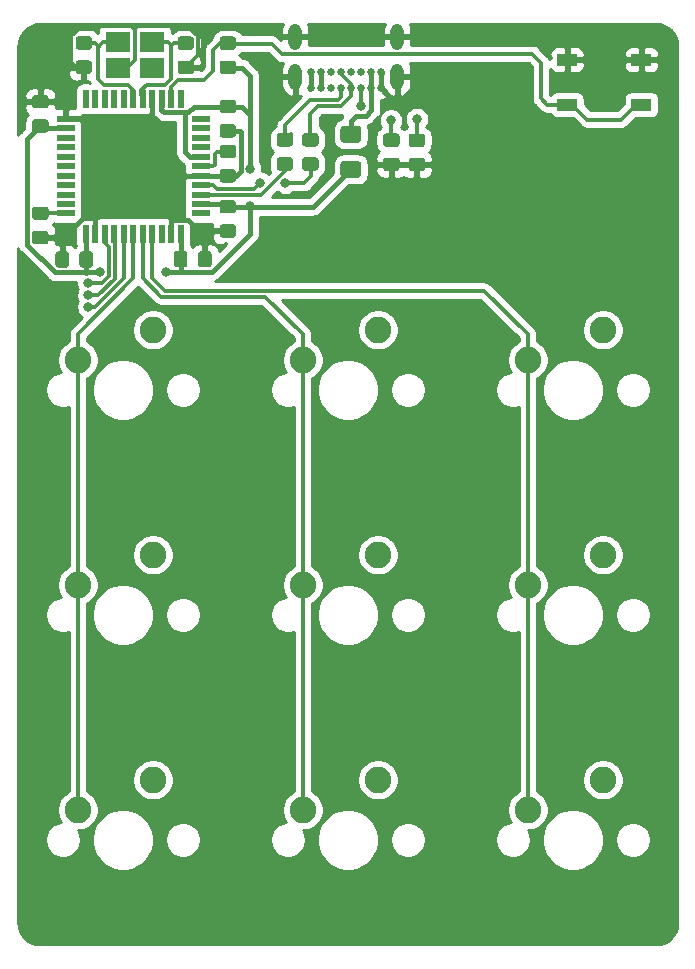
<source format=gbr>
%TF.GenerationSoftware,KiCad,Pcbnew,(5.1.6)-1*%
%TF.CreationDate,2020-08-31T14:33:41-05:00*%
%TF.ProjectId,totoro-pcb-macropad,746f746f-726f-42d7-9063-622d6d616372,rev?*%
%TF.SameCoordinates,Original*%
%TF.FileFunction,Copper,L1,Top*%
%TF.FilePolarity,Positive*%
%FSLAX46Y46*%
G04 Gerber Fmt 4.6, Leading zero omitted, Abs format (unit mm)*
G04 Created by KiCad (PCBNEW (5.1.6)-1) date 2020-08-31 14:33:41*
%MOMM*%
%LPD*%
G01*
G04 APERTURE LIST*
%TA.AperFunction,SMDPad,CuDef*%
%ADD10R,2.100000X1.800000*%
%TD*%
%TA.AperFunction,SMDPad,CuDef*%
%ADD11R,0.550000X1.500000*%
%TD*%
%TA.AperFunction,SMDPad,CuDef*%
%ADD12R,1.500000X0.550000*%
%TD*%
%TA.AperFunction,SMDPad,CuDef*%
%ADD13R,1.700000X1.000000*%
%TD*%
%TA.AperFunction,ComponentPad*%
%ADD14C,2.250000*%
%TD*%
%TA.AperFunction,ComponentPad*%
%ADD15O,1.108000X2.216000*%
%TD*%
%TA.AperFunction,ComponentPad*%
%ADD16C,0.650000*%
%TD*%
%TA.AperFunction,ViaPad*%
%ADD17C,0.800000*%
%TD*%
%TA.AperFunction,Conductor*%
%ADD18C,0.400000*%
%TD*%
%TA.AperFunction,Conductor*%
%ADD19C,0.300000*%
%TD*%
%TA.AperFunction,Conductor*%
%ADD20C,0.254000*%
%TD*%
G04 APERTURE END LIST*
%TO.P, ,2*%
%TO.N,VCC*%
%TA.AperFunction,SMDPad,CuDef*%
G36*
G01*
X194554000Y-39407800D02*
X193304000Y-39407800D01*
G75*
G02*
X193054000Y-39157800I0J250000D01*
G01*
X193054000Y-38232800D01*
G75*
G02*
X193304000Y-37982800I250000J0D01*
G01*
X194554000Y-37982800D01*
G75*
G02*
X194804000Y-38232800I0J-250000D01*
G01*
X194804000Y-39157800D01*
G75*
G02*
X194554000Y-39407800I-250000J0D01*
G01*
G37*
%TD.AperFunction*%
%TO.P, ,1*%
%TO.N,+5V*%
%TA.AperFunction,SMDPad,CuDef*%
G36*
G01*
X194554000Y-42382800D02*
X193304000Y-42382800D01*
G75*
G02*
X193054000Y-42132800I0J250000D01*
G01*
X193054000Y-41207800D01*
G75*
G02*
X193304000Y-40957800I250000J0D01*
G01*
X194554000Y-40957800D01*
G75*
G02*
X194804000Y-41207800I0J-250000D01*
G01*
X194804000Y-42132800D01*
G75*
G02*
X194554000Y-42382800I-250000J0D01*
G01*
G37*
%TD.AperFunction*%
%TD*%
D10*
%TO.P, ,4*%
%TO.N,N/C*%
X177091000Y-33104000D03*
%TO.P, ,3*%
%TO.N,GND*%
X174191000Y-33104000D03*
%TO.P, ,2*%
%TO.N,Net-(C2-Pad1)*%
X174191000Y-30904000D03*
%TO.P, ,1*%
%TO.N,Net-(C1-Pad1)*%
X177091000Y-30904000D03*
%TD*%
D11*
%TO.P, ,44*%
%TO.N,+5V*%
X179514000Y-47102000D03*
%TO.P, ,43*%
%TO.N,GND*%
X178714000Y-47102000D03*
%TO.P, ,42*%
%TO.N,Net-(U1-Pad42)*%
X177914000Y-47102000D03*
%TO.P, ,41*%
%TO.N,COL2*%
X177114000Y-47102000D03*
%TO.P, ,40*%
%TO.N,COL1*%
X176314000Y-47102000D03*
%TO.P, ,39*%
%TO.N,COL0*%
X175514000Y-47102000D03*
%TO.P, ,38*%
%TO.N,ROW0*%
X174714000Y-47102000D03*
%TO.P, ,37*%
%TO.N,ROW1*%
X173914000Y-47102000D03*
%TO.P, ,36*%
%TO.N,ROW2*%
X173114000Y-47102000D03*
%TO.P, ,35*%
%TO.N,GND*%
X172314000Y-47102000D03*
%TO.P, ,34*%
%TO.N,+5V*%
X171514000Y-47102000D03*
D12*
%TO.P, ,33*%
%TO.N,Net-(R2-Pad2)*%
X169814000Y-45402000D03*
%TO.P, ,32*%
%TO.N,Net-(U1-Pad32)*%
X169814000Y-44602000D03*
%TO.P, ,31*%
%TO.N,Net-(U1-Pad31)*%
X169814000Y-43802000D03*
%TO.P, ,30*%
%TO.N,Net-(U1-Pad30)*%
X169814000Y-43002000D03*
%TO.P, ,29*%
%TO.N,Net-(U1-Pad29)*%
X169814000Y-42202000D03*
%TO.P, ,28*%
%TO.N,Net-(U1-Pad28)*%
X169814000Y-41402000D03*
%TO.P, ,27*%
%TO.N,Net-(U1-Pad27)*%
X169814000Y-40602000D03*
%TO.P, ,26*%
%TO.N,Net-(U1-Pad26)*%
X169814000Y-39802000D03*
%TO.P, ,25*%
%TO.N,Net-(U1-Pad25)*%
X169814000Y-39002000D03*
%TO.P, ,24*%
%TO.N,+5V*%
X169814000Y-38202000D03*
%TO.P, ,23*%
%TO.N,GND*%
X169814000Y-37402000D03*
D11*
%TO.P, ,22*%
%TO.N,Net-(U1-Pad22)*%
X171514000Y-35702000D03*
%TO.P, ,21*%
%TO.N,Net-(U1-Pad21)*%
X172314000Y-35702000D03*
%TO.P, ,20*%
%TO.N,Net-(U1-Pad20)*%
X173114000Y-35702000D03*
%TO.P, ,19*%
%TO.N,Net-(U1-Pad19)*%
X173914000Y-35702000D03*
%TO.P, ,18*%
%TO.N,Net-(U1-Pad18)*%
X174714000Y-35702000D03*
%TO.P, ,17*%
%TO.N,Net-(C2-Pad1)*%
X175514000Y-35702000D03*
%TO.P, ,16*%
%TO.N,Net-(C1-Pad1)*%
X176314000Y-35702000D03*
%TO.P, ,15*%
%TO.N,GND*%
X177114000Y-35702000D03*
%TO.P, ,14*%
%TO.N,+5V*%
X177914000Y-35702000D03*
%TO.P, ,13*%
%TO.N,Net-(R1-Pad1)*%
X178714000Y-35702000D03*
%TO.P, ,12*%
%TO.N,Net-(U1-Pad12)*%
X179514000Y-35702000D03*
D12*
%TO.P, ,11*%
%TO.N,Net-(U1-Pad11)*%
X181214000Y-37402000D03*
%TO.P, ,10*%
%TO.N,Net-(U1-Pad10)*%
X181214000Y-38202000D03*
%TO.P, ,9*%
%TO.N,Net-(U1-Pad9)*%
X181214000Y-39002000D03*
%TO.P, ,8*%
%TO.N,Net-(U1-Pad8)*%
X181214000Y-39802000D03*
%TO.P, ,7*%
%TO.N,+5V*%
X181214000Y-40602000D03*
%TO.P, ,6*%
%TO.N,Net-(C8-Pad1)*%
X181214000Y-41402000D03*
%TO.P, ,5*%
%TO.N,GND*%
X181214000Y-42202000D03*
%TO.P, ,4*%
%TO.N,Net-(R3-Pad1)*%
X181214000Y-43002000D03*
%TO.P, ,3*%
%TO.N,Net-(R4-Pad1)*%
X181214000Y-43802000D03*
%TO.P, ,2*%
%TO.N,+5V*%
X181214000Y-44602000D03*
%TO.P, ,1*%
%TO.N,Net-(U1-Pad1)*%
X181214000Y-45402000D03*
%TD*%
D13*
%TO.P, ,2*%
%TO.N,Net-(R1-Pad1)*%
X218542000Y-36190000D03*
X212242000Y-36190000D03*
%TO.P, ,1*%
%TO.N,GND*%
X218542000Y-32390000D03*
X212242000Y-32390000D03*
%TD*%
%TO.P, ,2*%
%TO.N,GND*%
%TA.AperFunction,SMDPad,CuDef*%
G36*
G01*
X196907999Y-40667200D02*
X197808001Y-40667200D01*
G75*
G02*
X198058000Y-40917199I0J-249999D01*
G01*
X198058000Y-41567201D01*
G75*
G02*
X197808001Y-41817200I-249999J0D01*
G01*
X196907999Y-41817200D01*
G75*
G02*
X196658000Y-41567201I0J249999D01*
G01*
X196658000Y-40917199D01*
G75*
G02*
X196907999Y-40667200I249999J0D01*
G01*
G37*
%TD.AperFunction*%
%TO.P, ,1*%
%TO.N,Net-(J1-PadA5)*%
%TA.AperFunction,SMDPad,CuDef*%
G36*
G01*
X196907999Y-38617200D02*
X197808001Y-38617200D01*
G75*
G02*
X198058000Y-38867199I0J-249999D01*
G01*
X198058000Y-39517201D01*
G75*
G02*
X197808001Y-39767200I-249999J0D01*
G01*
X196907999Y-39767200D01*
G75*
G02*
X196658000Y-39517201I0J249999D01*
G01*
X196658000Y-38867199D01*
G75*
G02*
X196907999Y-38617200I249999J0D01*
G01*
G37*
%TD.AperFunction*%
%TD*%
%TO.P, ,2*%
%TO.N,Net-(J1-PadB5)*%
%TA.AperFunction,SMDPad,CuDef*%
G36*
G01*
X199967001Y-39783600D02*
X199066999Y-39783600D01*
G75*
G02*
X198817000Y-39533601I0J249999D01*
G01*
X198817000Y-38883599D01*
G75*
G02*
X199066999Y-38633600I249999J0D01*
G01*
X199967001Y-38633600D01*
G75*
G02*
X200217000Y-38883599I0J-249999D01*
G01*
X200217000Y-39533601D01*
G75*
G02*
X199967001Y-39783600I-249999J0D01*
G01*
G37*
%TD.AperFunction*%
%TO.P, ,1*%
%TO.N,GND*%
%TA.AperFunction,SMDPad,CuDef*%
G36*
G01*
X199967001Y-41833600D02*
X199066999Y-41833600D01*
G75*
G02*
X198817000Y-41583601I0J249999D01*
G01*
X198817000Y-40933599D01*
G75*
G02*
X199066999Y-40683600I249999J0D01*
G01*
X199967001Y-40683600D01*
G75*
G02*
X200217000Y-40933599I0J-249999D01*
G01*
X200217000Y-41583601D01*
G75*
G02*
X199967001Y-41833600I-249999J0D01*
G01*
G37*
%TD.AperFunction*%
%TD*%
%TO.P, ,2*%
%TO.N,Net-(J1-PadA7)*%
%TA.AperFunction,SMDPad,CuDef*%
G36*
G01*
X188791001Y-39741800D02*
X187890999Y-39741800D01*
G75*
G02*
X187641000Y-39491801I0J249999D01*
G01*
X187641000Y-38841799D01*
G75*
G02*
X187890999Y-38591800I249999J0D01*
G01*
X188791001Y-38591800D01*
G75*
G02*
X189041000Y-38841799I0J-249999D01*
G01*
X189041000Y-39491801D01*
G75*
G02*
X188791001Y-39741800I-249999J0D01*
G01*
G37*
%TD.AperFunction*%
%TO.P, ,1*%
%TO.N,Net-(R4-Pad1)*%
%TA.AperFunction,SMDPad,CuDef*%
G36*
G01*
X188791001Y-41791800D02*
X187890999Y-41791800D01*
G75*
G02*
X187641000Y-41541801I0J249999D01*
G01*
X187641000Y-40891799D01*
G75*
G02*
X187890999Y-40641800I249999J0D01*
G01*
X188791001Y-40641800D01*
G75*
G02*
X189041000Y-40891799I0J-249999D01*
G01*
X189041000Y-41541801D01*
G75*
G02*
X188791001Y-41791800I-249999J0D01*
G01*
G37*
%TD.AperFunction*%
%TD*%
%TO.P, ,2*%
%TO.N,Net-(J1-PadA6)*%
%TA.AperFunction,SMDPad,CuDef*%
G36*
G01*
X190950001Y-39741800D02*
X190049999Y-39741800D01*
G75*
G02*
X189800000Y-39491801I0J249999D01*
G01*
X189800000Y-38841799D01*
G75*
G02*
X190049999Y-38591800I249999J0D01*
G01*
X190950001Y-38591800D01*
G75*
G02*
X191200000Y-38841799I0J-249999D01*
G01*
X191200000Y-39491801D01*
G75*
G02*
X190950001Y-39741800I-249999J0D01*
G01*
G37*
%TD.AperFunction*%
%TO.P, ,1*%
%TO.N,Net-(R3-Pad1)*%
%TA.AperFunction,SMDPad,CuDef*%
G36*
G01*
X190950001Y-41791800D02*
X190049999Y-41791800D01*
G75*
G02*
X189800000Y-41541801I0J249999D01*
G01*
X189800000Y-40891799D01*
G75*
G02*
X190049999Y-40641800I249999J0D01*
G01*
X190950001Y-40641800D01*
G75*
G02*
X191200000Y-40891799I0J-249999D01*
G01*
X191200000Y-41541801D01*
G75*
G02*
X190950001Y-41791800I-249999J0D01*
G01*
G37*
%TD.AperFunction*%
%TD*%
%TO.P, ,2*%
%TO.N,Net-(R2-Pad2)*%
%TA.AperFunction,SMDPad,CuDef*%
G36*
G01*
X168090001Y-45964800D02*
X167189999Y-45964800D01*
G75*
G02*
X166940000Y-45714801I0J249999D01*
G01*
X166940000Y-45064799D01*
G75*
G02*
X167189999Y-44814800I249999J0D01*
G01*
X168090001Y-44814800D01*
G75*
G02*
X168340000Y-45064799I0J-249999D01*
G01*
X168340000Y-45714801D01*
G75*
G02*
X168090001Y-45964800I-249999J0D01*
G01*
G37*
%TD.AperFunction*%
%TO.P, ,1*%
%TO.N,GND*%
%TA.AperFunction,SMDPad,CuDef*%
G36*
G01*
X168090001Y-48014800D02*
X167189999Y-48014800D01*
G75*
G02*
X166940000Y-47764801I0J249999D01*
G01*
X166940000Y-47114799D01*
G75*
G02*
X167189999Y-46864800I249999J0D01*
G01*
X168090001Y-46864800D01*
G75*
G02*
X168340000Y-47114799I0J-249999D01*
G01*
X168340000Y-47764801D01*
G75*
G02*
X168090001Y-48014800I-249999J0D01*
G01*
G37*
%TD.AperFunction*%
%TD*%
%TO.P, ,2*%
%TO.N,+5V*%
%TA.AperFunction,SMDPad,CuDef*%
G36*
G01*
X183064999Y-32463000D02*
X183965001Y-32463000D01*
G75*
G02*
X184215000Y-32712999I0J-249999D01*
G01*
X184215000Y-33363001D01*
G75*
G02*
X183965001Y-33613000I-249999J0D01*
G01*
X183064999Y-33613000D01*
G75*
G02*
X182815000Y-33363001I0J249999D01*
G01*
X182815000Y-32712999D01*
G75*
G02*
X183064999Y-32463000I249999J0D01*
G01*
G37*
%TD.AperFunction*%
%TO.P, ,1*%
%TO.N,Net-(R1-Pad1)*%
%TA.AperFunction,SMDPad,CuDef*%
G36*
G01*
X183064999Y-30413000D02*
X183965001Y-30413000D01*
G75*
G02*
X184215000Y-30662999I0J-249999D01*
G01*
X184215000Y-31313001D01*
G75*
G02*
X183965001Y-31563000I-249999J0D01*
G01*
X183064999Y-31563000D01*
G75*
G02*
X182815000Y-31313001I0J249999D01*
G01*
X182815000Y-30662999D01*
G75*
G02*
X183064999Y-30413000I249999J0D01*
G01*
G37*
%TD.AperFunction*%
%TD*%
D14*
%TO.P,MX9,2*%
%TO.N,Net-(D9-Pad2)*%
X215265000Y-93345000D03*
%TO.P,MX9,1*%
%TO.N,COL2*%
X208915000Y-95885000D03*
%TD*%
%TO.P,MX8,2*%
%TO.N,Net-(D8-Pad2)*%
X196215000Y-93345000D03*
%TO.P,MX8,1*%
%TO.N,COL1*%
X189865000Y-95885000D03*
%TD*%
%TO.P,MX7,2*%
%TO.N,Net-(D7-Pad2)*%
X177165000Y-93345000D03*
%TO.P,MX7,1*%
%TO.N,COL0*%
X170815000Y-95885000D03*
%TD*%
%TO.P,MX6,2*%
%TO.N,Net-(D6-Pad2)*%
X215265000Y-74295000D03*
%TO.P,MX6,1*%
%TO.N,COL2*%
X208915000Y-76835000D03*
%TD*%
%TO.P,MX5,2*%
%TO.N,Net-(D5-Pad2)*%
X196215000Y-74295000D03*
%TO.P,MX5,1*%
%TO.N,COL1*%
X189865000Y-76835000D03*
%TD*%
%TO.P,MX4,2*%
%TO.N,Net-(D4-Pad2)*%
X177165000Y-74295000D03*
%TO.P,MX4,1*%
%TO.N,COL0*%
X170815000Y-76835000D03*
%TD*%
%TO.P,MX3,2*%
%TO.N,Net-(D3-Pad2)*%
X215265000Y-55245000D03*
%TO.P,MX3,1*%
%TO.N,COL2*%
X208915000Y-57785000D03*
%TD*%
%TO.P,MX2,2*%
%TO.N,Net-(D2-Pad2)*%
X196215000Y-55245000D03*
%TO.P,MX2,1*%
%TO.N,COL1*%
X189865000Y-57785000D03*
%TD*%
%TO.P,MX1,2*%
%TO.N,Net-(D1-Pad2)*%
X177165000Y-55245000D03*
%TO.P,MX1,1*%
%TO.N,COL0*%
X170815000Y-57785000D03*
%TD*%
D15*
%TO.P, ,P4*%
%TO.N,GND*%
X197873000Y-30452800D03*
%TO.P, ,P3*%
X189223000Y-30452800D03*
%TO.P, ,P2*%
X189223000Y-33832800D03*
%TO.P, ,P1*%
X197873000Y-33832800D03*
D16*
%TO.P, ,B12*%
X196523000Y-33462800D03*
%TO.P, ,B9*%
%TO.N,VCC*%
X195673000Y-33462800D03*
%TO.P, ,B8*%
%TO.N,Net-(J1-PadB8)*%
X194823000Y-33462800D03*
%TO.P, ,B7*%
%TO.N,Net-(J1-PadA7)*%
X193973000Y-33462800D03*
%TO.P, ,B6*%
%TO.N,Net-(J1-PadA6)*%
X193123000Y-33462800D03*
%TO.P, ,B5*%
%TO.N,Net-(J1-PadB5)*%
X192273000Y-33462800D03*
%TO.P, ,B4*%
%TO.N,VCC*%
X191423000Y-33462800D03*
%TO.P, ,B1*%
%TO.N,GND*%
X190573000Y-33462800D03*
%TO.P, ,A12*%
X190573000Y-34812800D03*
%TO.P, ,A9*%
%TO.N,VCC*%
X191423000Y-34812800D03*
%TO.P, ,A8*%
%TO.N,Net-(J1-PadA8)*%
X192273000Y-34812800D03*
%TO.P, ,A7*%
%TO.N,Net-(J1-PadA7)*%
X193123000Y-34812800D03*
%TO.P, ,A6*%
%TO.N,Net-(J1-PadA6)*%
X193973000Y-34812800D03*
%TO.P, ,A5*%
%TO.N,Net-(J1-PadA5)*%
X194823000Y-34812800D03*
%TO.P, ,A4*%
%TO.N,VCC*%
X195673000Y-34812800D03*
%TO.P, ,A1*%
%TO.N,GND*%
X196523000Y-34812800D03*
%TD*%
%TO.P, ,2*%
%TO.N,GND*%
%TA.AperFunction,SMDPad,CuDef*%
G36*
G01*
X183064999Y-41632400D02*
X183965001Y-41632400D01*
G75*
G02*
X184215000Y-41882399I0J-249999D01*
G01*
X184215000Y-42532401D01*
G75*
G02*
X183965001Y-42782400I-249999J0D01*
G01*
X183064999Y-42782400D01*
G75*
G02*
X182815000Y-42532401I0J249999D01*
G01*
X182815000Y-41882399D01*
G75*
G02*
X183064999Y-41632400I249999J0D01*
G01*
G37*
%TD.AperFunction*%
%TO.P, ,1*%
%TO.N,Net-(C8-Pad1)*%
%TA.AperFunction,SMDPad,CuDef*%
G36*
G01*
X183064999Y-39582400D02*
X183965001Y-39582400D01*
G75*
G02*
X184215000Y-39832399I0J-249999D01*
G01*
X184215000Y-40482401D01*
G75*
G02*
X183965001Y-40732400I-249999J0D01*
G01*
X183064999Y-40732400D01*
G75*
G02*
X182815000Y-40482401I0J249999D01*
G01*
X182815000Y-39832399D01*
G75*
G02*
X183064999Y-39582400I249999J0D01*
G01*
G37*
%TD.AperFunction*%
%TD*%
%TO.P, ,2*%
%TO.N,GND*%
%TA.AperFunction,SMDPad,CuDef*%
G36*
G01*
X183064999Y-46306000D02*
X183965001Y-46306000D01*
G75*
G02*
X184215000Y-46555999I0J-249999D01*
G01*
X184215000Y-47206001D01*
G75*
G02*
X183965001Y-47456000I-249999J0D01*
G01*
X183064999Y-47456000D01*
G75*
G02*
X182815000Y-47206001I0J249999D01*
G01*
X182815000Y-46555999D01*
G75*
G02*
X183064999Y-46306000I249999J0D01*
G01*
G37*
%TD.AperFunction*%
%TO.P, ,1*%
%TO.N,+5V*%
%TA.AperFunction,SMDPad,CuDef*%
G36*
G01*
X183064999Y-44256000D02*
X183965001Y-44256000D01*
G75*
G02*
X184215000Y-44505999I0J-249999D01*
G01*
X184215000Y-45156001D01*
G75*
G02*
X183965001Y-45406000I-249999J0D01*
G01*
X183064999Y-45406000D01*
G75*
G02*
X182815000Y-45156001I0J249999D01*
G01*
X182815000Y-44505999D01*
G75*
G02*
X183064999Y-44256000I249999J0D01*
G01*
G37*
%TD.AperFunction*%
%TD*%
%TO.P, ,2*%
%TO.N,GND*%
%TA.AperFunction,SMDPad,CuDef*%
G36*
G01*
X183064999Y-37822400D02*
X183965001Y-37822400D01*
G75*
G02*
X184215000Y-38072399I0J-249999D01*
G01*
X184215000Y-38722401D01*
G75*
G02*
X183965001Y-38972400I-249999J0D01*
G01*
X183064999Y-38972400D01*
G75*
G02*
X182815000Y-38722401I0J249999D01*
G01*
X182815000Y-38072399D01*
G75*
G02*
X183064999Y-37822400I249999J0D01*
G01*
G37*
%TD.AperFunction*%
%TO.P, ,1*%
%TO.N,+5V*%
%TA.AperFunction,SMDPad,CuDef*%
G36*
G01*
X183064999Y-35772400D02*
X183965001Y-35772400D01*
G75*
G02*
X184215000Y-36022399I0J-249999D01*
G01*
X184215000Y-36672401D01*
G75*
G02*
X183965001Y-36922400I-249999J0D01*
G01*
X183064999Y-36922400D01*
G75*
G02*
X182815000Y-36672401I0J249999D01*
G01*
X182815000Y-36022399D01*
G75*
G02*
X183064999Y-35772400I249999J0D01*
G01*
G37*
%TD.AperFunction*%
%TD*%
%TO.P, ,2*%
%TO.N,GND*%
%TA.AperFunction,SMDPad,CuDef*%
G36*
G01*
X168090001Y-36516000D02*
X167189999Y-36516000D01*
G75*
G02*
X166940000Y-36266001I0J249999D01*
G01*
X166940000Y-35615999D01*
G75*
G02*
X167189999Y-35366000I249999J0D01*
G01*
X168090001Y-35366000D01*
G75*
G02*
X168340000Y-35615999I0J-249999D01*
G01*
X168340000Y-36266001D01*
G75*
G02*
X168090001Y-36516000I-249999J0D01*
G01*
G37*
%TD.AperFunction*%
%TO.P, ,1*%
%TO.N,+5V*%
%TA.AperFunction,SMDPad,CuDef*%
G36*
G01*
X168090001Y-38566000D02*
X167189999Y-38566000D01*
G75*
G02*
X166940000Y-38316001I0J249999D01*
G01*
X166940000Y-37665999D01*
G75*
G02*
X167189999Y-37416000I249999J0D01*
G01*
X168090001Y-37416000D01*
G75*
G02*
X168340000Y-37665999I0J-249999D01*
G01*
X168340000Y-38316001D01*
G75*
G02*
X168090001Y-38566000I-249999J0D01*
G01*
G37*
%TD.AperFunction*%
%TD*%
%TO.P, ,2*%
%TO.N,GND*%
%TA.AperFunction,SMDPad,CuDef*%
G36*
G01*
X170060200Y-48851399D02*
X170060200Y-49751401D01*
G75*
G02*
X169810201Y-50001400I-249999J0D01*
G01*
X169160199Y-50001400D01*
G75*
G02*
X168910200Y-49751401I0J249999D01*
G01*
X168910200Y-48851399D01*
G75*
G02*
X169160199Y-48601400I249999J0D01*
G01*
X169810201Y-48601400D01*
G75*
G02*
X170060200Y-48851399I0J-249999D01*
G01*
G37*
%TD.AperFunction*%
%TO.P, ,1*%
%TO.N,+5V*%
%TA.AperFunction,SMDPad,CuDef*%
G36*
G01*
X172110200Y-48851399D02*
X172110200Y-49751401D01*
G75*
G02*
X171860201Y-50001400I-249999J0D01*
G01*
X171210199Y-50001400D01*
G75*
G02*
X170960200Y-49751401I0J249999D01*
G01*
X170960200Y-48851399D01*
G75*
G02*
X171210199Y-48601400I249999J0D01*
G01*
X171860201Y-48601400D01*
G75*
G02*
X172110200Y-48851399I0J-249999D01*
G01*
G37*
%TD.AperFunction*%
%TD*%
%TO.P, ,2*%
%TO.N,GND*%
%TA.AperFunction,SMDPad,CuDef*%
G36*
G01*
X180993200Y-49726001D02*
X180993200Y-48825999D01*
G75*
G02*
X181243199Y-48576000I249999J0D01*
G01*
X181893201Y-48576000D01*
G75*
G02*
X182143200Y-48825999I0J-249999D01*
G01*
X182143200Y-49726001D01*
G75*
G02*
X181893201Y-49976000I-249999J0D01*
G01*
X181243199Y-49976000D01*
G75*
G02*
X180993200Y-49726001I0J249999D01*
G01*
G37*
%TD.AperFunction*%
%TO.P, ,1*%
%TO.N,+5V*%
%TA.AperFunction,SMDPad,CuDef*%
G36*
G01*
X178943200Y-49726001D02*
X178943200Y-48825999D01*
G75*
G02*
X179193199Y-48576000I249999J0D01*
G01*
X179843201Y-48576000D01*
G75*
G02*
X180093200Y-48825999I0J-249999D01*
G01*
X180093200Y-49726001D01*
G75*
G02*
X179843201Y-49976000I-249999J0D01*
G01*
X179193199Y-49976000D01*
G75*
G02*
X178943200Y-49726001I0J249999D01*
G01*
G37*
%TD.AperFunction*%
%TD*%
%TO.P, ,2*%
%TO.N,GND*%
%TA.AperFunction,SMDPad,CuDef*%
G36*
G01*
X170872999Y-32445000D02*
X171773001Y-32445000D01*
G75*
G02*
X172023000Y-32694999I0J-249999D01*
G01*
X172023000Y-33345001D01*
G75*
G02*
X171773001Y-33595000I-249999J0D01*
G01*
X170872999Y-33595000D01*
G75*
G02*
X170623000Y-33345001I0J249999D01*
G01*
X170623000Y-32694999D01*
G75*
G02*
X170872999Y-32445000I249999J0D01*
G01*
G37*
%TD.AperFunction*%
%TO.P, ,1*%
%TO.N,Net-(C2-Pad1)*%
%TA.AperFunction,SMDPad,CuDef*%
G36*
G01*
X170872999Y-30395000D02*
X171773001Y-30395000D01*
G75*
G02*
X172023000Y-30644999I0J-249999D01*
G01*
X172023000Y-31295001D01*
G75*
G02*
X171773001Y-31545000I-249999J0D01*
G01*
X170872999Y-31545000D01*
G75*
G02*
X170623000Y-31295001I0J249999D01*
G01*
X170623000Y-30644999D01*
G75*
G02*
X170872999Y-30395000I249999J0D01*
G01*
G37*
%TD.AperFunction*%
%TD*%
%TO.P, ,2*%
%TO.N,GND*%
%TA.AperFunction,SMDPad,CuDef*%
G36*
G01*
X179508999Y-32463000D02*
X180409001Y-32463000D01*
G75*
G02*
X180659000Y-32712999I0J-249999D01*
G01*
X180659000Y-33363001D01*
G75*
G02*
X180409001Y-33613000I-249999J0D01*
G01*
X179508999Y-33613000D01*
G75*
G02*
X179259000Y-33363001I0J249999D01*
G01*
X179259000Y-32712999D01*
G75*
G02*
X179508999Y-32463000I249999J0D01*
G01*
G37*
%TD.AperFunction*%
%TO.P, ,1*%
%TO.N,Net-(C1-Pad1)*%
%TA.AperFunction,SMDPad,CuDef*%
G36*
G01*
X179508999Y-30413000D02*
X180409001Y-30413000D01*
G75*
G02*
X180659000Y-30662999I0J-249999D01*
G01*
X180659000Y-31313001D01*
G75*
G02*
X180409001Y-31563000I-249999J0D01*
G01*
X179508999Y-31563000D01*
G75*
G02*
X179259000Y-31313001I0J249999D01*
G01*
X179259000Y-30662999D01*
G75*
G02*
X179508999Y-30413000I249999J0D01*
G01*
G37*
%TD.AperFunction*%
%TD*%
D17*
%TO.N,+5V*%
X178282600Y-50368200D03*
X172694600Y-50368200D03*
X185420000Y-41605200D03*
X185420000Y-44805600D03*
%TO.N,ROW0*%
X171704000Y-53314600D03*
%TO.N,ROW1*%
X171704000Y-52314597D03*
%TO.N,ROW2*%
X171704000Y-51308000D03*
%TO.N,Net-(J1-PadB5)*%
X199517000Y-37414200D03*
%TO.N,Net-(J1-PadA5)*%
X194818000Y-36337801D03*
X197332600Y-37515800D03*
%TO.N,Net-(R3-Pad1)*%
X186265669Y-42806469D03*
X188391800Y-42824400D03*
%TD*%
D18*
%TO.N,+5V*%
X167640000Y-37991000D02*
X167850600Y-38201600D01*
X167850600Y-38201600D02*
X169519600Y-38201600D01*
X183515000Y-44831000D02*
X183286400Y-44602400D01*
X183286400Y-44602400D02*
X181610000Y-44602400D01*
X183515000Y-36347400D02*
X182499000Y-36347400D01*
X178118999Y-36852001D02*
X177901600Y-36634602D01*
X182499000Y-36347400D02*
X180613602Y-36347400D01*
X180613602Y-36347400D02*
X180109001Y-36852001D01*
X177901600Y-36634602D02*
X177901600Y-35941000D01*
X171535200Y-49301400D02*
X171535200Y-47303800D01*
X179518200Y-49276000D02*
X179518200Y-47362000D01*
X193929000Y-41670300D02*
X190768300Y-44831000D01*
X183515000Y-36347400D02*
X184734200Y-36347400D01*
X184734200Y-36347400D02*
X185420000Y-37033200D01*
X179518200Y-49276000D02*
X179518200Y-50181400D01*
X179518200Y-50181400D02*
X179712810Y-50376010D01*
X179712810Y-50376010D02*
X182162446Y-50376010D01*
X190768300Y-44831000D02*
X187934600Y-44831000D01*
X183515000Y-44831000D02*
X185394600Y-44831000D01*
X166539990Y-48050446D02*
X168890954Y-50401410D01*
X167640000Y-37991000D02*
X166539990Y-39091010D01*
X168890954Y-50401410D02*
X172635990Y-50401410D01*
X166539990Y-39091010D02*
X166539990Y-48050446D01*
X178290410Y-50376010D02*
X178282600Y-50368200D01*
X179712810Y-50376010D02*
X178290410Y-50376010D01*
X171535200Y-49301400D02*
X171535200Y-50402600D01*
X187401200Y-44831000D02*
X188010800Y-44831000D01*
X185394600Y-44831000D02*
X187401200Y-44831000D01*
X185420000Y-37033200D02*
X185420000Y-41605200D01*
X185420000Y-47118456D02*
X182170256Y-50368200D01*
X185420000Y-44805600D02*
X185420000Y-47118456D01*
X179886199Y-36852001D02*
X179886199Y-40219201D01*
X179886199Y-40219201D02*
X180281598Y-40614600D01*
X179886199Y-36852001D02*
X178118999Y-36852001D01*
X180109001Y-36852001D02*
X179886199Y-36852001D01*
X180281598Y-40614600D02*
X181330600Y-40614600D01*
X185420000Y-37033200D02*
X185420000Y-33756600D01*
X185420000Y-33756600D02*
X184708800Y-33045400D01*
X184708800Y-33045400D02*
X183489600Y-33045400D01*
D19*
%TO.N,Net-(C1-Pad1)*%
X178441000Y-30904000D02*
X178714400Y-31177400D01*
X177091000Y-30904000D02*
X178441000Y-30904000D01*
X178714400Y-33985200D02*
X178181000Y-34518600D01*
X178714400Y-31177400D02*
X178714400Y-33985200D01*
X178181000Y-34518600D02*
X176682400Y-34518600D01*
X176642398Y-34518600D02*
X176199800Y-34961198D01*
X176682400Y-34518600D02*
X176642398Y-34518600D01*
X176199800Y-34961198D02*
X176199800Y-35331400D01*
X179959000Y-30988000D02*
X178943000Y-30988000D01*
X178943000Y-30988000D02*
X178714400Y-31216600D01*
%TO.N,Net-(C2-Pad1)*%
X174191000Y-30904000D02*
X172981800Y-30904000D01*
X172981800Y-30904000D02*
X172567600Y-31318200D01*
X172567600Y-34060602D02*
X173025598Y-34518600D01*
X172567600Y-31318200D02*
X172567600Y-34060602D01*
X173025598Y-34518600D02*
X175056800Y-34518600D01*
X175056800Y-34518600D02*
X175539400Y-35001200D01*
X171323000Y-30970000D02*
X172244800Y-30970000D01*
X172244800Y-30970000D02*
X172593000Y-31318200D01*
D18*
%TO.N,VCC*%
X195673000Y-34812800D02*
X195673000Y-33697200D01*
X191423000Y-34812800D02*
X191423000Y-33494000D01*
X193929000Y-38695300D02*
X193929000Y-37541200D01*
X195681600Y-36658203D02*
X195681600Y-34848800D01*
X193929000Y-37541200D02*
X194332398Y-37137802D01*
X195202001Y-37137802D02*
X195681600Y-36658203D01*
X194332398Y-37137802D02*
X195202001Y-37137802D01*
D19*
%TO.N,Net-(C8-Pad1)*%
X182264000Y-41402000D02*
X182397400Y-41268600D01*
X181214000Y-41402000D02*
X182264000Y-41402000D01*
X182397400Y-41268600D02*
X182397400Y-40335200D01*
X182397400Y-40335200D02*
X182575200Y-40157400D01*
X182575200Y-40157400D02*
X183337200Y-40157400D01*
%TO.N,ROW0*%
X174714000Y-50873042D02*
X172272442Y-53314600D01*
X174714000Y-47102000D02*
X174714000Y-50873042D01*
X172272442Y-53314600D02*
X171678600Y-53314600D01*
%TO.N,ROW1*%
X171704000Y-52314597D02*
X172565325Y-52314597D01*
X173944611Y-50935311D02*
X173944611Y-47173211D01*
X172565325Y-52314597D02*
X173944611Y-50935311D01*
%TO.N,ROW2*%
X173444601Y-48202001D02*
X173126400Y-47883800D01*
X173444601Y-50728201D02*
X173444601Y-48202001D01*
X171704000Y-51308000D02*
X172864802Y-51308000D01*
X172864802Y-51308000D02*
X173444601Y-50728201D01*
X173126400Y-47883800D02*
X173126400Y-47371000D01*
%TO.N,Net-(J1-PadA7)*%
X188341000Y-39166800D02*
X188442600Y-39166800D01*
X188442600Y-39166800D02*
X188899800Y-38709600D01*
X192828810Y-35821990D02*
X193141600Y-35509200D01*
X193141600Y-35509200D02*
X193141600Y-34798000D01*
X192600210Y-35821990D02*
X192828810Y-35821990D01*
X188341000Y-39166800D02*
X188341000Y-37947600D01*
X188341000Y-37947600D02*
X190500000Y-35814000D01*
X192600210Y-35821990D02*
X190507990Y-35821990D01*
%TO.N,Net-(J1-PadA6)*%
X193973000Y-34461802D02*
X193116200Y-33605002D01*
X193973000Y-34812800D02*
X193973000Y-34461802D01*
X193116200Y-33605002D02*
X193116200Y-33451800D01*
X190500000Y-36982400D02*
X190500000Y-39166800D01*
X191135000Y-36322000D02*
X190500000Y-36982400D01*
X193116200Y-36322000D02*
X191135000Y-36322000D01*
X193979800Y-34848800D02*
X193979800Y-35458400D01*
X193979800Y-35458400D02*
X193116200Y-36322000D01*
%TO.N,Net-(J1-PadB5)*%
X199517000Y-37414200D02*
X199517000Y-38811200D01*
%TO.N,Net-(J1-PadA5)*%
X194823000Y-34812800D02*
X194823000Y-35986800D01*
X194823000Y-35986800D02*
X194818000Y-35991800D01*
X194818000Y-35991800D02*
X194818000Y-36337801D01*
X197332600Y-37515800D02*
X197332600Y-39065200D01*
%TO.N,COL0*%
X170815000Y-95885000D02*
X170815000Y-76835000D01*
X170815000Y-76835000D02*
X170815000Y-57785000D01*
X175463200Y-50901600D02*
X175488600Y-47472600D01*
X170815000Y-57785000D02*
X170815000Y-55626000D01*
X170815000Y-55626000D02*
X175463200Y-50901600D01*
%TO.N,COL1*%
X189865000Y-95885000D02*
X189865000Y-76835000D01*
X189865000Y-76835000D02*
X189865000Y-57785000D01*
X189865000Y-55626000D02*
X186690000Y-52451000D01*
X189865000Y-57785000D02*
X189865000Y-55626000D01*
X177876200Y-52451000D02*
X186385200Y-52443010D01*
X186385200Y-52443010D02*
X186639200Y-52451000D01*
X176301400Y-47320200D02*
X176301400Y-50901600D01*
X176301400Y-50901600D02*
X177876200Y-52451000D01*
%TO.N,COL2*%
X208915000Y-95885000D02*
X208915000Y-76835000D01*
X208915000Y-76835000D02*
X208915000Y-57785000D01*
X177114200Y-50901600D02*
X177114200Y-47345600D01*
X205206600Y-51943000D02*
X178181000Y-51943000D01*
X178181000Y-51943000D02*
X177114200Y-50901600D01*
X208915000Y-57785000D02*
X208915000Y-55626000D01*
X208915000Y-55626000D02*
X205206600Y-51943000D01*
%TO.N,Net-(R1-Pad1)*%
X183515000Y-30988000D02*
X182829200Y-30988000D01*
X178714000Y-34692720D02*
X179294520Y-34112200D01*
X178714000Y-35702000D02*
X178714000Y-34692720D01*
X179294520Y-34112200D02*
X181533800Y-34112200D01*
X181533800Y-34112200D02*
X182295800Y-33350200D01*
X182295800Y-33350200D02*
X182295800Y-31521400D01*
X182295800Y-31521400D02*
X182829200Y-30988000D01*
X182829200Y-30988000D02*
X183667400Y-30988000D01*
X212242000Y-36190000D02*
X210561000Y-36190000D01*
X210561000Y-36190000D02*
X210032600Y-35661600D01*
X210032600Y-35661600D02*
X210032600Y-32639000D01*
X210032600Y-32639000D02*
X209304410Y-31910810D01*
X209304410Y-31910810D02*
X188484990Y-31910810D01*
X188484990Y-31910810D02*
X188120810Y-31910810D01*
X188120810Y-31910810D02*
X187223400Y-31013400D01*
X187223400Y-31013400D02*
X183946800Y-31013400D01*
X212242000Y-36190000D02*
X212694600Y-36190000D01*
X212694600Y-36190000D02*
X213969600Y-37465000D01*
X213969600Y-37465000D02*
X216814400Y-37465000D01*
X216814400Y-37465000D02*
X217957400Y-36322000D01*
%TO.N,Net-(R2-Pad2)*%
X167640000Y-45389800D02*
X169494200Y-45389800D01*
%TO.N,Net-(R3-Pad1)*%
X182264000Y-43002000D02*
X182576990Y-43314990D01*
X181214000Y-43002000D02*
X182264000Y-43002000D01*
X182576990Y-43314990D02*
X185699400Y-43314990D01*
X185699400Y-43314990D02*
X185757148Y-43314990D01*
X185757148Y-43314990D02*
X186265669Y-42806469D01*
X188391800Y-42824400D02*
X189966600Y-42824400D01*
X189966600Y-42824400D02*
X190525400Y-42265600D01*
X190525400Y-42265600D02*
X190525400Y-41249600D01*
%TO.N,Net-(R4-Pad1)*%
X188341000Y-41791800D02*
X186317800Y-43815000D01*
X188341000Y-41216800D02*
X188341000Y-41791800D01*
X186317800Y-43815000D02*
X181660800Y-43815000D01*
D18*
%TO.N,GND*%
X172314000Y-47102000D02*
X172314000Y-45618800D01*
X178714000Y-47102000D02*
X178714000Y-45669600D01*
X181214000Y-42202000D02*
X179768400Y-42202000D01*
X177114000Y-35702000D02*
X177114000Y-37439400D01*
X169814000Y-37402000D02*
X171361600Y-37402000D01*
X172314000Y-45618800D02*
X172314000Y-42239800D01*
X172314000Y-42239800D02*
X177114200Y-37439600D01*
X171361600Y-37402000D02*
X173215800Y-37402000D01*
X173215800Y-37402000D02*
X174447200Y-38633400D01*
X174447200Y-38633400D02*
X174447200Y-40081200D01*
X179768400Y-42202000D02*
X174409000Y-42202000D01*
X174409000Y-42202000D02*
X173380400Y-41173400D01*
X178714000Y-45669600D02*
X178714000Y-43738400D01*
X178714000Y-43738400D02*
X177190400Y-42214800D01*
D19*
X174947400Y-33104000D02*
X175640999Y-32410401D01*
D18*
X174191000Y-33104000D02*
X174947400Y-33104000D01*
D19*
X175640999Y-32410401D02*
X175641000Y-31826198D01*
X175641000Y-29773998D02*
X175356402Y-29489400D01*
X175641000Y-31826198D02*
X175641000Y-29773998D01*
X170272990Y-30396464D02*
X170272990Y-32604990D01*
X175356402Y-29489400D02*
X171180054Y-29489400D01*
X171180054Y-29489400D02*
X170272990Y-30396464D01*
X170272990Y-32604990D02*
X170764200Y-33096200D01*
X181009010Y-30414464D02*
X180083946Y-29489400D01*
X179959000Y-33038000D02*
X181009010Y-31987990D01*
X181009010Y-31987990D02*
X181009010Y-30414464D01*
X180083946Y-29489400D02*
X175945800Y-29489400D01*
X175945800Y-29489400D02*
X175641000Y-29794200D01*
D18*
X169521202Y-47439800D02*
X171215602Y-45745400D01*
X167640000Y-47439800D02*
X169521202Y-47439800D01*
X171215602Y-45745400D02*
X172339000Y-45745400D01*
X169485200Y-49301400D02*
X169485200Y-47456200D01*
X181568200Y-47411198D02*
X180105602Y-45948600D01*
X181568200Y-49276000D02*
X181568200Y-47411198D01*
X180105602Y-45948600D02*
X178714400Y-45948600D01*
X183515000Y-46881000D02*
X182100000Y-46881000D01*
X182100000Y-46881000D02*
X181559200Y-47421800D01*
X181214000Y-42202000D02*
X183502200Y-42202000D01*
X184619999Y-41770201D02*
X184175400Y-42214800D01*
X184175400Y-42214800D02*
X183616600Y-42214800D01*
X183515000Y-38397400D02*
X184345800Y-38397400D01*
X184345800Y-38397400D02*
X184523600Y-38397400D01*
X184615010Y-41714610D02*
X184619999Y-41719599D01*
X184523600Y-38397400D02*
X184615010Y-38488810D01*
X184615010Y-38488810D02*
X184615010Y-41714610D01*
X184619999Y-41719599D02*
X184619999Y-41757600D01*
X196523000Y-34812800D02*
X196523000Y-33455000D01*
X190573000Y-34812800D02*
X190573000Y-33480400D01*
%TD*%
D20*
%TO.N,GND*%
G36*
X188081623Y-29542278D02*
G01*
X188034000Y-29771800D01*
X188034000Y-30325800D01*
X189096000Y-30325800D01*
X189096000Y-30305800D01*
X189350000Y-30305800D01*
X189350000Y-30325800D01*
X190412000Y-30325800D01*
X190412000Y-29771800D01*
X190364377Y-29542278D01*
X190287958Y-29362000D01*
X196808042Y-29362000D01*
X196731623Y-29542278D01*
X196684000Y-29771800D01*
X196684000Y-30325800D01*
X197746000Y-30325800D01*
X197746000Y-30305800D01*
X198000000Y-30305800D01*
X198000000Y-30325800D01*
X199062000Y-30325800D01*
X199062000Y-29771800D01*
X199014377Y-29542278D01*
X198937958Y-29362000D01*
X219677721Y-29362000D01*
X220074545Y-29400909D01*
X220425208Y-29506780D01*
X220748625Y-29678744D01*
X221032484Y-29910254D01*
X221265965Y-30192486D01*
X221440183Y-30514695D01*
X221548502Y-30864614D01*
X221590000Y-31259443D01*
X221590000Y-31782418D01*
X221590001Y-31782428D01*
X221590000Y-105377721D01*
X221551091Y-105774545D01*
X221445220Y-106125206D01*
X221273257Y-106448623D01*
X221041748Y-106732482D01*
X220759514Y-106965965D01*
X220437304Y-107140184D01*
X220087385Y-107248502D01*
X219692557Y-107290000D01*
X167672279Y-107290000D01*
X167275455Y-107251091D01*
X166924794Y-107145220D01*
X166601377Y-106973257D01*
X166317518Y-106741748D01*
X166084035Y-106459514D01*
X165909816Y-106137304D01*
X165801498Y-105787385D01*
X165760000Y-105392557D01*
X165760000Y-48355649D01*
X165764818Y-48371532D01*
X165839659Y-48511549D01*
X165842355Y-48516592D01*
X165946700Y-48643737D01*
X165978564Y-48669887D01*
X168271513Y-50962837D01*
X168297663Y-50994701D01*
X168393858Y-51073646D01*
X168424808Y-51099046D01*
X168569867Y-51176582D01*
X168727265Y-51224328D01*
X168890953Y-51240450D01*
X168931972Y-51236410D01*
X170669000Y-51236410D01*
X170669000Y-51409939D01*
X170708774Y-51609898D01*
X170786795Y-51798256D01*
X170795510Y-51811299D01*
X170786795Y-51824341D01*
X170708774Y-52012699D01*
X170669000Y-52212658D01*
X170669000Y-52416536D01*
X170708774Y-52616495D01*
X170786795Y-52804853D01*
X170793307Y-52814598D01*
X170786795Y-52824344D01*
X170708774Y-53012702D01*
X170669000Y-53212661D01*
X170669000Y-53416539D01*
X170708774Y-53616498D01*
X170786795Y-53804856D01*
X170900063Y-53974374D01*
X171044226Y-54118537D01*
X171136348Y-54180091D01*
X170284712Y-55045687D01*
X170257237Y-55068236D01*
X170230630Y-55100656D01*
X170228383Y-55102940D01*
X170206160Y-55130473D01*
X170159139Y-55187767D01*
X170157618Y-55190612D01*
X170155598Y-55193115D01*
X170121190Y-55258766D01*
X170086247Y-55324140D01*
X170085313Y-55327218D01*
X170083816Y-55330075D01*
X170062838Y-55401309D01*
X170041360Y-55472113D01*
X170041045Y-55475311D01*
X170040133Y-55478408D01*
X170033459Y-55552327D01*
X170030001Y-55587439D01*
X170030001Y-55590632D01*
X170026229Y-55632412D01*
X170030001Y-55667763D01*
X170030001Y-56205147D01*
X169981327Y-56225308D01*
X169693065Y-56417919D01*
X169447919Y-56663065D01*
X169255308Y-56951327D01*
X169122636Y-57271627D01*
X169055000Y-57611655D01*
X169055000Y-57958345D01*
X169122636Y-58298373D01*
X169255308Y-58618673D01*
X169387638Y-58816719D01*
X169104549Y-58873029D01*
X168829747Y-58986856D01*
X168582431Y-59152107D01*
X168372107Y-59362431D01*
X168206856Y-59609747D01*
X168093029Y-59884549D01*
X168035000Y-60176278D01*
X168035000Y-60473722D01*
X168093029Y-60765451D01*
X168206856Y-61040253D01*
X168372107Y-61287569D01*
X168582431Y-61497893D01*
X168829747Y-61663144D01*
X169104549Y-61776971D01*
X169396278Y-61835000D01*
X169693722Y-61835000D01*
X169985451Y-61776971D01*
X170030001Y-61758518D01*
X170030000Y-75255147D01*
X169981327Y-75275308D01*
X169693065Y-75467919D01*
X169447919Y-75713065D01*
X169255308Y-76001327D01*
X169122636Y-76321627D01*
X169055000Y-76661655D01*
X169055000Y-77008345D01*
X169122636Y-77348373D01*
X169255308Y-77668673D01*
X169387638Y-77866719D01*
X169104549Y-77923029D01*
X168829747Y-78036856D01*
X168582431Y-78202107D01*
X168372107Y-78412431D01*
X168206856Y-78659747D01*
X168093029Y-78934549D01*
X168035000Y-79226278D01*
X168035000Y-79523722D01*
X168093029Y-79815451D01*
X168206856Y-80090253D01*
X168372107Y-80337569D01*
X168582431Y-80547893D01*
X168829747Y-80713144D01*
X169104549Y-80826971D01*
X169396278Y-80885000D01*
X169693722Y-80885000D01*
X169985451Y-80826971D01*
X170030001Y-80808518D01*
X170030000Y-94305147D01*
X169981327Y-94325308D01*
X169693065Y-94517919D01*
X169447919Y-94763065D01*
X169255308Y-95051327D01*
X169122636Y-95371627D01*
X169055000Y-95711655D01*
X169055000Y-96058345D01*
X169122636Y-96398373D01*
X169255308Y-96718673D01*
X169387638Y-96916719D01*
X169104549Y-96973029D01*
X168829747Y-97086856D01*
X168582431Y-97252107D01*
X168372107Y-97462431D01*
X168206856Y-97709747D01*
X168093029Y-97984549D01*
X168035000Y-98276278D01*
X168035000Y-98573722D01*
X168093029Y-98865451D01*
X168206856Y-99140253D01*
X168372107Y-99387569D01*
X168582431Y-99597893D01*
X168829747Y-99763144D01*
X169104549Y-99876971D01*
X169396278Y-99935000D01*
X169693722Y-99935000D01*
X169985451Y-99876971D01*
X170260253Y-99763144D01*
X170507569Y-99597893D01*
X170717893Y-99387569D01*
X170883144Y-99140253D01*
X170996971Y-98865451D01*
X171055000Y-98573722D01*
X171055000Y-98276278D01*
X171033080Y-98166076D01*
X171996100Y-98166076D01*
X171996100Y-98683924D01*
X172097127Y-99191822D01*
X172295299Y-99670251D01*
X172583000Y-100100826D01*
X172949174Y-100467000D01*
X173379749Y-100754701D01*
X173858178Y-100952873D01*
X174366076Y-101053900D01*
X174883924Y-101053900D01*
X175391822Y-100952873D01*
X175870251Y-100754701D01*
X176300826Y-100467000D01*
X176667000Y-100100826D01*
X176954701Y-99670251D01*
X177152873Y-99191822D01*
X177253900Y-98683924D01*
X177253900Y-98276278D01*
X178195000Y-98276278D01*
X178195000Y-98573722D01*
X178253029Y-98865451D01*
X178366856Y-99140253D01*
X178532107Y-99387569D01*
X178742431Y-99597893D01*
X178989747Y-99763144D01*
X179264549Y-99876971D01*
X179556278Y-99935000D01*
X179853722Y-99935000D01*
X180145451Y-99876971D01*
X180420253Y-99763144D01*
X180667569Y-99597893D01*
X180877893Y-99387569D01*
X181043144Y-99140253D01*
X181156971Y-98865451D01*
X181215000Y-98573722D01*
X181215000Y-98276278D01*
X181156971Y-97984549D01*
X181043144Y-97709747D01*
X180877893Y-97462431D01*
X180667569Y-97252107D01*
X180420253Y-97086856D01*
X180145451Y-96973029D01*
X179853722Y-96915000D01*
X179556278Y-96915000D01*
X179264549Y-96973029D01*
X178989747Y-97086856D01*
X178742431Y-97252107D01*
X178532107Y-97462431D01*
X178366856Y-97709747D01*
X178253029Y-97984549D01*
X178195000Y-98276278D01*
X177253900Y-98276278D01*
X177253900Y-98166076D01*
X177152873Y-97658178D01*
X176954701Y-97179749D01*
X176667000Y-96749174D01*
X176300826Y-96383000D01*
X175870251Y-96095299D01*
X175391822Y-95897127D01*
X174883924Y-95796100D01*
X174366076Y-95796100D01*
X173858178Y-95897127D01*
X173379749Y-96095299D01*
X172949174Y-96383000D01*
X172583000Y-96749174D01*
X172295299Y-97179749D01*
X172097127Y-97658178D01*
X171996100Y-98166076D01*
X171033080Y-98166076D01*
X170996971Y-97984549D01*
X170883144Y-97709747D01*
X170839882Y-97645000D01*
X170988345Y-97645000D01*
X171328373Y-97577364D01*
X171648673Y-97444692D01*
X171936935Y-97252081D01*
X172182081Y-97006935D01*
X172374692Y-96718673D01*
X172507364Y-96398373D01*
X172575000Y-96058345D01*
X172575000Y-95711655D01*
X172507364Y-95371627D01*
X172374692Y-95051327D01*
X172182081Y-94763065D01*
X171936935Y-94517919D01*
X171648673Y-94325308D01*
X171600000Y-94305147D01*
X171600000Y-93171655D01*
X175405000Y-93171655D01*
X175405000Y-93518345D01*
X175472636Y-93858373D01*
X175605308Y-94178673D01*
X175797919Y-94466935D01*
X176043065Y-94712081D01*
X176331327Y-94904692D01*
X176651627Y-95037364D01*
X176991655Y-95105000D01*
X177338345Y-95105000D01*
X177678373Y-95037364D01*
X177998673Y-94904692D01*
X178286935Y-94712081D01*
X178532081Y-94466935D01*
X178724692Y-94178673D01*
X178857364Y-93858373D01*
X178925000Y-93518345D01*
X178925000Y-93171655D01*
X178857364Y-92831627D01*
X178724692Y-92511327D01*
X178532081Y-92223065D01*
X178286935Y-91977919D01*
X177998673Y-91785308D01*
X177678373Y-91652636D01*
X177338345Y-91585000D01*
X176991655Y-91585000D01*
X176651627Y-91652636D01*
X176331327Y-91785308D01*
X176043065Y-91977919D01*
X175797919Y-92223065D01*
X175605308Y-92511327D01*
X175472636Y-92831627D01*
X175405000Y-93171655D01*
X171600000Y-93171655D01*
X171600000Y-79116076D01*
X171996100Y-79116076D01*
X171996100Y-79633924D01*
X172097127Y-80141822D01*
X172295299Y-80620251D01*
X172583000Y-81050826D01*
X172949174Y-81417000D01*
X173379749Y-81704701D01*
X173858178Y-81902873D01*
X174366076Y-82003900D01*
X174883924Y-82003900D01*
X175391822Y-81902873D01*
X175870251Y-81704701D01*
X176300826Y-81417000D01*
X176667000Y-81050826D01*
X176954701Y-80620251D01*
X177152873Y-80141822D01*
X177253900Y-79633924D01*
X177253900Y-79226278D01*
X178195000Y-79226278D01*
X178195000Y-79523722D01*
X178253029Y-79815451D01*
X178366856Y-80090253D01*
X178532107Y-80337569D01*
X178742431Y-80547893D01*
X178989747Y-80713144D01*
X179264549Y-80826971D01*
X179556278Y-80885000D01*
X179853722Y-80885000D01*
X180145451Y-80826971D01*
X180420253Y-80713144D01*
X180667569Y-80547893D01*
X180877893Y-80337569D01*
X181043144Y-80090253D01*
X181156971Y-79815451D01*
X181215000Y-79523722D01*
X181215000Y-79226278D01*
X181156971Y-78934549D01*
X181043144Y-78659747D01*
X180877893Y-78412431D01*
X180667569Y-78202107D01*
X180420253Y-78036856D01*
X180145451Y-77923029D01*
X179853722Y-77865000D01*
X179556278Y-77865000D01*
X179264549Y-77923029D01*
X178989747Y-78036856D01*
X178742431Y-78202107D01*
X178532107Y-78412431D01*
X178366856Y-78659747D01*
X178253029Y-78934549D01*
X178195000Y-79226278D01*
X177253900Y-79226278D01*
X177253900Y-79116076D01*
X177152873Y-78608178D01*
X176954701Y-78129749D01*
X176667000Y-77699174D01*
X176300826Y-77333000D01*
X175870251Y-77045299D01*
X175391822Y-76847127D01*
X174883924Y-76746100D01*
X174366076Y-76746100D01*
X173858178Y-76847127D01*
X173379749Y-77045299D01*
X172949174Y-77333000D01*
X172583000Y-77699174D01*
X172295299Y-78129749D01*
X172097127Y-78608178D01*
X171996100Y-79116076D01*
X171600000Y-79116076D01*
X171600000Y-78414853D01*
X171648673Y-78394692D01*
X171936935Y-78202081D01*
X172182081Y-77956935D01*
X172374692Y-77668673D01*
X172507364Y-77348373D01*
X172575000Y-77008345D01*
X172575000Y-76661655D01*
X172507364Y-76321627D01*
X172374692Y-76001327D01*
X172182081Y-75713065D01*
X171936935Y-75467919D01*
X171648673Y-75275308D01*
X171600000Y-75255147D01*
X171600000Y-74121655D01*
X175405000Y-74121655D01*
X175405000Y-74468345D01*
X175472636Y-74808373D01*
X175605308Y-75128673D01*
X175797919Y-75416935D01*
X176043065Y-75662081D01*
X176331327Y-75854692D01*
X176651627Y-75987364D01*
X176991655Y-76055000D01*
X177338345Y-76055000D01*
X177678373Y-75987364D01*
X177998673Y-75854692D01*
X178286935Y-75662081D01*
X178532081Y-75416935D01*
X178724692Y-75128673D01*
X178857364Y-74808373D01*
X178925000Y-74468345D01*
X178925000Y-74121655D01*
X178857364Y-73781627D01*
X178724692Y-73461327D01*
X178532081Y-73173065D01*
X178286935Y-72927919D01*
X177998673Y-72735308D01*
X177678373Y-72602636D01*
X177338345Y-72535000D01*
X176991655Y-72535000D01*
X176651627Y-72602636D01*
X176331327Y-72735308D01*
X176043065Y-72927919D01*
X175797919Y-73173065D01*
X175605308Y-73461327D01*
X175472636Y-73781627D01*
X175405000Y-74121655D01*
X171600000Y-74121655D01*
X171600000Y-60066076D01*
X171996100Y-60066076D01*
X171996100Y-60583924D01*
X172097127Y-61091822D01*
X172295299Y-61570251D01*
X172583000Y-62000826D01*
X172949174Y-62367000D01*
X173379749Y-62654701D01*
X173858178Y-62852873D01*
X174366076Y-62953900D01*
X174883924Y-62953900D01*
X175391822Y-62852873D01*
X175870251Y-62654701D01*
X176300826Y-62367000D01*
X176667000Y-62000826D01*
X176954701Y-61570251D01*
X177152873Y-61091822D01*
X177253900Y-60583924D01*
X177253900Y-60176278D01*
X178195000Y-60176278D01*
X178195000Y-60473722D01*
X178253029Y-60765451D01*
X178366856Y-61040253D01*
X178532107Y-61287569D01*
X178742431Y-61497893D01*
X178989747Y-61663144D01*
X179264549Y-61776971D01*
X179556278Y-61835000D01*
X179853722Y-61835000D01*
X180145451Y-61776971D01*
X180420253Y-61663144D01*
X180667569Y-61497893D01*
X180877893Y-61287569D01*
X181043144Y-61040253D01*
X181156971Y-60765451D01*
X181215000Y-60473722D01*
X181215000Y-60176278D01*
X181156971Y-59884549D01*
X181043144Y-59609747D01*
X180877893Y-59362431D01*
X180667569Y-59152107D01*
X180420253Y-58986856D01*
X180145451Y-58873029D01*
X179853722Y-58815000D01*
X179556278Y-58815000D01*
X179264549Y-58873029D01*
X178989747Y-58986856D01*
X178742431Y-59152107D01*
X178532107Y-59362431D01*
X178366856Y-59609747D01*
X178253029Y-59884549D01*
X178195000Y-60176278D01*
X177253900Y-60176278D01*
X177253900Y-60066076D01*
X177152873Y-59558178D01*
X176954701Y-59079749D01*
X176667000Y-58649174D01*
X176300826Y-58283000D01*
X175870251Y-57995299D01*
X175391822Y-57797127D01*
X174883924Y-57696100D01*
X174366076Y-57696100D01*
X173858178Y-57797127D01*
X173379749Y-57995299D01*
X172949174Y-58283000D01*
X172583000Y-58649174D01*
X172295299Y-59079749D01*
X172097127Y-59558178D01*
X171996100Y-60066076D01*
X171600000Y-60066076D01*
X171600000Y-59364853D01*
X171648673Y-59344692D01*
X171936935Y-59152081D01*
X172182081Y-58906935D01*
X172374692Y-58618673D01*
X172507364Y-58298373D01*
X172575000Y-57958345D01*
X172575000Y-57611655D01*
X172507364Y-57271627D01*
X172374692Y-56951327D01*
X172182081Y-56663065D01*
X171936935Y-56417919D01*
X171648673Y-56225308D01*
X171600000Y-56205147D01*
X171600000Y-55947424D01*
X172461644Y-55071655D01*
X175405000Y-55071655D01*
X175405000Y-55418345D01*
X175472636Y-55758373D01*
X175605308Y-56078673D01*
X175797919Y-56366935D01*
X176043065Y-56612081D01*
X176331327Y-56804692D01*
X176651627Y-56937364D01*
X176991655Y-57005000D01*
X177338345Y-57005000D01*
X177678373Y-56937364D01*
X177998673Y-56804692D01*
X178286935Y-56612081D01*
X178532081Y-56366935D01*
X178724692Y-56078673D01*
X178857364Y-55758373D01*
X178925000Y-55418345D01*
X178925000Y-55071655D01*
X178857364Y-54731627D01*
X178724692Y-54411327D01*
X178532081Y-54123065D01*
X178286935Y-53877919D01*
X177998673Y-53685308D01*
X177678373Y-53552636D01*
X177338345Y-53485000D01*
X176991655Y-53485000D01*
X176651627Y-53552636D01*
X176331327Y-53685308D01*
X176043065Y-53877919D01*
X175797919Y-54123065D01*
X175605308Y-54411327D01*
X175472636Y-54731627D01*
X175405000Y-55071655D01*
X172461644Y-55071655D01*
X175884512Y-51592676D01*
X177296153Y-52981550D01*
X177318960Y-53009287D01*
X177351115Y-53035626D01*
X177353139Y-53037617D01*
X177381008Y-53060111D01*
X177438584Y-53107273D01*
X177441099Y-53108614D01*
X177443314Y-53110402D01*
X177509302Y-53144987D01*
X177575025Y-53180037D01*
X177577749Y-53180860D01*
X177580274Y-53182184D01*
X177651828Y-53203256D01*
X177723040Y-53224785D01*
X177725870Y-53225061D01*
X177728607Y-53225867D01*
X177802874Y-53232572D01*
X177838377Y-53236035D01*
X177841202Y-53236032D01*
X177882612Y-53239771D01*
X177918330Y-53235960D01*
X186356879Y-53228036D01*
X189080001Y-55951159D01*
X189080001Y-56205147D01*
X189031327Y-56225308D01*
X188743065Y-56417919D01*
X188497919Y-56663065D01*
X188305308Y-56951327D01*
X188172636Y-57271627D01*
X188105000Y-57611655D01*
X188105000Y-57958345D01*
X188172636Y-58298373D01*
X188305308Y-58618673D01*
X188437638Y-58816719D01*
X188154549Y-58873029D01*
X187879747Y-58986856D01*
X187632431Y-59152107D01*
X187422107Y-59362431D01*
X187256856Y-59609747D01*
X187143029Y-59884549D01*
X187085000Y-60176278D01*
X187085000Y-60473722D01*
X187143029Y-60765451D01*
X187256856Y-61040253D01*
X187422107Y-61287569D01*
X187632431Y-61497893D01*
X187879747Y-61663144D01*
X188154549Y-61776971D01*
X188446278Y-61835000D01*
X188743722Y-61835000D01*
X189035451Y-61776971D01*
X189080001Y-61758518D01*
X189080000Y-75255147D01*
X189031327Y-75275308D01*
X188743065Y-75467919D01*
X188497919Y-75713065D01*
X188305308Y-76001327D01*
X188172636Y-76321627D01*
X188105000Y-76661655D01*
X188105000Y-77008345D01*
X188172636Y-77348373D01*
X188305308Y-77668673D01*
X188437638Y-77866719D01*
X188154549Y-77923029D01*
X187879747Y-78036856D01*
X187632431Y-78202107D01*
X187422107Y-78412431D01*
X187256856Y-78659747D01*
X187143029Y-78934549D01*
X187085000Y-79226278D01*
X187085000Y-79523722D01*
X187143029Y-79815451D01*
X187256856Y-80090253D01*
X187422107Y-80337569D01*
X187632431Y-80547893D01*
X187879747Y-80713144D01*
X188154549Y-80826971D01*
X188446278Y-80885000D01*
X188743722Y-80885000D01*
X189035451Y-80826971D01*
X189080001Y-80808518D01*
X189080000Y-94305147D01*
X189031327Y-94325308D01*
X188743065Y-94517919D01*
X188497919Y-94763065D01*
X188305308Y-95051327D01*
X188172636Y-95371627D01*
X188105000Y-95711655D01*
X188105000Y-96058345D01*
X188172636Y-96398373D01*
X188305308Y-96718673D01*
X188437638Y-96916719D01*
X188154549Y-96973029D01*
X187879747Y-97086856D01*
X187632431Y-97252107D01*
X187422107Y-97462431D01*
X187256856Y-97709747D01*
X187143029Y-97984549D01*
X187085000Y-98276278D01*
X187085000Y-98573722D01*
X187143029Y-98865451D01*
X187256856Y-99140253D01*
X187422107Y-99387569D01*
X187632431Y-99597893D01*
X187879747Y-99763144D01*
X188154549Y-99876971D01*
X188446278Y-99935000D01*
X188743722Y-99935000D01*
X189035451Y-99876971D01*
X189310253Y-99763144D01*
X189557569Y-99597893D01*
X189767893Y-99387569D01*
X189933144Y-99140253D01*
X190046971Y-98865451D01*
X190105000Y-98573722D01*
X190105000Y-98276278D01*
X190083080Y-98166076D01*
X191046100Y-98166076D01*
X191046100Y-98683924D01*
X191147127Y-99191822D01*
X191345299Y-99670251D01*
X191633000Y-100100826D01*
X191999174Y-100467000D01*
X192429749Y-100754701D01*
X192908178Y-100952873D01*
X193416076Y-101053900D01*
X193933924Y-101053900D01*
X194441822Y-100952873D01*
X194920251Y-100754701D01*
X195350826Y-100467000D01*
X195717000Y-100100826D01*
X196004701Y-99670251D01*
X196202873Y-99191822D01*
X196303900Y-98683924D01*
X196303900Y-98276278D01*
X197245000Y-98276278D01*
X197245000Y-98573722D01*
X197303029Y-98865451D01*
X197416856Y-99140253D01*
X197582107Y-99387569D01*
X197792431Y-99597893D01*
X198039747Y-99763144D01*
X198314549Y-99876971D01*
X198606278Y-99935000D01*
X198903722Y-99935000D01*
X199195451Y-99876971D01*
X199470253Y-99763144D01*
X199717569Y-99597893D01*
X199927893Y-99387569D01*
X200093144Y-99140253D01*
X200206971Y-98865451D01*
X200265000Y-98573722D01*
X200265000Y-98276278D01*
X200206971Y-97984549D01*
X200093144Y-97709747D01*
X199927893Y-97462431D01*
X199717569Y-97252107D01*
X199470253Y-97086856D01*
X199195451Y-96973029D01*
X198903722Y-96915000D01*
X198606278Y-96915000D01*
X198314549Y-96973029D01*
X198039747Y-97086856D01*
X197792431Y-97252107D01*
X197582107Y-97462431D01*
X197416856Y-97709747D01*
X197303029Y-97984549D01*
X197245000Y-98276278D01*
X196303900Y-98276278D01*
X196303900Y-98166076D01*
X196202873Y-97658178D01*
X196004701Y-97179749D01*
X195717000Y-96749174D01*
X195350826Y-96383000D01*
X194920251Y-96095299D01*
X194441822Y-95897127D01*
X193933924Y-95796100D01*
X193416076Y-95796100D01*
X192908178Y-95897127D01*
X192429749Y-96095299D01*
X191999174Y-96383000D01*
X191633000Y-96749174D01*
X191345299Y-97179749D01*
X191147127Y-97658178D01*
X191046100Y-98166076D01*
X190083080Y-98166076D01*
X190046971Y-97984549D01*
X189933144Y-97709747D01*
X189889882Y-97645000D01*
X190038345Y-97645000D01*
X190378373Y-97577364D01*
X190698673Y-97444692D01*
X190986935Y-97252081D01*
X191232081Y-97006935D01*
X191424692Y-96718673D01*
X191557364Y-96398373D01*
X191625000Y-96058345D01*
X191625000Y-95711655D01*
X191557364Y-95371627D01*
X191424692Y-95051327D01*
X191232081Y-94763065D01*
X190986935Y-94517919D01*
X190698673Y-94325308D01*
X190650000Y-94305147D01*
X190650000Y-93171655D01*
X194455000Y-93171655D01*
X194455000Y-93518345D01*
X194522636Y-93858373D01*
X194655308Y-94178673D01*
X194847919Y-94466935D01*
X195093065Y-94712081D01*
X195381327Y-94904692D01*
X195701627Y-95037364D01*
X196041655Y-95105000D01*
X196388345Y-95105000D01*
X196728373Y-95037364D01*
X197048673Y-94904692D01*
X197336935Y-94712081D01*
X197582081Y-94466935D01*
X197774692Y-94178673D01*
X197907364Y-93858373D01*
X197975000Y-93518345D01*
X197975000Y-93171655D01*
X197907364Y-92831627D01*
X197774692Y-92511327D01*
X197582081Y-92223065D01*
X197336935Y-91977919D01*
X197048673Y-91785308D01*
X196728373Y-91652636D01*
X196388345Y-91585000D01*
X196041655Y-91585000D01*
X195701627Y-91652636D01*
X195381327Y-91785308D01*
X195093065Y-91977919D01*
X194847919Y-92223065D01*
X194655308Y-92511327D01*
X194522636Y-92831627D01*
X194455000Y-93171655D01*
X190650000Y-93171655D01*
X190650000Y-79116076D01*
X191046100Y-79116076D01*
X191046100Y-79633924D01*
X191147127Y-80141822D01*
X191345299Y-80620251D01*
X191633000Y-81050826D01*
X191999174Y-81417000D01*
X192429749Y-81704701D01*
X192908178Y-81902873D01*
X193416076Y-82003900D01*
X193933924Y-82003900D01*
X194441822Y-81902873D01*
X194920251Y-81704701D01*
X195350826Y-81417000D01*
X195717000Y-81050826D01*
X196004701Y-80620251D01*
X196202873Y-80141822D01*
X196303900Y-79633924D01*
X196303900Y-79226278D01*
X197245000Y-79226278D01*
X197245000Y-79523722D01*
X197303029Y-79815451D01*
X197416856Y-80090253D01*
X197582107Y-80337569D01*
X197792431Y-80547893D01*
X198039747Y-80713144D01*
X198314549Y-80826971D01*
X198606278Y-80885000D01*
X198903722Y-80885000D01*
X199195451Y-80826971D01*
X199470253Y-80713144D01*
X199717569Y-80547893D01*
X199927893Y-80337569D01*
X200093144Y-80090253D01*
X200206971Y-79815451D01*
X200265000Y-79523722D01*
X200265000Y-79226278D01*
X200206971Y-78934549D01*
X200093144Y-78659747D01*
X199927893Y-78412431D01*
X199717569Y-78202107D01*
X199470253Y-78036856D01*
X199195451Y-77923029D01*
X198903722Y-77865000D01*
X198606278Y-77865000D01*
X198314549Y-77923029D01*
X198039747Y-78036856D01*
X197792431Y-78202107D01*
X197582107Y-78412431D01*
X197416856Y-78659747D01*
X197303029Y-78934549D01*
X197245000Y-79226278D01*
X196303900Y-79226278D01*
X196303900Y-79116076D01*
X196202873Y-78608178D01*
X196004701Y-78129749D01*
X195717000Y-77699174D01*
X195350826Y-77333000D01*
X194920251Y-77045299D01*
X194441822Y-76847127D01*
X193933924Y-76746100D01*
X193416076Y-76746100D01*
X192908178Y-76847127D01*
X192429749Y-77045299D01*
X191999174Y-77333000D01*
X191633000Y-77699174D01*
X191345299Y-78129749D01*
X191147127Y-78608178D01*
X191046100Y-79116076D01*
X190650000Y-79116076D01*
X190650000Y-78414853D01*
X190698673Y-78394692D01*
X190986935Y-78202081D01*
X191232081Y-77956935D01*
X191424692Y-77668673D01*
X191557364Y-77348373D01*
X191625000Y-77008345D01*
X191625000Y-76661655D01*
X191557364Y-76321627D01*
X191424692Y-76001327D01*
X191232081Y-75713065D01*
X190986935Y-75467919D01*
X190698673Y-75275308D01*
X190650000Y-75255147D01*
X190650000Y-74121655D01*
X194455000Y-74121655D01*
X194455000Y-74468345D01*
X194522636Y-74808373D01*
X194655308Y-75128673D01*
X194847919Y-75416935D01*
X195093065Y-75662081D01*
X195381327Y-75854692D01*
X195701627Y-75987364D01*
X196041655Y-76055000D01*
X196388345Y-76055000D01*
X196728373Y-75987364D01*
X197048673Y-75854692D01*
X197336935Y-75662081D01*
X197582081Y-75416935D01*
X197774692Y-75128673D01*
X197907364Y-74808373D01*
X197975000Y-74468345D01*
X197975000Y-74121655D01*
X197907364Y-73781627D01*
X197774692Y-73461327D01*
X197582081Y-73173065D01*
X197336935Y-72927919D01*
X197048673Y-72735308D01*
X196728373Y-72602636D01*
X196388345Y-72535000D01*
X196041655Y-72535000D01*
X195701627Y-72602636D01*
X195381327Y-72735308D01*
X195093065Y-72927919D01*
X194847919Y-73173065D01*
X194655308Y-73461327D01*
X194522636Y-73781627D01*
X194455000Y-74121655D01*
X190650000Y-74121655D01*
X190650000Y-60066076D01*
X191046100Y-60066076D01*
X191046100Y-60583924D01*
X191147127Y-61091822D01*
X191345299Y-61570251D01*
X191633000Y-62000826D01*
X191999174Y-62367000D01*
X192429749Y-62654701D01*
X192908178Y-62852873D01*
X193416076Y-62953900D01*
X193933924Y-62953900D01*
X194441822Y-62852873D01*
X194920251Y-62654701D01*
X195350826Y-62367000D01*
X195717000Y-62000826D01*
X196004701Y-61570251D01*
X196202873Y-61091822D01*
X196303900Y-60583924D01*
X196303900Y-60176278D01*
X197245000Y-60176278D01*
X197245000Y-60473722D01*
X197303029Y-60765451D01*
X197416856Y-61040253D01*
X197582107Y-61287569D01*
X197792431Y-61497893D01*
X198039747Y-61663144D01*
X198314549Y-61776971D01*
X198606278Y-61835000D01*
X198903722Y-61835000D01*
X199195451Y-61776971D01*
X199470253Y-61663144D01*
X199717569Y-61497893D01*
X199927893Y-61287569D01*
X200093144Y-61040253D01*
X200206971Y-60765451D01*
X200265000Y-60473722D01*
X200265000Y-60176278D01*
X200206971Y-59884549D01*
X200093144Y-59609747D01*
X199927893Y-59362431D01*
X199717569Y-59152107D01*
X199470253Y-58986856D01*
X199195451Y-58873029D01*
X198903722Y-58815000D01*
X198606278Y-58815000D01*
X198314549Y-58873029D01*
X198039747Y-58986856D01*
X197792431Y-59152107D01*
X197582107Y-59362431D01*
X197416856Y-59609747D01*
X197303029Y-59884549D01*
X197245000Y-60176278D01*
X196303900Y-60176278D01*
X196303900Y-60066076D01*
X196202873Y-59558178D01*
X196004701Y-59079749D01*
X195717000Y-58649174D01*
X195350826Y-58283000D01*
X194920251Y-57995299D01*
X194441822Y-57797127D01*
X193933924Y-57696100D01*
X193416076Y-57696100D01*
X192908178Y-57797127D01*
X192429749Y-57995299D01*
X191999174Y-58283000D01*
X191633000Y-58649174D01*
X191345299Y-59079749D01*
X191147127Y-59558178D01*
X191046100Y-60066076D01*
X190650000Y-60066076D01*
X190650000Y-59364853D01*
X190698673Y-59344692D01*
X190986935Y-59152081D01*
X191232081Y-58906935D01*
X191424692Y-58618673D01*
X191557364Y-58298373D01*
X191625000Y-57958345D01*
X191625000Y-57611655D01*
X191557364Y-57271627D01*
X191424692Y-56951327D01*
X191232081Y-56663065D01*
X190986935Y-56417919D01*
X190698673Y-56225308D01*
X190650000Y-56205147D01*
X190650000Y-55664552D01*
X190653797Y-55625999D01*
X190650000Y-55587446D01*
X190650000Y-55587439D01*
X190638641Y-55472113D01*
X190593754Y-55324140D01*
X190520862Y-55187767D01*
X190471450Y-55127559D01*
X190447345Y-55098187D01*
X190447342Y-55098184D01*
X190425570Y-55071655D01*
X194455000Y-55071655D01*
X194455000Y-55418345D01*
X194522636Y-55758373D01*
X194655308Y-56078673D01*
X194847919Y-56366935D01*
X195093065Y-56612081D01*
X195381327Y-56804692D01*
X195701627Y-56937364D01*
X196041655Y-57005000D01*
X196388345Y-57005000D01*
X196728373Y-56937364D01*
X197048673Y-56804692D01*
X197336935Y-56612081D01*
X197582081Y-56366935D01*
X197774692Y-56078673D01*
X197907364Y-55758373D01*
X197975000Y-55418345D01*
X197975000Y-55071655D01*
X197907364Y-54731627D01*
X197774692Y-54411327D01*
X197582081Y-54123065D01*
X197336935Y-53877919D01*
X197048673Y-53685308D01*
X196728373Y-53552636D01*
X196388345Y-53485000D01*
X196041655Y-53485000D01*
X195701627Y-53552636D01*
X195381327Y-53685308D01*
X195093065Y-53877919D01*
X194847919Y-54123065D01*
X194655308Y-54411327D01*
X194522636Y-54731627D01*
X194455000Y-55071655D01*
X190425570Y-55071655D01*
X190422764Y-55068236D01*
X190392816Y-55043658D01*
X188077157Y-52728000D01*
X204883022Y-52728000D01*
X208130001Y-55952739D01*
X208130001Y-56205147D01*
X208081327Y-56225308D01*
X207793065Y-56417919D01*
X207547919Y-56663065D01*
X207355308Y-56951327D01*
X207222636Y-57271627D01*
X207155000Y-57611655D01*
X207155000Y-57958345D01*
X207222636Y-58298373D01*
X207355308Y-58618673D01*
X207487638Y-58816719D01*
X207204549Y-58873029D01*
X206929747Y-58986856D01*
X206682431Y-59152107D01*
X206472107Y-59362431D01*
X206306856Y-59609747D01*
X206193029Y-59884549D01*
X206135000Y-60176278D01*
X206135000Y-60473722D01*
X206193029Y-60765451D01*
X206306856Y-61040253D01*
X206472107Y-61287569D01*
X206682431Y-61497893D01*
X206929747Y-61663144D01*
X207204549Y-61776971D01*
X207496278Y-61835000D01*
X207793722Y-61835000D01*
X208085451Y-61776971D01*
X208130001Y-61758518D01*
X208130000Y-75255147D01*
X208081327Y-75275308D01*
X207793065Y-75467919D01*
X207547919Y-75713065D01*
X207355308Y-76001327D01*
X207222636Y-76321627D01*
X207155000Y-76661655D01*
X207155000Y-77008345D01*
X207222636Y-77348373D01*
X207355308Y-77668673D01*
X207487638Y-77866719D01*
X207204549Y-77923029D01*
X206929747Y-78036856D01*
X206682431Y-78202107D01*
X206472107Y-78412431D01*
X206306856Y-78659747D01*
X206193029Y-78934549D01*
X206135000Y-79226278D01*
X206135000Y-79523722D01*
X206193029Y-79815451D01*
X206306856Y-80090253D01*
X206472107Y-80337569D01*
X206682431Y-80547893D01*
X206929747Y-80713144D01*
X207204549Y-80826971D01*
X207496278Y-80885000D01*
X207793722Y-80885000D01*
X208085451Y-80826971D01*
X208130001Y-80808518D01*
X208130000Y-94305147D01*
X208081327Y-94325308D01*
X207793065Y-94517919D01*
X207547919Y-94763065D01*
X207355308Y-95051327D01*
X207222636Y-95371627D01*
X207155000Y-95711655D01*
X207155000Y-96058345D01*
X207222636Y-96398373D01*
X207355308Y-96718673D01*
X207487638Y-96916719D01*
X207204549Y-96973029D01*
X206929747Y-97086856D01*
X206682431Y-97252107D01*
X206472107Y-97462431D01*
X206306856Y-97709747D01*
X206193029Y-97984549D01*
X206135000Y-98276278D01*
X206135000Y-98573722D01*
X206193029Y-98865451D01*
X206306856Y-99140253D01*
X206472107Y-99387569D01*
X206682431Y-99597893D01*
X206929747Y-99763144D01*
X207204549Y-99876971D01*
X207496278Y-99935000D01*
X207793722Y-99935000D01*
X208085451Y-99876971D01*
X208360253Y-99763144D01*
X208607569Y-99597893D01*
X208817893Y-99387569D01*
X208983144Y-99140253D01*
X209096971Y-98865451D01*
X209155000Y-98573722D01*
X209155000Y-98276278D01*
X209133080Y-98166076D01*
X210096100Y-98166076D01*
X210096100Y-98683924D01*
X210197127Y-99191822D01*
X210395299Y-99670251D01*
X210683000Y-100100826D01*
X211049174Y-100467000D01*
X211479749Y-100754701D01*
X211958178Y-100952873D01*
X212466076Y-101053900D01*
X212983924Y-101053900D01*
X213491822Y-100952873D01*
X213970251Y-100754701D01*
X214400826Y-100467000D01*
X214767000Y-100100826D01*
X215054701Y-99670251D01*
X215252873Y-99191822D01*
X215353900Y-98683924D01*
X215353900Y-98276278D01*
X216295000Y-98276278D01*
X216295000Y-98573722D01*
X216353029Y-98865451D01*
X216466856Y-99140253D01*
X216632107Y-99387569D01*
X216842431Y-99597893D01*
X217089747Y-99763144D01*
X217364549Y-99876971D01*
X217656278Y-99935000D01*
X217953722Y-99935000D01*
X218245451Y-99876971D01*
X218520253Y-99763144D01*
X218767569Y-99597893D01*
X218977893Y-99387569D01*
X219143144Y-99140253D01*
X219256971Y-98865451D01*
X219315000Y-98573722D01*
X219315000Y-98276278D01*
X219256971Y-97984549D01*
X219143144Y-97709747D01*
X218977893Y-97462431D01*
X218767569Y-97252107D01*
X218520253Y-97086856D01*
X218245451Y-96973029D01*
X217953722Y-96915000D01*
X217656278Y-96915000D01*
X217364549Y-96973029D01*
X217089747Y-97086856D01*
X216842431Y-97252107D01*
X216632107Y-97462431D01*
X216466856Y-97709747D01*
X216353029Y-97984549D01*
X216295000Y-98276278D01*
X215353900Y-98276278D01*
X215353900Y-98166076D01*
X215252873Y-97658178D01*
X215054701Y-97179749D01*
X214767000Y-96749174D01*
X214400826Y-96383000D01*
X213970251Y-96095299D01*
X213491822Y-95897127D01*
X212983924Y-95796100D01*
X212466076Y-95796100D01*
X211958178Y-95897127D01*
X211479749Y-96095299D01*
X211049174Y-96383000D01*
X210683000Y-96749174D01*
X210395299Y-97179749D01*
X210197127Y-97658178D01*
X210096100Y-98166076D01*
X209133080Y-98166076D01*
X209096971Y-97984549D01*
X208983144Y-97709747D01*
X208939882Y-97645000D01*
X209088345Y-97645000D01*
X209428373Y-97577364D01*
X209748673Y-97444692D01*
X210036935Y-97252081D01*
X210282081Y-97006935D01*
X210474692Y-96718673D01*
X210607364Y-96398373D01*
X210675000Y-96058345D01*
X210675000Y-95711655D01*
X210607364Y-95371627D01*
X210474692Y-95051327D01*
X210282081Y-94763065D01*
X210036935Y-94517919D01*
X209748673Y-94325308D01*
X209700000Y-94305147D01*
X209700000Y-93171655D01*
X213505000Y-93171655D01*
X213505000Y-93518345D01*
X213572636Y-93858373D01*
X213705308Y-94178673D01*
X213897919Y-94466935D01*
X214143065Y-94712081D01*
X214431327Y-94904692D01*
X214751627Y-95037364D01*
X215091655Y-95105000D01*
X215438345Y-95105000D01*
X215778373Y-95037364D01*
X216098673Y-94904692D01*
X216386935Y-94712081D01*
X216632081Y-94466935D01*
X216824692Y-94178673D01*
X216957364Y-93858373D01*
X217025000Y-93518345D01*
X217025000Y-93171655D01*
X216957364Y-92831627D01*
X216824692Y-92511327D01*
X216632081Y-92223065D01*
X216386935Y-91977919D01*
X216098673Y-91785308D01*
X215778373Y-91652636D01*
X215438345Y-91585000D01*
X215091655Y-91585000D01*
X214751627Y-91652636D01*
X214431327Y-91785308D01*
X214143065Y-91977919D01*
X213897919Y-92223065D01*
X213705308Y-92511327D01*
X213572636Y-92831627D01*
X213505000Y-93171655D01*
X209700000Y-93171655D01*
X209700000Y-79116076D01*
X210096100Y-79116076D01*
X210096100Y-79633924D01*
X210197127Y-80141822D01*
X210395299Y-80620251D01*
X210683000Y-81050826D01*
X211049174Y-81417000D01*
X211479749Y-81704701D01*
X211958178Y-81902873D01*
X212466076Y-82003900D01*
X212983924Y-82003900D01*
X213491822Y-81902873D01*
X213970251Y-81704701D01*
X214400826Y-81417000D01*
X214767000Y-81050826D01*
X215054701Y-80620251D01*
X215252873Y-80141822D01*
X215353900Y-79633924D01*
X215353900Y-79226278D01*
X216295000Y-79226278D01*
X216295000Y-79523722D01*
X216353029Y-79815451D01*
X216466856Y-80090253D01*
X216632107Y-80337569D01*
X216842431Y-80547893D01*
X217089747Y-80713144D01*
X217364549Y-80826971D01*
X217656278Y-80885000D01*
X217953722Y-80885000D01*
X218245451Y-80826971D01*
X218520253Y-80713144D01*
X218767569Y-80547893D01*
X218977893Y-80337569D01*
X219143144Y-80090253D01*
X219256971Y-79815451D01*
X219315000Y-79523722D01*
X219315000Y-79226278D01*
X219256971Y-78934549D01*
X219143144Y-78659747D01*
X218977893Y-78412431D01*
X218767569Y-78202107D01*
X218520253Y-78036856D01*
X218245451Y-77923029D01*
X217953722Y-77865000D01*
X217656278Y-77865000D01*
X217364549Y-77923029D01*
X217089747Y-78036856D01*
X216842431Y-78202107D01*
X216632107Y-78412431D01*
X216466856Y-78659747D01*
X216353029Y-78934549D01*
X216295000Y-79226278D01*
X215353900Y-79226278D01*
X215353900Y-79116076D01*
X215252873Y-78608178D01*
X215054701Y-78129749D01*
X214767000Y-77699174D01*
X214400826Y-77333000D01*
X213970251Y-77045299D01*
X213491822Y-76847127D01*
X212983924Y-76746100D01*
X212466076Y-76746100D01*
X211958178Y-76847127D01*
X211479749Y-77045299D01*
X211049174Y-77333000D01*
X210683000Y-77699174D01*
X210395299Y-78129749D01*
X210197127Y-78608178D01*
X210096100Y-79116076D01*
X209700000Y-79116076D01*
X209700000Y-78414853D01*
X209748673Y-78394692D01*
X210036935Y-78202081D01*
X210282081Y-77956935D01*
X210474692Y-77668673D01*
X210607364Y-77348373D01*
X210675000Y-77008345D01*
X210675000Y-76661655D01*
X210607364Y-76321627D01*
X210474692Y-76001327D01*
X210282081Y-75713065D01*
X210036935Y-75467919D01*
X209748673Y-75275308D01*
X209700000Y-75255147D01*
X209700000Y-74121655D01*
X213505000Y-74121655D01*
X213505000Y-74468345D01*
X213572636Y-74808373D01*
X213705308Y-75128673D01*
X213897919Y-75416935D01*
X214143065Y-75662081D01*
X214431327Y-75854692D01*
X214751627Y-75987364D01*
X215091655Y-76055000D01*
X215438345Y-76055000D01*
X215778373Y-75987364D01*
X216098673Y-75854692D01*
X216386935Y-75662081D01*
X216632081Y-75416935D01*
X216824692Y-75128673D01*
X216957364Y-74808373D01*
X217025000Y-74468345D01*
X217025000Y-74121655D01*
X216957364Y-73781627D01*
X216824692Y-73461327D01*
X216632081Y-73173065D01*
X216386935Y-72927919D01*
X216098673Y-72735308D01*
X215778373Y-72602636D01*
X215438345Y-72535000D01*
X215091655Y-72535000D01*
X214751627Y-72602636D01*
X214431327Y-72735308D01*
X214143065Y-72927919D01*
X213897919Y-73173065D01*
X213705308Y-73461327D01*
X213572636Y-73781627D01*
X213505000Y-74121655D01*
X209700000Y-74121655D01*
X209700000Y-60066076D01*
X210096100Y-60066076D01*
X210096100Y-60583924D01*
X210197127Y-61091822D01*
X210395299Y-61570251D01*
X210683000Y-62000826D01*
X211049174Y-62367000D01*
X211479749Y-62654701D01*
X211958178Y-62852873D01*
X212466076Y-62953900D01*
X212983924Y-62953900D01*
X213491822Y-62852873D01*
X213970251Y-62654701D01*
X214400826Y-62367000D01*
X214767000Y-62000826D01*
X215054701Y-61570251D01*
X215252873Y-61091822D01*
X215353900Y-60583924D01*
X215353900Y-60176278D01*
X216295000Y-60176278D01*
X216295000Y-60473722D01*
X216353029Y-60765451D01*
X216466856Y-61040253D01*
X216632107Y-61287569D01*
X216842431Y-61497893D01*
X217089747Y-61663144D01*
X217364549Y-61776971D01*
X217656278Y-61835000D01*
X217953722Y-61835000D01*
X218245451Y-61776971D01*
X218520253Y-61663144D01*
X218767569Y-61497893D01*
X218977893Y-61287569D01*
X219143144Y-61040253D01*
X219256971Y-60765451D01*
X219315000Y-60473722D01*
X219315000Y-60176278D01*
X219256971Y-59884549D01*
X219143144Y-59609747D01*
X218977893Y-59362431D01*
X218767569Y-59152107D01*
X218520253Y-58986856D01*
X218245451Y-58873029D01*
X217953722Y-58815000D01*
X217656278Y-58815000D01*
X217364549Y-58873029D01*
X217089747Y-58986856D01*
X216842431Y-59152107D01*
X216632107Y-59362431D01*
X216466856Y-59609747D01*
X216353029Y-59884549D01*
X216295000Y-60176278D01*
X215353900Y-60176278D01*
X215353900Y-60066076D01*
X215252873Y-59558178D01*
X215054701Y-59079749D01*
X214767000Y-58649174D01*
X214400826Y-58283000D01*
X213970251Y-57995299D01*
X213491822Y-57797127D01*
X212983924Y-57696100D01*
X212466076Y-57696100D01*
X211958178Y-57797127D01*
X211479749Y-57995299D01*
X211049174Y-58283000D01*
X210683000Y-58649174D01*
X210395299Y-59079749D01*
X210197127Y-59558178D01*
X210096100Y-60066076D01*
X209700000Y-60066076D01*
X209700000Y-59364853D01*
X209748673Y-59344692D01*
X210036935Y-59152081D01*
X210282081Y-58906935D01*
X210474692Y-58618673D01*
X210607364Y-58298373D01*
X210675000Y-57958345D01*
X210675000Y-57611655D01*
X210607364Y-57271627D01*
X210474692Y-56951327D01*
X210282081Y-56663065D01*
X210036935Y-56417919D01*
X209748673Y-56225308D01*
X209700000Y-56205147D01*
X209700000Y-55663200D01*
X209703792Y-55623289D01*
X209696101Y-55547851D01*
X209688641Y-55472113D01*
X209688246Y-55470812D01*
X209688108Y-55469455D01*
X209665795Y-55396800D01*
X209643754Y-55324140D01*
X209643112Y-55322938D01*
X209642712Y-55321637D01*
X209606758Y-55254925D01*
X209570862Y-55187767D01*
X209569994Y-55186710D01*
X209569351Y-55185516D01*
X209520959Y-55126961D01*
X209475570Y-55071655D01*
X213505000Y-55071655D01*
X213505000Y-55418345D01*
X213572636Y-55758373D01*
X213705308Y-56078673D01*
X213897919Y-56366935D01*
X214143065Y-56612081D01*
X214431327Y-56804692D01*
X214751627Y-56937364D01*
X215091655Y-57005000D01*
X215438345Y-57005000D01*
X215778373Y-56937364D01*
X216098673Y-56804692D01*
X216386935Y-56612081D01*
X216632081Y-56366935D01*
X216824692Y-56078673D01*
X216957364Y-55758373D01*
X217025000Y-55418345D01*
X217025000Y-55071655D01*
X216957364Y-54731627D01*
X216824692Y-54411327D01*
X216632081Y-54123065D01*
X216386935Y-53877919D01*
X216098673Y-53685308D01*
X215778373Y-53552636D01*
X215438345Y-53485000D01*
X215091655Y-53485000D01*
X214751627Y-53552636D01*
X214431327Y-53685308D01*
X214143065Y-53877919D01*
X213897919Y-54123065D01*
X213705308Y-54411327D01*
X213572636Y-54731627D01*
X213505000Y-55071655D01*
X209475570Y-55071655D01*
X209472764Y-55068236D01*
X209441772Y-55042801D01*
X205788093Y-51414150D01*
X205764364Y-51385236D01*
X205733359Y-51359790D01*
X205732407Y-51358845D01*
X205703841Y-51335565D01*
X205644833Y-51287138D01*
X205643624Y-51286492D01*
X205642575Y-51285637D01*
X205575732Y-51250203D01*
X205508460Y-51214246D01*
X205507155Y-51213850D01*
X205505953Y-51213213D01*
X205433144Y-51191399D01*
X205360487Y-51169359D01*
X205359135Y-51169226D01*
X205357827Y-51168834D01*
X205282290Y-51161657D01*
X205245161Y-51158000D01*
X205243800Y-51158000D01*
X205203890Y-51154208D01*
X205166697Y-51158000D01*
X182461057Y-51158000D01*
X182483533Y-51151182D01*
X182628592Y-51073646D01*
X182755737Y-50969301D01*
X182781892Y-50937431D01*
X185981427Y-47737897D01*
X186013291Y-47711747D01*
X186117636Y-47584602D01*
X186195172Y-47439543D01*
X186242918Y-47282145D01*
X186253358Y-47176147D01*
X186259040Y-47118457D01*
X186255000Y-47077438D01*
X186255000Y-45666000D01*
X190727282Y-45666000D01*
X190768300Y-45670040D01*
X190809318Y-45666000D01*
X190809319Y-45666000D01*
X190931989Y-45653918D01*
X191089387Y-45606172D01*
X191234446Y-45528636D01*
X191361591Y-45424291D01*
X191387746Y-45392421D01*
X193759297Y-43020872D01*
X194554000Y-43020872D01*
X194727254Y-43003808D01*
X194893850Y-42953272D01*
X195047386Y-42871205D01*
X195181962Y-42760762D01*
X195292405Y-42626186D01*
X195374472Y-42472650D01*
X195425008Y-42306054D01*
X195442072Y-42132800D01*
X195442072Y-41817200D01*
X196019928Y-41817200D01*
X196032188Y-41941682D01*
X196068498Y-42061380D01*
X196127463Y-42171694D01*
X196206815Y-42268385D01*
X196303506Y-42347737D01*
X196413820Y-42406702D01*
X196533518Y-42443012D01*
X196658000Y-42455272D01*
X197072250Y-42452200D01*
X197231000Y-42293450D01*
X197231000Y-41369200D01*
X197485000Y-41369200D01*
X197485000Y-42293450D01*
X197643750Y-42452200D01*
X198058000Y-42455272D01*
X198182482Y-42443012D01*
X198302180Y-42406702D01*
X198412494Y-42347737D01*
X198427508Y-42335415D01*
X198462506Y-42364137D01*
X198572820Y-42423102D01*
X198692518Y-42459412D01*
X198817000Y-42471672D01*
X199231250Y-42468600D01*
X199390000Y-42309850D01*
X199390000Y-41385600D01*
X199644000Y-41385600D01*
X199644000Y-42309850D01*
X199802750Y-42468600D01*
X200217000Y-42471672D01*
X200341482Y-42459412D01*
X200461180Y-42423102D01*
X200571494Y-42364137D01*
X200668185Y-42284785D01*
X200747537Y-42188094D01*
X200806502Y-42077780D01*
X200842812Y-41958082D01*
X200855072Y-41833600D01*
X200852000Y-41544350D01*
X200693250Y-41385600D01*
X199644000Y-41385600D01*
X199390000Y-41385600D01*
X198550650Y-41385600D01*
X198534250Y-41369200D01*
X197485000Y-41369200D01*
X197231000Y-41369200D01*
X196181750Y-41369200D01*
X196023000Y-41527950D01*
X196019928Y-41817200D01*
X195442072Y-41817200D01*
X195442072Y-41207800D01*
X195425008Y-41034546D01*
X195374472Y-40867950D01*
X195292405Y-40714414D01*
X195181962Y-40579838D01*
X195047386Y-40469395D01*
X194893850Y-40387328D01*
X194727254Y-40336792D01*
X194554000Y-40319728D01*
X193304000Y-40319728D01*
X193130746Y-40336792D01*
X192964150Y-40387328D01*
X192810614Y-40469395D01*
X192676038Y-40579838D01*
X192565595Y-40714414D01*
X192483528Y-40867950D01*
X192432992Y-41034546D01*
X192415928Y-41207800D01*
X192415928Y-42002504D01*
X190422433Y-43996000D01*
X187246957Y-43996000D01*
X187673323Y-43569634D01*
X187732026Y-43628337D01*
X187901544Y-43741605D01*
X188089902Y-43819626D01*
X188289861Y-43859400D01*
X188493739Y-43859400D01*
X188693698Y-43819626D01*
X188882056Y-43741605D01*
X189051574Y-43628337D01*
X189070511Y-43609400D01*
X189928047Y-43609400D01*
X189966600Y-43613197D01*
X190005153Y-43609400D01*
X190005161Y-43609400D01*
X190120487Y-43598041D01*
X190268460Y-43553154D01*
X190404833Y-43480262D01*
X190524364Y-43382164D01*
X190548947Y-43352210D01*
X191053211Y-42847946D01*
X191083164Y-42823364D01*
X191181262Y-42703833D01*
X191254154Y-42567460D01*
X191262075Y-42541349D01*
X191299042Y-42419487D01*
X191305500Y-42353907D01*
X191443387Y-42280205D01*
X191577962Y-42169762D01*
X191688405Y-42035187D01*
X191770472Y-41881651D01*
X191821008Y-41715055D01*
X191838072Y-41541801D01*
X191838072Y-40891799D01*
X191821008Y-40718545D01*
X191770472Y-40551949D01*
X191688405Y-40398413D01*
X191577962Y-40263838D01*
X191490184Y-40191800D01*
X191577962Y-40119762D01*
X191688405Y-39985187D01*
X191770472Y-39831651D01*
X191821008Y-39665055D01*
X191838072Y-39491801D01*
X191838072Y-38841799D01*
X191821008Y-38668545D01*
X191770472Y-38501949D01*
X191688405Y-38348413D01*
X191577962Y-38213838D01*
X191443387Y-38103395D01*
X191289851Y-38021328D01*
X191285000Y-38019856D01*
X191285000Y-37298577D01*
X191469209Y-37107000D01*
X193077647Y-37107000D01*
X193116200Y-37110797D01*
X193154753Y-37107000D01*
X193154761Y-37107000D01*
X193217597Y-37100811D01*
X193153828Y-37220114D01*
X193108834Y-37368439D01*
X192964150Y-37412328D01*
X192810614Y-37494395D01*
X192676038Y-37604838D01*
X192565595Y-37739414D01*
X192483528Y-37892950D01*
X192432992Y-38059546D01*
X192415928Y-38232800D01*
X192415928Y-39157800D01*
X192432992Y-39331054D01*
X192483528Y-39497650D01*
X192565595Y-39651186D01*
X192676038Y-39785762D01*
X192810614Y-39896205D01*
X192964150Y-39978272D01*
X193130746Y-40028808D01*
X193304000Y-40045872D01*
X194554000Y-40045872D01*
X194727254Y-40028808D01*
X194893850Y-39978272D01*
X195047386Y-39896205D01*
X195181962Y-39785762D01*
X195292405Y-39651186D01*
X195374472Y-39497650D01*
X195425008Y-39331054D01*
X195442072Y-39157800D01*
X195442072Y-38232800D01*
X195425008Y-38059546D01*
X195392557Y-37952570D01*
X195523088Y-37912974D01*
X195668147Y-37835438D01*
X195795292Y-37731093D01*
X195821447Y-37699223D01*
X196243022Y-37277648D01*
X196274891Y-37251494D01*
X196369610Y-37136079D01*
X196337374Y-37213902D01*
X196297600Y-37413861D01*
X196297600Y-37617739D01*
X196337374Y-37817698D01*
X196415395Y-38006056D01*
X196475618Y-38096187D01*
X196414613Y-38128795D01*
X196280038Y-38239238D01*
X196169595Y-38373813D01*
X196087528Y-38527349D01*
X196036992Y-38693945D01*
X196019928Y-38867199D01*
X196019928Y-39517201D01*
X196036992Y-39690455D01*
X196087528Y-39857051D01*
X196169595Y-40010587D01*
X196280038Y-40145162D01*
X196286594Y-40150542D01*
X196206815Y-40216015D01*
X196127463Y-40312706D01*
X196068498Y-40423020D01*
X196032188Y-40542718D01*
X196019928Y-40667200D01*
X196023000Y-40956450D01*
X196181750Y-41115200D01*
X197231000Y-41115200D01*
X197231000Y-41095200D01*
X197485000Y-41095200D01*
X197485000Y-41115200D01*
X198324350Y-41115200D01*
X198340750Y-41131600D01*
X199390000Y-41131600D01*
X199390000Y-41111600D01*
X199644000Y-41111600D01*
X199644000Y-41131600D01*
X200693250Y-41131600D01*
X200852000Y-40972850D01*
X200855072Y-40683600D01*
X200842812Y-40559118D01*
X200806502Y-40439420D01*
X200747537Y-40329106D01*
X200668185Y-40232415D01*
X200588406Y-40166942D01*
X200594962Y-40161562D01*
X200705405Y-40026987D01*
X200787472Y-39873451D01*
X200838008Y-39706855D01*
X200855072Y-39533601D01*
X200855072Y-38883599D01*
X200838008Y-38710345D01*
X200787472Y-38543749D01*
X200705405Y-38390213D01*
X200594962Y-38255638D01*
X200460387Y-38145195D01*
X200322570Y-38071530D01*
X200434205Y-37904456D01*
X200512226Y-37716098D01*
X200552000Y-37516139D01*
X200552000Y-37312261D01*
X200512226Y-37112302D01*
X200434205Y-36923944D01*
X200320937Y-36754426D01*
X200176774Y-36610263D01*
X200007256Y-36496995D01*
X199818898Y-36418974D01*
X199618939Y-36379200D01*
X199415061Y-36379200D01*
X199215102Y-36418974D01*
X199026744Y-36496995D01*
X198857226Y-36610263D01*
X198713063Y-36754426D01*
X198599795Y-36923944D01*
X198521774Y-37112302D01*
X198482000Y-37312261D01*
X198482000Y-37516139D01*
X198521774Y-37716098D01*
X198599795Y-37904456D01*
X198711430Y-38071530D01*
X198573613Y-38145195D01*
X198445242Y-38250546D01*
X198435962Y-38239238D01*
X198301387Y-38128795D01*
X198202950Y-38076179D01*
X198249805Y-38006056D01*
X198327826Y-37817698D01*
X198367600Y-37617739D01*
X198367600Y-37413861D01*
X198327826Y-37213902D01*
X198249805Y-37025544D01*
X198136537Y-36856026D01*
X197992374Y-36711863D01*
X197822856Y-36598595D01*
X197634498Y-36520574D01*
X197434539Y-36480800D01*
X197230661Y-36480800D01*
X197030702Y-36520574D01*
X196842344Y-36598595D01*
X196672826Y-36711863D01*
X196528663Y-36856026D01*
X196465478Y-36950589D01*
X196504518Y-36821892D01*
X196516600Y-36699222D01*
X196516600Y-36699212D01*
X196520639Y-36658204D01*
X196516600Y-36617196D01*
X196516600Y-35772779D01*
X196612361Y-35773297D01*
X196798028Y-35737408D01*
X196973126Y-35665987D01*
X196982323Y-35661070D01*
X196995931Y-35465336D01*
X196600639Y-35070044D01*
X196633000Y-34907352D01*
X196633000Y-34718248D01*
X196632171Y-34714081D01*
X196716748Y-34798658D01*
X196702605Y-34812800D01*
X196804095Y-34914290D01*
X196823108Y-34959143D01*
X196954940Y-35152969D01*
X197122052Y-35317352D01*
X197318023Y-35445974D01*
X197535321Y-35533893D01*
X197562627Y-35534576D01*
X197746000Y-35409192D01*
X197746000Y-33959800D01*
X198000000Y-33959800D01*
X198000000Y-35409192D01*
X198183373Y-35534576D01*
X198210679Y-35533893D01*
X198427977Y-35445974D01*
X198623948Y-35317352D01*
X198791060Y-35152969D01*
X198922892Y-34959143D01*
X199014377Y-34743322D01*
X199062000Y-34513800D01*
X199062000Y-33959800D01*
X198000000Y-33959800D01*
X197746000Y-33959800D01*
X197726000Y-33959800D01*
X197726000Y-33705800D01*
X197746000Y-33705800D01*
X197746000Y-33685800D01*
X198000000Y-33685800D01*
X198000000Y-33705800D01*
X199062000Y-33705800D01*
X199062000Y-33151800D01*
X199014377Y-32922278D01*
X198922892Y-32706457D01*
X198915650Y-32695810D01*
X208979253Y-32695810D01*
X209247601Y-32964159D01*
X209247600Y-35623047D01*
X209243803Y-35661600D01*
X209247600Y-35700153D01*
X209247600Y-35700160D01*
X209258959Y-35815486D01*
X209303846Y-35963459D01*
X209376738Y-36099832D01*
X209474836Y-36219364D01*
X209504789Y-36243946D01*
X209978657Y-36717815D01*
X210003236Y-36747764D01*
X210033184Y-36772342D01*
X210033187Y-36772345D01*
X210060783Y-36794992D01*
X210122767Y-36845862D01*
X210259140Y-36918754D01*
X210372672Y-36953194D01*
X210407112Y-36963641D01*
X210421490Y-36965057D01*
X210522439Y-36975000D01*
X210522446Y-36975000D01*
X210560999Y-36978797D01*
X210599552Y-36975000D01*
X210824317Y-36975000D01*
X210861463Y-37044494D01*
X210940815Y-37141185D01*
X211037506Y-37220537D01*
X211147820Y-37279502D01*
X211267518Y-37315812D01*
X211392000Y-37328072D01*
X212722515Y-37328072D01*
X213387258Y-37992815D01*
X213411836Y-38022764D01*
X213441784Y-38047342D01*
X213441787Y-38047345D01*
X213456654Y-38059546D01*
X213531367Y-38120862D01*
X213667740Y-38193754D01*
X213781272Y-38228194D01*
X213815712Y-38238641D01*
X213821774Y-38239238D01*
X213931039Y-38250000D01*
X213931046Y-38250000D01*
X213969599Y-38253797D01*
X214008152Y-38250000D01*
X216775847Y-38250000D01*
X216814400Y-38253797D01*
X216852953Y-38250000D01*
X216852961Y-38250000D01*
X216968287Y-38238641D01*
X217116260Y-38193754D01*
X217252633Y-38120862D01*
X217372164Y-38022764D01*
X217396747Y-37992810D01*
X218061486Y-37328072D01*
X219392000Y-37328072D01*
X219516482Y-37315812D01*
X219636180Y-37279502D01*
X219746494Y-37220537D01*
X219843185Y-37141185D01*
X219922537Y-37044494D01*
X219981502Y-36934180D01*
X220017812Y-36814482D01*
X220030072Y-36690000D01*
X220030072Y-35690000D01*
X220017812Y-35565518D01*
X219981502Y-35445820D01*
X219922537Y-35335506D01*
X219843185Y-35238815D01*
X219746494Y-35159463D01*
X219636180Y-35100498D01*
X219516482Y-35064188D01*
X219392000Y-35051928D01*
X217692000Y-35051928D01*
X217567518Y-35064188D01*
X217447820Y-35100498D01*
X217337506Y-35159463D01*
X217240815Y-35238815D01*
X217161463Y-35335506D01*
X217102498Y-35445820D01*
X217066188Y-35565518D01*
X217053928Y-35690000D01*
X217053928Y-36115314D01*
X216489243Y-36680000D01*
X214294758Y-36680000D01*
X213730072Y-36115315D01*
X213730072Y-35690000D01*
X213717812Y-35565518D01*
X213681502Y-35445820D01*
X213622537Y-35335506D01*
X213543185Y-35238815D01*
X213446494Y-35159463D01*
X213336180Y-35100498D01*
X213216482Y-35064188D01*
X213092000Y-35051928D01*
X211392000Y-35051928D01*
X211267518Y-35064188D01*
X211147820Y-35100498D01*
X211037506Y-35159463D01*
X210940815Y-35238815D01*
X210861463Y-35335506D01*
X210845858Y-35364700D01*
X210817600Y-35336443D01*
X210817600Y-33162433D01*
X210861463Y-33244494D01*
X210940815Y-33341185D01*
X211037506Y-33420537D01*
X211147820Y-33479502D01*
X211267518Y-33515812D01*
X211392000Y-33528072D01*
X211956250Y-33525000D01*
X212115000Y-33366250D01*
X212115000Y-32517000D01*
X212369000Y-32517000D01*
X212369000Y-33366250D01*
X212527750Y-33525000D01*
X213092000Y-33528072D01*
X213216482Y-33515812D01*
X213336180Y-33479502D01*
X213446494Y-33420537D01*
X213543185Y-33341185D01*
X213622537Y-33244494D01*
X213681502Y-33134180D01*
X213717812Y-33014482D01*
X213730072Y-32890000D01*
X217053928Y-32890000D01*
X217066188Y-33014482D01*
X217102498Y-33134180D01*
X217161463Y-33244494D01*
X217240815Y-33341185D01*
X217337506Y-33420537D01*
X217447820Y-33479502D01*
X217567518Y-33515812D01*
X217692000Y-33528072D01*
X218256250Y-33525000D01*
X218415000Y-33366250D01*
X218415000Y-32517000D01*
X218669000Y-32517000D01*
X218669000Y-33366250D01*
X218827750Y-33525000D01*
X219392000Y-33528072D01*
X219516482Y-33515812D01*
X219636180Y-33479502D01*
X219746494Y-33420537D01*
X219843185Y-33341185D01*
X219922537Y-33244494D01*
X219981502Y-33134180D01*
X220017812Y-33014482D01*
X220030072Y-32890000D01*
X220027000Y-32675750D01*
X219868250Y-32517000D01*
X218669000Y-32517000D01*
X218415000Y-32517000D01*
X217215750Y-32517000D01*
X217057000Y-32675750D01*
X217053928Y-32890000D01*
X213730072Y-32890000D01*
X213727000Y-32675750D01*
X213568250Y-32517000D01*
X212369000Y-32517000D01*
X212115000Y-32517000D01*
X212095000Y-32517000D01*
X212095000Y-32263000D01*
X212115000Y-32263000D01*
X212115000Y-31413750D01*
X212369000Y-31413750D01*
X212369000Y-32263000D01*
X213568250Y-32263000D01*
X213727000Y-32104250D01*
X213730072Y-31890000D01*
X217053928Y-31890000D01*
X217057000Y-32104250D01*
X217215750Y-32263000D01*
X218415000Y-32263000D01*
X218415000Y-31413750D01*
X218669000Y-31413750D01*
X218669000Y-32263000D01*
X219868250Y-32263000D01*
X220027000Y-32104250D01*
X220030072Y-31890000D01*
X220017812Y-31765518D01*
X219981502Y-31645820D01*
X219922537Y-31535506D01*
X219843185Y-31438815D01*
X219746494Y-31359463D01*
X219636180Y-31300498D01*
X219516482Y-31264188D01*
X219392000Y-31251928D01*
X218827750Y-31255000D01*
X218669000Y-31413750D01*
X218415000Y-31413750D01*
X218256250Y-31255000D01*
X217692000Y-31251928D01*
X217567518Y-31264188D01*
X217447820Y-31300498D01*
X217337506Y-31359463D01*
X217240815Y-31438815D01*
X217161463Y-31535506D01*
X217102498Y-31645820D01*
X217066188Y-31765518D01*
X217053928Y-31890000D01*
X213730072Y-31890000D01*
X213717812Y-31765518D01*
X213681502Y-31645820D01*
X213622537Y-31535506D01*
X213543185Y-31438815D01*
X213446494Y-31359463D01*
X213336180Y-31300498D01*
X213216482Y-31264188D01*
X213092000Y-31251928D01*
X212527750Y-31255000D01*
X212369000Y-31413750D01*
X212115000Y-31413750D01*
X211956250Y-31255000D01*
X211392000Y-31251928D01*
X211267518Y-31264188D01*
X211147820Y-31300498D01*
X211037506Y-31359463D01*
X210940815Y-31438815D01*
X210861463Y-31535506D01*
X210802498Y-31645820D01*
X210766188Y-31765518D01*
X210753928Y-31890000D01*
X210757000Y-32104250D01*
X210915748Y-32262998D01*
X210757000Y-32262998D01*
X210757000Y-32328994D01*
X210725589Y-32270228D01*
X210688462Y-32200767D01*
X210631225Y-32131024D01*
X210614945Y-32111187D01*
X210614942Y-32111184D01*
X210590364Y-32081236D01*
X210560415Y-32056657D01*
X209886757Y-31382999D01*
X209862174Y-31353046D01*
X209742643Y-31254948D01*
X209606270Y-31182056D01*
X209458297Y-31137169D01*
X209342971Y-31125810D01*
X209342963Y-31125810D01*
X209304410Y-31122013D01*
X209265857Y-31125810D01*
X199062000Y-31125810D01*
X199062000Y-30579800D01*
X198000000Y-30579800D01*
X198000000Y-30599800D01*
X197746000Y-30599800D01*
X197746000Y-30579800D01*
X196684000Y-30579800D01*
X196684000Y-31125810D01*
X190412000Y-31125810D01*
X190412000Y-30579800D01*
X189350000Y-30579800D01*
X189350000Y-30599800D01*
X189096000Y-30599800D01*
X189096000Y-30579800D01*
X188034000Y-30579800D01*
X188034000Y-30713843D01*
X187805747Y-30485590D01*
X187781164Y-30455636D01*
X187661633Y-30357538D01*
X187525260Y-30284646D01*
X187377287Y-30239759D01*
X187261961Y-30228400D01*
X187261953Y-30228400D01*
X187223400Y-30224603D01*
X187184847Y-30228400D01*
X184734827Y-30228400D01*
X184703405Y-30169613D01*
X184592962Y-30035038D01*
X184458387Y-29924595D01*
X184304851Y-29842528D01*
X184138255Y-29791992D01*
X183965001Y-29774928D01*
X183064999Y-29774928D01*
X182891745Y-29791992D01*
X182725149Y-29842528D01*
X182571613Y-29924595D01*
X182437038Y-30035038D01*
X182326595Y-30169613D01*
X182244528Y-30323149D01*
X182193992Y-30489745D01*
X182191446Y-30515597D01*
X181767985Y-30939058D01*
X181738037Y-30963636D01*
X181713459Y-30993584D01*
X181713455Y-30993588D01*
X181697196Y-31013400D01*
X181639939Y-31083167D01*
X181611075Y-31137169D01*
X181567046Y-31219541D01*
X181522159Y-31367514D01*
X181507003Y-31521400D01*
X181510801Y-31559958D01*
X181510800Y-33025043D01*
X181253047Y-33282797D01*
X181135250Y-33165000D01*
X180086000Y-33165000D01*
X180086000Y-33185000D01*
X179832000Y-33185000D01*
X179832000Y-33165000D01*
X179812000Y-33165000D01*
X179812000Y-32911000D01*
X179832000Y-32911000D01*
X179832000Y-32891000D01*
X180086000Y-32891000D01*
X180086000Y-32911000D01*
X181135250Y-32911000D01*
X181294000Y-32752250D01*
X181297072Y-32463000D01*
X181284812Y-32338518D01*
X181248502Y-32218820D01*
X181189537Y-32108506D01*
X181110185Y-32011815D01*
X181030406Y-31946342D01*
X181036962Y-31940962D01*
X181147405Y-31806387D01*
X181229472Y-31652851D01*
X181280008Y-31486255D01*
X181297072Y-31313001D01*
X181297072Y-30662999D01*
X181280008Y-30489745D01*
X181229472Y-30323149D01*
X181147405Y-30169613D01*
X181036962Y-30035038D01*
X180902387Y-29924595D01*
X180748851Y-29842528D01*
X180582255Y-29791992D01*
X180409001Y-29774928D01*
X179508999Y-29774928D01*
X179335745Y-29791992D01*
X179169149Y-29842528D01*
X179015613Y-29924595D01*
X178881038Y-30035038D01*
X178779072Y-30159284D01*
X178779072Y-30004000D01*
X178766812Y-29879518D01*
X178730502Y-29759820D01*
X178671537Y-29649506D01*
X178592185Y-29552815D01*
X178495494Y-29473463D01*
X178385180Y-29414498D01*
X178265482Y-29378188D01*
X178141000Y-29365928D01*
X176041000Y-29365928D01*
X175916518Y-29378188D01*
X175796820Y-29414498D01*
X175686506Y-29473463D01*
X175641000Y-29510809D01*
X175595494Y-29473463D01*
X175485180Y-29414498D01*
X175365482Y-29378188D01*
X175241000Y-29365928D01*
X173141000Y-29365928D01*
X173016518Y-29378188D01*
X172896820Y-29414498D01*
X172786506Y-29473463D01*
X172689815Y-29552815D01*
X172610463Y-29649506D01*
X172551498Y-29759820D01*
X172515188Y-29879518D01*
X172502928Y-30004000D01*
X172502928Y-30141284D01*
X172400962Y-30017038D01*
X172266387Y-29906595D01*
X172112851Y-29824528D01*
X171946255Y-29773992D01*
X171773001Y-29756928D01*
X170872999Y-29756928D01*
X170699745Y-29773992D01*
X170533149Y-29824528D01*
X170379613Y-29906595D01*
X170245038Y-30017038D01*
X170134595Y-30151613D01*
X170052528Y-30305149D01*
X170001992Y-30471745D01*
X169984928Y-30644999D01*
X169984928Y-31295001D01*
X170001992Y-31468255D01*
X170052528Y-31634851D01*
X170134595Y-31788387D01*
X170245038Y-31922962D01*
X170251594Y-31928342D01*
X170171815Y-31993815D01*
X170092463Y-32090506D01*
X170033498Y-32200820D01*
X169997188Y-32320518D01*
X169984928Y-32445000D01*
X169988000Y-32734250D01*
X170146750Y-32893000D01*
X171196000Y-32893000D01*
X171196000Y-32873000D01*
X171450000Y-32873000D01*
X171450000Y-32893000D01*
X171470000Y-32893000D01*
X171470000Y-33147000D01*
X171450000Y-33147000D01*
X171450000Y-34071250D01*
X171608750Y-34230000D01*
X171799093Y-34231412D01*
X171825205Y-34317494D01*
X171789000Y-34313928D01*
X171239000Y-34313928D01*
X171114518Y-34326188D01*
X170994820Y-34362498D01*
X170884506Y-34421463D01*
X170787815Y-34500815D01*
X170708463Y-34597506D01*
X170649498Y-34707820D01*
X170613188Y-34827518D01*
X170600928Y-34952000D01*
X170600928Y-36452000D01*
X170604972Y-36493064D01*
X170560787Y-36488936D01*
X170099750Y-36492000D01*
X169941000Y-36650750D01*
X169941000Y-37275000D01*
X171040250Y-37275000D01*
X171199000Y-37116250D01*
X171196448Y-37085881D01*
X171239000Y-37090072D01*
X171789000Y-37090072D01*
X171913482Y-37077812D01*
X171914000Y-37077655D01*
X171914518Y-37077812D01*
X172039000Y-37090072D01*
X172589000Y-37090072D01*
X172713482Y-37077812D01*
X172714000Y-37077655D01*
X172714518Y-37077812D01*
X172839000Y-37090072D01*
X173389000Y-37090072D01*
X173513482Y-37077812D01*
X173514000Y-37077655D01*
X173514518Y-37077812D01*
X173639000Y-37090072D01*
X174189000Y-37090072D01*
X174313482Y-37077812D01*
X174314000Y-37077655D01*
X174314518Y-37077812D01*
X174439000Y-37090072D01*
X174989000Y-37090072D01*
X175113482Y-37077812D01*
X175114000Y-37077655D01*
X175114518Y-37077812D01*
X175239000Y-37090072D01*
X175789000Y-37090072D01*
X175913482Y-37077812D01*
X175914000Y-37077655D01*
X175914518Y-37077812D01*
X176039000Y-37090072D01*
X176589000Y-37090072D01*
X176713482Y-37077812D01*
X176714663Y-37077454D01*
X176828250Y-37087000D01*
X176920333Y-36994917D01*
X176943494Y-36982537D01*
X177040185Y-36903185D01*
X177091525Y-36840627D01*
X177126428Y-36955688D01*
X177203964Y-37100747D01*
X177308309Y-37227893D01*
X177340178Y-37254047D01*
X177499557Y-37413427D01*
X177525708Y-37445292D01*
X177652853Y-37549637D01*
X177797912Y-37627173D01*
X177955310Y-37674919D01*
X178077980Y-37687001D01*
X178077981Y-37687001D01*
X178118999Y-37691041D01*
X178160017Y-37687001D01*
X179051199Y-37687001D01*
X179051200Y-40178173D01*
X179047159Y-40219201D01*
X179063281Y-40382889D01*
X179111027Y-40540287D01*
X179188563Y-40685346D01*
X179188564Y-40685347D01*
X179292909Y-40812492D01*
X179324773Y-40838642D01*
X179662156Y-41176026D01*
X179688307Y-41207891D01*
X179815452Y-41312236D01*
X179825928Y-41317836D01*
X179825928Y-41677000D01*
X179838188Y-41801482D01*
X179838546Y-41802663D01*
X179829000Y-41916250D01*
X179921083Y-42008333D01*
X179933463Y-42031494D01*
X180012815Y-42128185D01*
X180102759Y-42202000D01*
X180012815Y-42275815D01*
X179933463Y-42372506D01*
X179921083Y-42395667D01*
X179829000Y-42487750D01*
X179838546Y-42601337D01*
X179838188Y-42602518D01*
X179825928Y-42727000D01*
X179825928Y-43277000D01*
X179838188Y-43401482D01*
X179838345Y-43402000D01*
X179838188Y-43402518D01*
X179825928Y-43527000D01*
X179825928Y-44077000D01*
X179838188Y-44201482D01*
X179838345Y-44202000D01*
X179838188Y-44202518D01*
X179825928Y-44327000D01*
X179825928Y-44877000D01*
X179838188Y-45001482D01*
X179838345Y-45002000D01*
X179838188Y-45002518D01*
X179825928Y-45127000D01*
X179825928Y-45677000D01*
X179829962Y-45717962D01*
X179789000Y-45713928D01*
X179239000Y-45713928D01*
X179114518Y-45726188D01*
X179113337Y-45726546D01*
X178999750Y-45717000D01*
X178907667Y-45809083D01*
X178884506Y-45821463D01*
X178787815Y-45900815D01*
X178714000Y-45990759D01*
X178640185Y-45900815D01*
X178543494Y-45821463D01*
X178520333Y-45809083D01*
X178428250Y-45717000D01*
X178314663Y-45726546D01*
X178313482Y-45726188D01*
X178189000Y-45713928D01*
X177639000Y-45713928D01*
X177514518Y-45726188D01*
X177514000Y-45726345D01*
X177513482Y-45726188D01*
X177389000Y-45713928D01*
X176839000Y-45713928D01*
X176714518Y-45726188D01*
X176714000Y-45726345D01*
X176713482Y-45726188D01*
X176589000Y-45713928D01*
X176039000Y-45713928D01*
X175914518Y-45726188D01*
X175914000Y-45726345D01*
X175913482Y-45726188D01*
X175789000Y-45713928D01*
X175239000Y-45713928D01*
X175114518Y-45726188D01*
X175114000Y-45726345D01*
X175113482Y-45726188D01*
X174989000Y-45713928D01*
X174439000Y-45713928D01*
X174314518Y-45726188D01*
X174314000Y-45726345D01*
X174313482Y-45726188D01*
X174189000Y-45713928D01*
X173639000Y-45713928D01*
X173514518Y-45726188D01*
X173514000Y-45726345D01*
X173513482Y-45726188D01*
X173389000Y-45713928D01*
X172839000Y-45713928D01*
X172714518Y-45726188D01*
X172713337Y-45726546D01*
X172599750Y-45717000D01*
X172507667Y-45809083D01*
X172484506Y-45821463D01*
X172387815Y-45900815D01*
X172314000Y-45990759D01*
X172240185Y-45900815D01*
X172143494Y-45821463D01*
X172120333Y-45809083D01*
X172028250Y-45717000D01*
X171914663Y-45726546D01*
X171913482Y-45726188D01*
X171789000Y-45713928D01*
X171239000Y-45713928D01*
X171198038Y-45717962D01*
X171202072Y-45677000D01*
X171202072Y-45127000D01*
X171189812Y-45002518D01*
X171189655Y-45002000D01*
X171189812Y-45001482D01*
X171202072Y-44877000D01*
X171202072Y-44327000D01*
X171189812Y-44202518D01*
X171189655Y-44202000D01*
X171189812Y-44201482D01*
X171202072Y-44077000D01*
X171202072Y-43527000D01*
X171189812Y-43402518D01*
X171189655Y-43402000D01*
X171189812Y-43401482D01*
X171202072Y-43277000D01*
X171202072Y-42727000D01*
X171189812Y-42602518D01*
X171189655Y-42602000D01*
X171189812Y-42601482D01*
X171202072Y-42477000D01*
X171202072Y-41927000D01*
X171189812Y-41802518D01*
X171189655Y-41802000D01*
X171189812Y-41801482D01*
X171202072Y-41677000D01*
X171202072Y-41127000D01*
X171189812Y-41002518D01*
X171189655Y-41002000D01*
X171189812Y-41001482D01*
X171202072Y-40877000D01*
X171202072Y-40327000D01*
X171189812Y-40202518D01*
X171189655Y-40202000D01*
X171189812Y-40201482D01*
X171202072Y-40077000D01*
X171202072Y-39527000D01*
X171189812Y-39402518D01*
X171189655Y-39402000D01*
X171189812Y-39401482D01*
X171202072Y-39277000D01*
X171202072Y-38727000D01*
X171189812Y-38602518D01*
X171189655Y-38602000D01*
X171189812Y-38601482D01*
X171202072Y-38477000D01*
X171202072Y-37927000D01*
X171189812Y-37802518D01*
X171189454Y-37801337D01*
X171199000Y-37687750D01*
X171106917Y-37595667D01*
X171094537Y-37572506D01*
X171015185Y-37475815D01*
X170918494Y-37396463D01*
X170808180Y-37337498D01*
X170688482Y-37301188D01*
X170564000Y-37288928D01*
X169667000Y-37288928D01*
X169667000Y-37275000D01*
X169687000Y-37275000D01*
X169687000Y-36650750D01*
X169528250Y-36492000D01*
X169067213Y-36488936D01*
X168977873Y-36497282D01*
X168975000Y-36226750D01*
X168816250Y-36068000D01*
X167767000Y-36068000D01*
X167767000Y-36088000D01*
X167513000Y-36088000D01*
X167513000Y-36068000D01*
X166463750Y-36068000D01*
X166305000Y-36226750D01*
X166301928Y-36516000D01*
X166314188Y-36640482D01*
X166350498Y-36760180D01*
X166409463Y-36870494D01*
X166488815Y-36967185D01*
X166568594Y-37032658D01*
X166562038Y-37038038D01*
X166451595Y-37172613D01*
X166369528Y-37326149D01*
X166318992Y-37492745D01*
X166301928Y-37665999D01*
X166301928Y-38148205D01*
X165978569Y-38471564D01*
X165946699Y-38497719D01*
X165842355Y-38624864D01*
X165842354Y-38624865D01*
X165764818Y-38769924D01*
X165760000Y-38785807D01*
X165760000Y-35366000D01*
X166301928Y-35366000D01*
X166305000Y-35655250D01*
X166463750Y-35814000D01*
X167513000Y-35814000D01*
X167513000Y-34889750D01*
X167767000Y-34889750D01*
X167767000Y-35814000D01*
X168816250Y-35814000D01*
X168975000Y-35655250D01*
X168978072Y-35366000D01*
X168965812Y-35241518D01*
X168929502Y-35121820D01*
X168870537Y-35011506D01*
X168791185Y-34914815D01*
X168694494Y-34835463D01*
X168584180Y-34776498D01*
X168464482Y-34740188D01*
X168340000Y-34727928D01*
X167925750Y-34731000D01*
X167767000Y-34889750D01*
X167513000Y-34889750D01*
X167354250Y-34731000D01*
X166940000Y-34727928D01*
X166815518Y-34740188D01*
X166695820Y-34776498D01*
X166585506Y-34835463D01*
X166488815Y-34914815D01*
X166409463Y-35011506D01*
X166350498Y-35121820D01*
X166314188Y-35241518D01*
X166301928Y-35366000D01*
X165760000Y-35366000D01*
X165760000Y-33595000D01*
X169984928Y-33595000D01*
X169997188Y-33719482D01*
X170033498Y-33839180D01*
X170092463Y-33949494D01*
X170171815Y-34046185D01*
X170268506Y-34125537D01*
X170378820Y-34184502D01*
X170498518Y-34220812D01*
X170623000Y-34233072D01*
X171037250Y-34230000D01*
X171196000Y-34071250D01*
X171196000Y-33147000D01*
X170146750Y-33147000D01*
X169988000Y-33305750D01*
X169984928Y-33595000D01*
X165760000Y-33595000D01*
X165760000Y-31274279D01*
X165798909Y-30877455D01*
X165904780Y-30526792D01*
X166076744Y-30203375D01*
X166308254Y-29919516D01*
X166590486Y-29686035D01*
X166912695Y-29511817D01*
X167262614Y-29403498D01*
X167657443Y-29362000D01*
X188158042Y-29362000D01*
X188081623Y-29542278D01*
G37*
X188081623Y-29542278D02*
X188034000Y-29771800D01*
X188034000Y-30325800D01*
X189096000Y-30325800D01*
X189096000Y-30305800D01*
X189350000Y-30305800D01*
X189350000Y-30325800D01*
X190412000Y-30325800D01*
X190412000Y-29771800D01*
X190364377Y-29542278D01*
X190287958Y-29362000D01*
X196808042Y-29362000D01*
X196731623Y-29542278D01*
X196684000Y-29771800D01*
X196684000Y-30325800D01*
X197746000Y-30325800D01*
X197746000Y-30305800D01*
X198000000Y-30305800D01*
X198000000Y-30325800D01*
X199062000Y-30325800D01*
X199062000Y-29771800D01*
X199014377Y-29542278D01*
X198937958Y-29362000D01*
X219677721Y-29362000D01*
X220074545Y-29400909D01*
X220425208Y-29506780D01*
X220748625Y-29678744D01*
X221032484Y-29910254D01*
X221265965Y-30192486D01*
X221440183Y-30514695D01*
X221548502Y-30864614D01*
X221590000Y-31259443D01*
X221590000Y-31782418D01*
X221590001Y-31782428D01*
X221590000Y-105377721D01*
X221551091Y-105774545D01*
X221445220Y-106125206D01*
X221273257Y-106448623D01*
X221041748Y-106732482D01*
X220759514Y-106965965D01*
X220437304Y-107140184D01*
X220087385Y-107248502D01*
X219692557Y-107290000D01*
X167672279Y-107290000D01*
X167275455Y-107251091D01*
X166924794Y-107145220D01*
X166601377Y-106973257D01*
X166317518Y-106741748D01*
X166084035Y-106459514D01*
X165909816Y-106137304D01*
X165801498Y-105787385D01*
X165760000Y-105392557D01*
X165760000Y-48355649D01*
X165764818Y-48371532D01*
X165839659Y-48511549D01*
X165842355Y-48516592D01*
X165946700Y-48643737D01*
X165978564Y-48669887D01*
X168271513Y-50962837D01*
X168297663Y-50994701D01*
X168393858Y-51073646D01*
X168424808Y-51099046D01*
X168569867Y-51176582D01*
X168727265Y-51224328D01*
X168890953Y-51240450D01*
X168931972Y-51236410D01*
X170669000Y-51236410D01*
X170669000Y-51409939D01*
X170708774Y-51609898D01*
X170786795Y-51798256D01*
X170795510Y-51811299D01*
X170786795Y-51824341D01*
X170708774Y-52012699D01*
X170669000Y-52212658D01*
X170669000Y-52416536D01*
X170708774Y-52616495D01*
X170786795Y-52804853D01*
X170793307Y-52814598D01*
X170786795Y-52824344D01*
X170708774Y-53012702D01*
X170669000Y-53212661D01*
X170669000Y-53416539D01*
X170708774Y-53616498D01*
X170786795Y-53804856D01*
X170900063Y-53974374D01*
X171044226Y-54118537D01*
X171136348Y-54180091D01*
X170284712Y-55045687D01*
X170257237Y-55068236D01*
X170230630Y-55100656D01*
X170228383Y-55102940D01*
X170206160Y-55130473D01*
X170159139Y-55187767D01*
X170157618Y-55190612D01*
X170155598Y-55193115D01*
X170121190Y-55258766D01*
X170086247Y-55324140D01*
X170085313Y-55327218D01*
X170083816Y-55330075D01*
X170062838Y-55401309D01*
X170041360Y-55472113D01*
X170041045Y-55475311D01*
X170040133Y-55478408D01*
X170033459Y-55552327D01*
X170030001Y-55587439D01*
X170030001Y-55590632D01*
X170026229Y-55632412D01*
X170030001Y-55667763D01*
X170030001Y-56205147D01*
X169981327Y-56225308D01*
X169693065Y-56417919D01*
X169447919Y-56663065D01*
X169255308Y-56951327D01*
X169122636Y-57271627D01*
X169055000Y-57611655D01*
X169055000Y-57958345D01*
X169122636Y-58298373D01*
X169255308Y-58618673D01*
X169387638Y-58816719D01*
X169104549Y-58873029D01*
X168829747Y-58986856D01*
X168582431Y-59152107D01*
X168372107Y-59362431D01*
X168206856Y-59609747D01*
X168093029Y-59884549D01*
X168035000Y-60176278D01*
X168035000Y-60473722D01*
X168093029Y-60765451D01*
X168206856Y-61040253D01*
X168372107Y-61287569D01*
X168582431Y-61497893D01*
X168829747Y-61663144D01*
X169104549Y-61776971D01*
X169396278Y-61835000D01*
X169693722Y-61835000D01*
X169985451Y-61776971D01*
X170030001Y-61758518D01*
X170030000Y-75255147D01*
X169981327Y-75275308D01*
X169693065Y-75467919D01*
X169447919Y-75713065D01*
X169255308Y-76001327D01*
X169122636Y-76321627D01*
X169055000Y-76661655D01*
X169055000Y-77008345D01*
X169122636Y-77348373D01*
X169255308Y-77668673D01*
X169387638Y-77866719D01*
X169104549Y-77923029D01*
X168829747Y-78036856D01*
X168582431Y-78202107D01*
X168372107Y-78412431D01*
X168206856Y-78659747D01*
X168093029Y-78934549D01*
X168035000Y-79226278D01*
X168035000Y-79523722D01*
X168093029Y-79815451D01*
X168206856Y-80090253D01*
X168372107Y-80337569D01*
X168582431Y-80547893D01*
X168829747Y-80713144D01*
X169104549Y-80826971D01*
X169396278Y-80885000D01*
X169693722Y-80885000D01*
X169985451Y-80826971D01*
X170030001Y-80808518D01*
X170030000Y-94305147D01*
X169981327Y-94325308D01*
X169693065Y-94517919D01*
X169447919Y-94763065D01*
X169255308Y-95051327D01*
X169122636Y-95371627D01*
X169055000Y-95711655D01*
X169055000Y-96058345D01*
X169122636Y-96398373D01*
X169255308Y-96718673D01*
X169387638Y-96916719D01*
X169104549Y-96973029D01*
X168829747Y-97086856D01*
X168582431Y-97252107D01*
X168372107Y-97462431D01*
X168206856Y-97709747D01*
X168093029Y-97984549D01*
X168035000Y-98276278D01*
X168035000Y-98573722D01*
X168093029Y-98865451D01*
X168206856Y-99140253D01*
X168372107Y-99387569D01*
X168582431Y-99597893D01*
X168829747Y-99763144D01*
X169104549Y-99876971D01*
X169396278Y-99935000D01*
X169693722Y-99935000D01*
X169985451Y-99876971D01*
X170260253Y-99763144D01*
X170507569Y-99597893D01*
X170717893Y-99387569D01*
X170883144Y-99140253D01*
X170996971Y-98865451D01*
X171055000Y-98573722D01*
X171055000Y-98276278D01*
X171033080Y-98166076D01*
X171996100Y-98166076D01*
X171996100Y-98683924D01*
X172097127Y-99191822D01*
X172295299Y-99670251D01*
X172583000Y-100100826D01*
X172949174Y-100467000D01*
X173379749Y-100754701D01*
X173858178Y-100952873D01*
X174366076Y-101053900D01*
X174883924Y-101053900D01*
X175391822Y-100952873D01*
X175870251Y-100754701D01*
X176300826Y-100467000D01*
X176667000Y-100100826D01*
X176954701Y-99670251D01*
X177152873Y-99191822D01*
X177253900Y-98683924D01*
X177253900Y-98276278D01*
X178195000Y-98276278D01*
X178195000Y-98573722D01*
X178253029Y-98865451D01*
X178366856Y-99140253D01*
X178532107Y-99387569D01*
X178742431Y-99597893D01*
X178989747Y-99763144D01*
X179264549Y-99876971D01*
X179556278Y-99935000D01*
X179853722Y-99935000D01*
X180145451Y-99876971D01*
X180420253Y-99763144D01*
X180667569Y-99597893D01*
X180877893Y-99387569D01*
X181043144Y-99140253D01*
X181156971Y-98865451D01*
X181215000Y-98573722D01*
X181215000Y-98276278D01*
X181156971Y-97984549D01*
X181043144Y-97709747D01*
X180877893Y-97462431D01*
X180667569Y-97252107D01*
X180420253Y-97086856D01*
X180145451Y-96973029D01*
X179853722Y-96915000D01*
X179556278Y-96915000D01*
X179264549Y-96973029D01*
X178989747Y-97086856D01*
X178742431Y-97252107D01*
X178532107Y-97462431D01*
X178366856Y-97709747D01*
X178253029Y-97984549D01*
X178195000Y-98276278D01*
X177253900Y-98276278D01*
X177253900Y-98166076D01*
X177152873Y-97658178D01*
X176954701Y-97179749D01*
X176667000Y-96749174D01*
X176300826Y-96383000D01*
X175870251Y-96095299D01*
X175391822Y-95897127D01*
X174883924Y-95796100D01*
X174366076Y-95796100D01*
X173858178Y-95897127D01*
X173379749Y-96095299D01*
X172949174Y-96383000D01*
X172583000Y-96749174D01*
X172295299Y-97179749D01*
X172097127Y-97658178D01*
X171996100Y-98166076D01*
X171033080Y-98166076D01*
X170996971Y-97984549D01*
X170883144Y-97709747D01*
X170839882Y-97645000D01*
X170988345Y-97645000D01*
X171328373Y-97577364D01*
X171648673Y-97444692D01*
X171936935Y-97252081D01*
X172182081Y-97006935D01*
X172374692Y-96718673D01*
X172507364Y-96398373D01*
X172575000Y-96058345D01*
X172575000Y-95711655D01*
X172507364Y-95371627D01*
X172374692Y-95051327D01*
X172182081Y-94763065D01*
X171936935Y-94517919D01*
X171648673Y-94325308D01*
X171600000Y-94305147D01*
X171600000Y-93171655D01*
X175405000Y-93171655D01*
X175405000Y-93518345D01*
X175472636Y-93858373D01*
X175605308Y-94178673D01*
X175797919Y-94466935D01*
X176043065Y-94712081D01*
X176331327Y-94904692D01*
X176651627Y-95037364D01*
X176991655Y-95105000D01*
X177338345Y-95105000D01*
X177678373Y-95037364D01*
X177998673Y-94904692D01*
X178286935Y-94712081D01*
X178532081Y-94466935D01*
X178724692Y-94178673D01*
X178857364Y-93858373D01*
X178925000Y-93518345D01*
X178925000Y-93171655D01*
X178857364Y-92831627D01*
X178724692Y-92511327D01*
X178532081Y-92223065D01*
X178286935Y-91977919D01*
X177998673Y-91785308D01*
X177678373Y-91652636D01*
X177338345Y-91585000D01*
X176991655Y-91585000D01*
X176651627Y-91652636D01*
X176331327Y-91785308D01*
X176043065Y-91977919D01*
X175797919Y-92223065D01*
X175605308Y-92511327D01*
X175472636Y-92831627D01*
X175405000Y-93171655D01*
X171600000Y-93171655D01*
X171600000Y-79116076D01*
X171996100Y-79116076D01*
X171996100Y-79633924D01*
X172097127Y-80141822D01*
X172295299Y-80620251D01*
X172583000Y-81050826D01*
X172949174Y-81417000D01*
X173379749Y-81704701D01*
X173858178Y-81902873D01*
X174366076Y-82003900D01*
X174883924Y-82003900D01*
X175391822Y-81902873D01*
X175870251Y-81704701D01*
X176300826Y-81417000D01*
X176667000Y-81050826D01*
X176954701Y-80620251D01*
X177152873Y-80141822D01*
X177253900Y-79633924D01*
X177253900Y-79226278D01*
X178195000Y-79226278D01*
X178195000Y-79523722D01*
X178253029Y-79815451D01*
X178366856Y-80090253D01*
X178532107Y-80337569D01*
X178742431Y-80547893D01*
X178989747Y-80713144D01*
X179264549Y-80826971D01*
X179556278Y-80885000D01*
X179853722Y-80885000D01*
X180145451Y-80826971D01*
X180420253Y-80713144D01*
X180667569Y-80547893D01*
X180877893Y-80337569D01*
X181043144Y-80090253D01*
X181156971Y-79815451D01*
X181215000Y-79523722D01*
X181215000Y-79226278D01*
X181156971Y-78934549D01*
X181043144Y-78659747D01*
X180877893Y-78412431D01*
X180667569Y-78202107D01*
X180420253Y-78036856D01*
X180145451Y-77923029D01*
X179853722Y-77865000D01*
X179556278Y-77865000D01*
X179264549Y-77923029D01*
X178989747Y-78036856D01*
X178742431Y-78202107D01*
X178532107Y-78412431D01*
X178366856Y-78659747D01*
X178253029Y-78934549D01*
X178195000Y-79226278D01*
X177253900Y-79226278D01*
X177253900Y-79116076D01*
X177152873Y-78608178D01*
X176954701Y-78129749D01*
X176667000Y-77699174D01*
X176300826Y-77333000D01*
X175870251Y-77045299D01*
X175391822Y-76847127D01*
X174883924Y-76746100D01*
X174366076Y-76746100D01*
X173858178Y-76847127D01*
X173379749Y-77045299D01*
X172949174Y-77333000D01*
X172583000Y-77699174D01*
X172295299Y-78129749D01*
X172097127Y-78608178D01*
X171996100Y-79116076D01*
X171600000Y-79116076D01*
X171600000Y-78414853D01*
X171648673Y-78394692D01*
X171936935Y-78202081D01*
X172182081Y-77956935D01*
X172374692Y-77668673D01*
X172507364Y-77348373D01*
X172575000Y-77008345D01*
X172575000Y-76661655D01*
X172507364Y-76321627D01*
X172374692Y-76001327D01*
X172182081Y-75713065D01*
X171936935Y-75467919D01*
X171648673Y-75275308D01*
X171600000Y-75255147D01*
X171600000Y-74121655D01*
X175405000Y-74121655D01*
X175405000Y-74468345D01*
X175472636Y-74808373D01*
X175605308Y-75128673D01*
X175797919Y-75416935D01*
X176043065Y-75662081D01*
X176331327Y-75854692D01*
X176651627Y-75987364D01*
X176991655Y-76055000D01*
X177338345Y-76055000D01*
X177678373Y-75987364D01*
X177998673Y-75854692D01*
X178286935Y-75662081D01*
X178532081Y-75416935D01*
X178724692Y-75128673D01*
X178857364Y-74808373D01*
X178925000Y-74468345D01*
X178925000Y-74121655D01*
X178857364Y-73781627D01*
X178724692Y-73461327D01*
X178532081Y-73173065D01*
X178286935Y-72927919D01*
X177998673Y-72735308D01*
X177678373Y-72602636D01*
X177338345Y-72535000D01*
X176991655Y-72535000D01*
X176651627Y-72602636D01*
X176331327Y-72735308D01*
X176043065Y-72927919D01*
X175797919Y-73173065D01*
X175605308Y-73461327D01*
X175472636Y-73781627D01*
X175405000Y-74121655D01*
X171600000Y-74121655D01*
X171600000Y-60066076D01*
X171996100Y-60066076D01*
X171996100Y-60583924D01*
X172097127Y-61091822D01*
X172295299Y-61570251D01*
X172583000Y-62000826D01*
X172949174Y-62367000D01*
X173379749Y-62654701D01*
X173858178Y-62852873D01*
X174366076Y-62953900D01*
X174883924Y-62953900D01*
X175391822Y-62852873D01*
X175870251Y-62654701D01*
X176300826Y-62367000D01*
X176667000Y-62000826D01*
X176954701Y-61570251D01*
X177152873Y-61091822D01*
X177253900Y-60583924D01*
X177253900Y-60176278D01*
X178195000Y-60176278D01*
X178195000Y-60473722D01*
X178253029Y-60765451D01*
X178366856Y-61040253D01*
X178532107Y-61287569D01*
X178742431Y-61497893D01*
X178989747Y-61663144D01*
X179264549Y-61776971D01*
X179556278Y-61835000D01*
X179853722Y-61835000D01*
X180145451Y-61776971D01*
X180420253Y-61663144D01*
X180667569Y-61497893D01*
X180877893Y-61287569D01*
X181043144Y-61040253D01*
X181156971Y-60765451D01*
X181215000Y-60473722D01*
X181215000Y-60176278D01*
X181156971Y-59884549D01*
X181043144Y-59609747D01*
X180877893Y-59362431D01*
X180667569Y-59152107D01*
X180420253Y-58986856D01*
X180145451Y-58873029D01*
X179853722Y-58815000D01*
X179556278Y-58815000D01*
X179264549Y-58873029D01*
X178989747Y-58986856D01*
X178742431Y-59152107D01*
X178532107Y-59362431D01*
X178366856Y-59609747D01*
X178253029Y-59884549D01*
X178195000Y-60176278D01*
X177253900Y-60176278D01*
X177253900Y-60066076D01*
X177152873Y-59558178D01*
X176954701Y-59079749D01*
X176667000Y-58649174D01*
X176300826Y-58283000D01*
X175870251Y-57995299D01*
X175391822Y-57797127D01*
X174883924Y-57696100D01*
X174366076Y-57696100D01*
X173858178Y-57797127D01*
X173379749Y-57995299D01*
X172949174Y-58283000D01*
X172583000Y-58649174D01*
X172295299Y-59079749D01*
X172097127Y-59558178D01*
X171996100Y-60066076D01*
X171600000Y-60066076D01*
X171600000Y-59364853D01*
X171648673Y-59344692D01*
X171936935Y-59152081D01*
X172182081Y-58906935D01*
X172374692Y-58618673D01*
X172507364Y-58298373D01*
X172575000Y-57958345D01*
X172575000Y-57611655D01*
X172507364Y-57271627D01*
X172374692Y-56951327D01*
X172182081Y-56663065D01*
X171936935Y-56417919D01*
X171648673Y-56225308D01*
X171600000Y-56205147D01*
X171600000Y-55947424D01*
X172461644Y-55071655D01*
X175405000Y-55071655D01*
X175405000Y-55418345D01*
X175472636Y-55758373D01*
X175605308Y-56078673D01*
X175797919Y-56366935D01*
X176043065Y-56612081D01*
X176331327Y-56804692D01*
X176651627Y-56937364D01*
X176991655Y-57005000D01*
X177338345Y-57005000D01*
X177678373Y-56937364D01*
X177998673Y-56804692D01*
X178286935Y-56612081D01*
X178532081Y-56366935D01*
X178724692Y-56078673D01*
X178857364Y-55758373D01*
X178925000Y-55418345D01*
X178925000Y-55071655D01*
X178857364Y-54731627D01*
X178724692Y-54411327D01*
X178532081Y-54123065D01*
X178286935Y-53877919D01*
X177998673Y-53685308D01*
X177678373Y-53552636D01*
X177338345Y-53485000D01*
X176991655Y-53485000D01*
X176651627Y-53552636D01*
X176331327Y-53685308D01*
X176043065Y-53877919D01*
X175797919Y-54123065D01*
X175605308Y-54411327D01*
X175472636Y-54731627D01*
X175405000Y-55071655D01*
X172461644Y-55071655D01*
X175884512Y-51592676D01*
X177296153Y-52981550D01*
X177318960Y-53009287D01*
X177351115Y-53035626D01*
X177353139Y-53037617D01*
X177381008Y-53060111D01*
X177438584Y-53107273D01*
X177441099Y-53108614D01*
X177443314Y-53110402D01*
X177509302Y-53144987D01*
X177575025Y-53180037D01*
X177577749Y-53180860D01*
X177580274Y-53182184D01*
X177651828Y-53203256D01*
X177723040Y-53224785D01*
X177725870Y-53225061D01*
X177728607Y-53225867D01*
X177802874Y-53232572D01*
X177838377Y-53236035D01*
X177841202Y-53236032D01*
X177882612Y-53239771D01*
X177918330Y-53235960D01*
X186356879Y-53228036D01*
X189080001Y-55951159D01*
X189080001Y-56205147D01*
X189031327Y-56225308D01*
X188743065Y-56417919D01*
X188497919Y-56663065D01*
X188305308Y-56951327D01*
X188172636Y-57271627D01*
X188105000Y-57611655D01*
X188105000Y-57958345D01*
X188172636Y-58298373D01*
X188305308Y-58618673D01*
X188437638Y-58816719D01*
X188154549Y-58873029D01*
X187879747Y-58986856D01*
X187632431Y-59152107D01*
X187422107Y-59362431D01*
X187256856Y-59609747D01*
X187143029Y-59884549D01*
X187085000Y-60176278D01*
X187085000Y-60473722D01*
X187143029Y-60765451D01*
X187256856Y-61040253D01*
X187422107Y-61287569D01*
X187632431Y-61497893D01*
X187879747Y-61663144D01*
X188154549Y-61776971D01*
X188446278Y-61835000D01*
X188743722Y-61835000D01*
X189035451Y-61776971D01*
X189080001Y-61758518D01*
X189080000Y-75255147D01*
X189031327Y-75275308D01*
X188743065Y-75467919D01*
X188497919Y-75713065D01*
X188305308Y-76001327D01*
X188172636Y-76321627D01*
X188105000Y-76661655D01*
X188105000Y-77008345D01*
X188172636Y-77348373D01*
X188305308Y-77668673D01*
X188437638Y-77866719D01*
X188154549Y-77923029D01*
X187879747Y-78036856D01*
X187632431Y-78202107D01*
X187422107Y-78412431D01*
X187256856Y-78659747D01*
X187143029Y-78934549D01*
X187085000Y-79226278D01*
X187085000Y-79523722D01*
X187143029Y-79815451D01*
X187256856Y-80090253D01*
X187422107Y-80337569D01*
X187632431Y-80547893D01*
X187879747Y-80713144D01*
X188154549Y-80826971D01*
X188446278Y-80885000D01*
X188743722Y-80885000D01*
X189035451Y-80826971D01*
X189080001Y-80808518D01*
X189080000Y-94305147D01*
X189031327Y-94325308D01*
X188743065Y-94517919D01*
X188497919Y-94763065D01*
X188305308Y-95051327D01*
X188172636Y-95371627D01*
X188105000Y-95711655D01*
X188105000Y-96058345D01*
X188172636Y-96398373D01*
X188305308Y-96718673D01*
X188437638Y-96916719D01*
X188154549Y-96973029D01*
X187879747Y-97086856D01*
X187632431Y-97252107D01*
X187422107Y-97462431D01*
X187256856Y-97709747D01*
X187143029Y-97984549D01*
X187085000Y-98276278D01*
X187085000Y-98573722D01*
X187143029Y-98865451D01*
X187256856Y-99140253D01*
X187422107Y-99387569D01*
X187632431Y-99597893D01*
X187879747Y-99763144D01*
X188154549Y-99876971D01*
X188446278Y-99935000D01*
X188743722Y-99935000D01*
X189035451Y-99876971D01*
X189310253Y-99763144D01*
X189557569Y-99597893D01*
X189767893Y-99387569D01*
X189933144Y-99140253D01*
X190046971Y-98865451D01*
X190105000Y-98573722D01*
X190105000Y-98276278D01*
X190083080Y-98166076D01*
X191046100Y-98166076D01*
X191046100Y-98683924D01*
X191147127Y-99191822D01*
X191345299Y-99670251D01*
X191633000Y-100100826D01*
X191999174Y-100467000D01*
X192429749Y-100754701D01*
X192908178Y-100952873D01*
X193416076Y-101053900D01*
X193933924Y-101053900D01*
X194441822Y-100952873D01*
X194920251Y-100754701D01*
X195350826Y-100467000D01*
X195717000Y-100100826D01*
X196004701Y-99670251D01*
X196202873Y-99191822D01*
X196303900Y-98683924D01*
X196303900Y-98276278D01*
X197245000Y-98276278D01*
X197245000Y-98573722D01*
X197303029Y-98865451D01*
X197416856Y-99140253D01*
X197582107Y-99387569D01*
X197792431Y-99597893D01*
X198039747Y-99763144D01*
X198314549Y-99876971D01*
X198606278Y-99935000D01*
X198903722Y-99935000D01*
X199195451Y-99876971D01*
X199470253Y-99763144D01*
X199717569Y-99597893D01*
X199927893Y-99387569D01*
X200093144Y-99140253D01*
X200206971Y-98865451D01*
X200265000Y-98573722D01*
X200265000Y-98276278D01*
X200206971Y-97984549D01*
X200093144Y-97709747D01*
X199927893Y-97462431D01*
X199717569Y-97252107D01*
X199470253Y-97086856D01*
X199195451Y-96973029D01*
X198903722Y-96915000D01*
X198606278Y-96915000D01*
X198314549Y-96973029D01*
X198039747Y-97086856D01*
X197792431Y-97252107D01*
X197582107Y-97462431D01*
X197416856Y-97709747D01*
X197303029Y-97984549D01*
X197245000Y-98276278D01*
X196303900Y-98276278D01*
X196303900Y-98166076D01*
X196202873Y-97658178D01*
X196004701Y-97179749D01*
X195717000Y-96749174D01*
X195350826Y-96383000D01*
X194920251Y-96095299D01*
X194441822Y-95897127D01*
X193933924Y-95796100D01*
X193416076Y-95796100D01*
X192908178Y-95897127D01*
X192429749Y-96095299D01*
X191999174Y-96383000D01*
X191633000Y-96749174D01*
X191345299Y-97179749D01*
X191147127Y-97658178D01*
X191046100Y-98166076D01*
X190083080Y-98166076D01*
X190046971Y-97984549D01*
X189933144Y-97709747D01*
X189889882Y-97645000D01*
X190038345Y-97645000D01*
X190378373Y-97577364D01*
X190698673Y-97444692D01*
X190986935Y-97252081D01*
X191232081Y-97006935D01*
X191424692Y-96718673D01*
X191557364Y-96398373D01*
X191625000Y-96058345D01*
X191625000Y-95711655D01*
X191557364Y-95371627D01*
X191424692Y-95051327D01*
X191232081Y-94763065D01*
X190986935Y-94517919D01*
X190698673Y-94325308D01*
X190650000Y-94305147D01*
X190650000Y-93171655D01*
X194455000Y-93171655D01*
X194455000Y-93518345D01*
X194522636Y-93858373D01*
X194655308Y-94178673D01*
X194847919Y-94466935D01*
X195093065Y-94712081D01*
X195381327Y-94904692D01*
X195701627Y-95037364D01*
X196041655Y-95105000D01*
X196388345Y-95105000D01*
X196728373Y-95037364D01*
X197048673Y-94904692D01*
X197336935Y-94712081D01*
X197582081Y-94466935D01*
X197774692Y-94178673D01*
X197907364Y-93858373D01*
X197975000Y-93518345D01*
X197975000Y-93171655D01*
X197907364Y-92831627D01*
X197774692Y-92511327D01*
X197582081Y-92223065D01*
X197336935Y-91977919D01*
X197048673Y-91785308D01*
X196728373Y-91652636D01*
X196388345Y-91585000D01*
X196041655Y-91585000D01*
X195701627Y-91652636D01*
X195381327Y-91785308D01*
X195093065Y-91977919D01*
X194847919Y-92223065D01*
X194655308Y-92511327D01*
X194522636Y-92831627D01*
X194455000Y-93171655D01*
X190650000Y-93171655D01*
X190650000Y-79116076D01*
X191046100Y-79116076D01*
X191046100Y-79633924D01*
X191147127Y-80141822D01*
X191345299Y-80620251D01*
X191633000Y-81050826D01*
X191999174Y-81417000D01*
X192429749Y-81704701D01*
X192908178Y-81902873D01*
X193416076Y-82003900D01*
X193933924Y-82003900D01*
X194441822Y-81902873D01*
X194920251Y-81704701D01*
X195350826Y-81417000D01*
X195717000Y-81050826D01*
X196004701Y-80620251D01*
X196202873Y-80141822D01*
X196303900Y-79633924D01*
X196303900Y-79226278D01*
X197245000Y-79226278D01*
X197245000Y-79523722D01*
X197303029Y-79815451D01*
X197416856Y-80090253D01*
X197582107Y-80337569D01*
X197792431Y-80547893D01*
X198039747Y-80713144D01*
X198314549Y-80826971D01*
X198606278Y-80885000D01*
X198903722Y-80885000D01*
X199195451Y-80826971D01*
X199470253Y-80713144D01*
X199717569Y-80547893D01*
X199927893Y-80337569D01*
X200093144Y-80090253D01*
X200206971Y-79815451D01*
X200265000Y-79523722D01*
X200265000Y-79226278D01*
X200206971Y-78934549D01*
X200093144Y-78659747D01*
X199927893Y-78412431D01*
X199717569Y-78202107D01*
X199470253Y-78036856D01*
X199195451Y-77923029D01*
X198903722Y-77865000D01*
X198606278Y-77865000D01*
X198314549Y-77923029D01*
X198039747Y-78036856D01*
X197792431Y-78202107D01*
X197582107Y-78412431D01*
X197416856Y-78659747D01*
X197303029Y-78934549D01*
X197245000Y-79226278D01*
X196303900Y-79226278D01*
X196303900Y-79116076D01*
X196202873Y-78608178D01*
X196004701Y-78129749D01*
X195717000Y-77699174D01*
X195350826Y-77333000D01*
X194920251Y-77045299D01*
X194441822Y-76847127D01*
X193933924Y-76746100D01*
X193416076Y-76746100D01*
X192908178Y-76847127D01*
X192429749Y-77045299D01*
X191999174Y-77333000D01*
X191633000Y-77699174D01*
X191345299Y-78129749D01*
X191147127Y-78608178D01*
X191046100Y-79116076D01*
X190650000Y-79116076D01*
X190650000Y-78414853D01*
X190698673Y-78394692D01*
X190986935Y-78202081D01*
X191232081Y-77956935D01*
X191424692Y-77668673D01*
X191557364Y-77348373D01*
X191625000Y-77008345D01*
X191625000Y-76661655D01*
X191557364Y-76321627D01*
X191424692Y-76001327D01*
X191232081Y-75713065D01*
X190986935Y-75467919D01*
X190698673Y-75275308D01*
X190650000Y-75255147D01*
X190650000Y-74121655D01*
X194455000Y-74121655D01*
X194455000Y-74468345D01*
X194522636Y-74808373D01*
X194655308Y-75128673D01*
X194847919Y-75416935D01*
X195093065Y-75662081D01*
X195381327Y-75854692D01*
X195701627Y-75987364D01*
X196041655Y-76055000D01*
X196388345Y-76055000D01*
X196728373Y-75987364D01*
X197048673Y-75854692D01*
X197336935Y-75662081D01*
X197582081Y-75416935D01*
X197774692Y-75128673D01*
X197907364Y-74808373D01*
X197975000Y-74468345D01*
X197975000Y-74121655D01*
X197907364Y-73781627D01*
X197774692Y-73461327D01*
X197582081Y-73173065D01*
X197336935Y-72927919D01*
X197048673Y-72735308D01*
X196728373Y-72602636D01*
X196388345Y-72535000D01*
X196041655Y-72535000D01*
X195701627Y-72602636D01*
X195381327Y-72735308D01*
X195093065Y-72927919D01*
X194847919Y-73173065D01*
X194655308Y-73461327D01*
X194522636Y-73781627D01*
X194455000Y-74121655D01*
X190650000Y-74121655D01*
X190650000Y-60066076D01*
X191046100Y-60066076D01*
X191046100Y-60583924D01*
X191147127Y-61091822D01*
X191345299Y-61570251D01*
X191633000Y-62000826D01*
X191999174Y-62367000D01*
X192429749Y-62654701D01*
X192908178Y-62852873D01*
X193416076Y-62953900D01*
X193933924Y-62953900D01*
X194441822Y-62852873D01*
X194920251Y-62654701D01*
X195350826Y-62367000D01*
X195717000Y-62000826D01*
X196004701Y-61570251D01*
X196202873Y-61091822D01*
X196303900Y-60583924D01*
X196303900Y-60176278D01*
X197245000Y-60176278D01*
X197245000Y-60473722D01*
X197303029Y-60765451D01*
X197416856Y-61040253D01*
X197582107Y-61287569D01*
X197792431Y-61497893D01*
X198039747Y-61663144D01*
X198314549Y-61776971D01*
X198606278Y-61835000D01*
X198903722Y-61835000D01*
X199195451Y-61776971D01*
X199470253Y-61663144D01*
X199717569Y-61497893D01*
X199927893Y-61287569D01*
X200093144Y-61040253D01*
X200206971Y-60765451D01*
X200265000Y-60473722D01*
X200265000Y-60176278D01*
X200206971Y-59884549D01*
X200093144Y-59609747D01*
X199927893Y-59362431D01*
X199717569Y-59152107D01*
X199470253Y-58986856D01*
X199195451Y-58873029D01*
X198903722Y-58815000D01*
X198606278Y-58815000D01*
X198314549Y-58873029D01*
X198039747Y-58986856D01*
X197792431Y-59152107D01*
X197582107Y-59362431D01*
X197416856Y-59609747D01*
X197303029Y-59884549D01*
X197245000Y-60176278D01*
X196303900Y-60176278D01*
X196303900Y-60066076D01*
X196202873Y-59558178D01*
X196004701Y-59079749D01*
X195717000Y-58649174D01*
X195350826Y-58283000D01*
X194920251Y-57995299D01*
X194441822Y-57797127D01*
X193933924Y-57696100D01*
X193416076Y-57696100D01*
X192908178Y-57797127D01*
X192429749Y-57995299D01*
X191999174Y-58283000D01*
X191633000Y-58649174D01*
X191345299Y-59079749D01*
X191147127Y-59558178D01*
X191046100Y-60066076D01*
X190650000Y-60066076D01*
X190650000Y-59364853D01*
X190698673Y-59344692D01*
X190986935Y-59152081D01*
X191232081Y-58906935D01*
X191424692Y-58618673D01*
X191557364Y-58298373D01*
X191625000Y-57958345D01*
X191625000Y-57611655D01*
X191557364Y-57271627D01*
X191424692Y-56951327D01*
X191232081Y-56663065D01*
X190986935Y-56417919D01*
X190698673Y-56225308D01*
X190650000Y-56205147D01*
X190650000Y-55664552D01*
X190653797Y-55625999D01*
X190650000Y-55587446D01*
X190650000Y-55587439D01*
X190638641Y-55472113D01*
X190593754Y-55324140D01*
X190520862Y-55187767D01*
X190471450Y-55127559D01*
X190447345Y-55098187D01*
X190447342Y-55098184D01*
X190425570Y-55071655D01*
X194455000Y-55071655D01*
X194455000Y-55418345D01*
X194522636Y-55758373D01*
X194655308Y-56078673D01*
X194847919Y-56366935D01*
X195093065Y-56612081D01*
X195381327Y-56804692D01*
X195701627Y-56937364D01*
X196041655Y-57005000D01*
X196388345Y-57005000D01*
X196728373Y-56937364D01*
X197048673Y-56804692D01*
X197336935Y-56612081D01*
X197582081Y-56366935D01*
X197774692Y-56078673D01*
X197907364Y-55758373D01*
X197975000Y-55418345D01*
X197975000Y-55071655D01*
X197907364Y-54731627D01*
X197774692Y-54411327D01*
X197582081Y-54123065D01*
X197336935Y-53877919D01*
X197048673Y-53685308D01*
X196728373Y-53552636D01*
X196388345Y-53485000D01*
X196041655Y-53485000D01*
X195701627Y-53552636D01*
X195381327Y-53685308D01*
X195093065Y-53877919D01*
X194847919Y-54123065D01*
X194655308Y-54411327D01*
X194522636Y-54731627D01*
X194455000Y-55071655D01*
X190425570Y-55071655D01*
X190422764Y-55068236D01*
X190392816Y-55043658D01*
X188077157Y-52728000D01*
X204883022Y-52728000D01*
X208130001Y-55952739D01*
X208130001Y-56205147D01*
X208081327Y-56225308D01*
X207793065Y-56417919D01*
X207547919Y-56663065D01*
X207355308Y-56951327D01*
X207222636Y-57271627D01*
X207155000Y-57611655D01*
X207155000Y-57958345D01*
X207222636Y-58298373D01*
X207355308Y-58618673D01*
X207487638Y-58816719D01*
X207204549Y-58873029D01*
X206929747Y-58986856D01*
X206682431Y-59152107D01*
X206472107Y-59362431D01*
X206306856Y-59609747D01*
X206193029Y-59884549D01*
X206135000Y-60176278D01*
X206135000Y-60473722D01*
X206193029Y-60765451D01*
X206306856Y-61040253D01*
X206472107Y-61287569D01*
X206682431Y-61497893D01*
X206929747Y-61663144D01*
X207204549Y-61776971D01*
X207496278Y-61835000D01*
X207793722Y-61835000D01*
X208085451Y-61776971D01*
X208130001Y-61758518D01*
X208130000Y-75255147D01*
X208081327Y-75275308D01*
X207793065Y-75467919D01*
X207547919Y-75713065D01*
X207355308Y-76001327D01*
X207222636Y-76321627D01*
X207155000Y-76661655D01*
X207155000Y-77008345D01*
X207222636Y-77348373D01*
X207355308Y-77668673D01*
X207487638Y-77866719D01*
X207204549Y-77923029D01*
X206929747Y-78036856D01*
X206682431Y-78202107D01*
X206472107Y-78412431D01*
X206306856Y-78659747D01*
X206193029Y-78934549D01*
X206135000Y-79226278D01*
X206135000Y-79523722D01*
X206193029Y-79815451D01*
X206306856Y-80090253D01*
X206472107Y-80337569D01*
X206682431Y-80547893D01*
X206929747Y-80713144D01*
X207204549Y-80826971D01*
X207496278Y-80885000D01*
X207793722Y-80885000D01*
X208085451Y-80826971D01*
X208130001Y-80808518D01*
X208130000Y-94305147D01*
X208081327Y-94325308D01*
X207793065Y-94517919D01*
X207547919Y-94763065D01*
X207355308Y-95051327D01*
X207222636Y-95371627D01*
X207155000Y-95711655D01*
X207155000Y-96058345D01*
X207222636Y-96398373D01*
X207355308Y-96718673D01*
X207487638Y-96916719D01*
X207204549Y-96973029D01*
X206929747Y-97086856D01*
X206682431Y-97252107D01*
X206472107Y-97462431D01*
X206306856Y-97709747D01*
X206193029Y-97984549D01*
X206135000Y-98276278D01*
X206135000Y-98573722D01*
X206193029Y-98865451D01*
X206306856Y-99140253D01*
X206472107Y-99387569D01*
X206682431Y-99597893D01*
X206929747Y-99763144D01*
X207204549Y-99876971D01*
X207496278Y-99935000D01*
X207793722Y-99935000D01*
X208085451Y-99876971D01*
X208360253Y-99763144D01*
X208607569Y-99597893D01*
X208817893Y-99387569D01*
X208983144Y-99140253D01*
X209096971Y-98865451D01*
X209155000Y-98573722D01*
X209155000Y-98276278D01*
X209133080Y-98166076D01*
X210096100Y-98166076D01*
X210096100Y-98683924D01*
X210197127Y-99191822D01*
X210395299Y-99670251D01*
X210683000Y-100100826D01*
X211049174Y-100467000D01*
X211479749Y-100754701D01*
X211958178Y-100952873D01*
X212466076Y-101053900D01*
X212983924Y-101053900D01*
X213491822Y-100952873D01*
X213970251Y-100754701D01*
X214400826Y-100467000D01*
X214767000Y-100100826D01*
X215054701Y-99670251D01*
X215252873Y-99191822D01*
X215353900Y-98683924D01*
X215353900Y-98276278D01*
X216295000Y-98276278D01*
X216295000Y-98573722D01*
X216353029Y-98865451D01*
X216466856Y-99140253D01*
X216632107Y-99387569D01*
X216842431Y-99597893D01*
X217089747Y-99763144D01*
X217364549Y-99876971D01*
X217656278Y-99935000D01*
X217953722Y-99935000D01*
X218245451Y-99876971D01*
X218520253Y-99763144D01*
X218767569Y-99597893D01*
X218977893Y-99387569D01*
X219143144Y-99140253D01*
X219256971Y-98865451D01*
X219315000Y-98573722D01*
X219315000Y-98276278D01*
X219256971Y-97984549D01*
X219143144Y-97709747D01*
X218977893Y-97462431D01*
X218767569Y-97252107D01*
X218520253Y-97086856D01*
X218245451Y-96973029D01*
X217953722Y-96915000D01*
X217656278Y-96915000D01*
X217364549Y-96973029D01*
X217089747Y-97086856D01*
X216842431Y-97252107D01*
X216632107Y-97462431D01*
X216466856Y-97709747D01*
X216353029Y-97984549D01*
X216295000Y-98276278D01*
X215353900Y-98276278D01*
X215353900Y-98166076D01*
X215252873Y-97658178D01*
X215054701Y-97179749D01*
X214767000Y-96749174D01*
X214400826Y-96383000D01*
X213970251Y-96095299D01*
X213491822Y-95897127D01*
X212983924Y-95796100D01*
X212466076Y-95796100D01*
X211958178Y-95897127D01*
X211479749Y-96095299D01*
X211049174Y-96383000D01*
X210683000Y-96749174D01*
X210395299Y-97179749D01*
X210197127Y-97658178D01*
X210096100Y-98166076D01*
X209133080Y-98166076D01*
X209096971Y-97984549D01*
X208983144Y-97709747D01*
X208939882Y-97645000D01*
X209088345Y-97645000D01*
X209428373Y-97577364D01*
X209748673Y-97444692D01*
X210036935Y-97252081D01*
X210282081Y-97006935D01*
X210474692Y-96718673D01*
X210607364Y-96398373D01*
X210675000Y-96058345D01*
X210675000Y-95711655D01*
X210607364Y-95371627D01*
X210474692Y-95051327D01*
X210282081Y-94763065D01*
X210036935Y-94517919D01*
X209748673Y-94325308D01*
X209700000Y-94305147D01*
X209700000Y-93171655D01*
X213505000Y-93171655D01*
X213505000Y-93518345D01*
X213572636Y-93858373D01*
X213705308Y-94178673D01*
X213897919Y-94466935D01*
X214143065Y-94712081D01*
X214431327Y-94904692D01*
X214751627Y-95037364D01*
X215091655Y-95105000D01*
X215438345Y-95105000D01*
X215778373Y-95037364D01*
X216098673Y-94904692D01*
X216386935Y-94712081D01*
X216632081Y-94466935D01*
X216824692Y-94178673D01*
X216957364Y-93858373D01*
X217025000Y-93518345D01*
X217025000Y-93171655D01*
X216957364Y-92831627D01*
X216824692Y-92511327D01*
X216632081Y-92223065D01*
X216386935Y-91977919D01*
X216098673Y-91785308D01*
X215778373Y-91652636D01*
X215438345Y-91585000D01*
X215091655Y-91585000D01*
X214751627Y-91652636D01*
X214431327Y-91785308D01*
X214143065Y-91977919D01*
X213897919Y-92223065D01*
X213705308Y-92511327D01*
X213572636Y-92831627D01*
X213505000Y-93171655D01*
X209700000Y-93171655D01*
X209700000Y-79116076D01*
X210096100Y-79116076D01*
X210096100Y-79633924D01*
X210197127Y-80141822D01*
X210395299Y-80620251D01*
X210683000Y-81050826D01*
X211049174Y-81417000D01*
X211479749Y-81704701D01*
X211958178Y-81902873D01*
X212466076Y-82003900D01*
X212983924Y-82003900D01*
X213491822Y-81902873D01*
X213970251Y-81704701D01*
X214400826Y-81417000D01*
X214767000Y-81050826D01*
X215054701Y-80620251D01*
X215252873Y-80141822D01*
X215353900Y-79633924D01*
X215353900Y-79226278D01*
X216295000Y-79226278D01*
X216295000Y-79523722D01*
X216353029Y-79815451D01*
X216466856Y-80090253D01*
X216632107Y-80337569D01*
X216842431Y-80547893D01*
X217089747Y-80713144D01*
X217364549Y-80826971D01*
X217656278Y-80885000D01*
X217953722Y-80885000D01*
X218245451Y-80826971D01*
X218520253Y-80713144D01*
X218767569Y-80547893D01*
X218977893Y-80337569D01*
X219143144Y-80090253D01*
X219256971Y-79815451D01*
X219315000Y-79523722D01*
X219315000Y-79226278D01*
X219256971Y-78934549D01*
X219143144Y-78659747D01*
X218977893Y-78412431D01*
X218767569Y-78202107D01*
X218520253Y-78036856D01*
X218245451Y-77923029D01*
X217953722Y-77865000D01*
X217656278Y-77865000D01*
X217364549Y-77923029D01*
X217089747Y-78036856D01*
X216842431Y-78202107D01*
X216632107Y-78412431D01*
X216466856Y-78659747D01*
X216353029Y-78934549D01*
X216295000Y-79226278D01*
X215353900Y-79226278D01*
X215353900Y-79116076D01*
X215252873Y-78608178D01*
X215054701Y-78129749D01*
X214767000Y-77699174D01*
X214400826Y-77333000D01*
X213970251Y-77045299D01*
X213491822Y-76847127D01*
X212983924Y-76746100D01*
X212466076Y-76746100D01*
X211958178Y-76847127D01*
X211479749Y-77045299D01*
X211049174Y-77333000D01*
X210683000Y-77699174D01*
X210395299Y-78129749D01*
X210197127Y-78608178D01*
X210096100Y-79116076D01*
X209700000Y-79116076D01*
X209700000Y-78414853D01*
X209748673Y-78394692D01*
X210036935Y-78202081D01*
X210282081Y-77956935D01*
X210474692Y-77668673D01*
X210607364Y-77348373D01*
X210675000Y-77008345D01*
X210675000Y-76661655D01*
X210607364Y-76321627D01*
X210474692Y-76001327D01*
X210282081Y-75713065D01*
X210036935Y-75467919D01*
X209748673Y-75275308D01*
X209700000Y-75255147D01*
X209700000Y-74121655D01*
X213505000Y-74121655D01*
X213505000Y-74468345D01*
X213572636Y-74808373D01*
X213705308Y-75128673D01*
X213897919Y-75416935D01*
X214143065Y-75662081D01*
X214431327Y-75854692D01*
X214751627Y-75987364D01*
X215091655Y-76055000D01*
X215438345Y-76055000D01*
X215778373Y-75987364D01*
X216098673Y-75854692D01*
X216386935Y-75662081D01*
X216632081Y-75416935D01*
X216824692Y-75128673D01*
X216957364Y-74808373D01*
X217025000Y-74468345D01*
X217025000Y-74121655D01*
X216957364Y-73781627D01*
X216824692Y-73461327D01*
X216632081Y-73173065D01*
X216386935Y-72927919D01*
X216098673Y-72735308D01*
X215778373Y-72602636D01*
X215438345Y-72535000D01*
X215091655Y-72535000D01*
X214751627Y-72602636D01*
X214431327Y-72735308D01*
X214143065Y-72927919D01*
X213897919Y-73173065D01*
X213705308Y-73461327D01*
X213572636Y-73781627D01*
X213505000Y-74121655D01*
X209700000Y-74121655D01*
X209700000Y-60066076D01*
X210096100Y-60066076D01*
X210096100Y-60583924D01*
X210197127Y-61091822D01*
X210395299Y-61570251D01*
X210683000Y-62000826D01*
X211049174Y-62367000D01*
X211479749Y-62654701D01*
X211958178Y-62852873D01*
X212466076Y-62953900D01*
X212983924Y-62953900D01*
X213491822Y-62852873D01*
X213970251Y-62654701D01*
X214400826Y-62367000D01*
X214767000Y-62000826D01*
X215054701Y-61570251D01*
X215252873Y-61091822D01*
X215353900Y-60583924D01*
X215353900Y-60176278D01*
X216295000Y-60176278D01*
X216295000Y-60473722D01*
X216353029Y-60765451D01*
X216466856Y-61040253D01*
X216632107Y-61287569D01*
X216842431Y-61497893D01*
X217089747Y-61663144D01*
X217364549Y-61776971D01*
X217656278Y-61835000D01*
X217953722Y-61835000D01*
X218245451Y-61776971D01*
X218520253Y-61663144D01*
X218767569Y-61497893D01*
X218977893Y-61287569D01*
X219143144Y-61040253D01*
X219256971Y-60765451D01*
X219315000Y-60473722D01*
X219315000Y-60176278D01*
X219256971Y-59884549D01*
X219143144Y-59609747D01*
X218977893Y-59362431D01*
X218767569Y-59152107D01*
X218520253Y-58986856D01*
X218245451Y-58873029D01*
X217953722Y-58815000D01*
X217656278Y-58815000D01*
X217364549Y-58873029D01*
X217089747Y-58986856D01*
X216842431Y-59152107D01*
X216632107Y-59362431D01*
X216466856Y-59609747D01*
X216353029Y-59884549D01*
X216295000Y-60176278D01*
X215353900Y-60176278D01*
X215353900Y-60066076D01*
X215252873Y-59558178D01*
X215054701Y-59079749D01*
X214767000Y-58649174D01*
X214400826Y-58283000D01*
X213970251Y-57995299D01*
X213491822Y-57797127D01*
X212983924Y-57696100D01*
X212466076Y-57696100D01*
X211958178Y-57797127D01*
X211479749Y-57995299D01*
X211049174Y-58283000D01*
X210683000Y-58649174D01*
X210395299Y-59079749D01*
X210197127Y-59558178D01*
X210096100Y-60066076D01*
X209700000Y-60066076D01*
X209700000Y-59364853D01*
X209748673Y-59344692D01*
X210036935Y-59152081D01*
X210282081Y-58906935D01*
X210474692Y-58618673D01*
X210607364Y-58298373D01*
X210675000Y-57958345D01*
X210675000Y-57611655D01*
X210607364Y-57271627D01*
X210474692Y-56951327D01*
X210282081Y-56663065D01*
X210036935Y-56417919D01*
X209748673Y-56225308D01*
X209700000Y-56205147D01*
X209700000Y-55663200D01*
X209703792Y-55623289D01*
X209696101Y-55547851D01*
X209688641Y-55472113D01*
X209688246Y-55470812D01*
X209688108Y-55469455D01*
X209665795Y-55396800D01*
X209643754Y-55324140D01*
X209643112Y-55322938D01*
X209642712Y-55321637D01*
X209606758Y-55254925D01*
X209570862Y-55187767D01*
X209569994Y-55186710D01*
X209569351Y-55185516D01*
X209520959Y-55126961D01*
X209475570Y-55071655D01*
X213505000Y-55071655D01*
X213505000Y-55418345D01*
X213572636Y-55758373D01*
X213705308Y-56078673D01*
X213897919Y-56366935D01*
X214143065Y-56612081D01*
X214431327Y-56804692D01*
X214751627Y-56937364D01*
X215091655Y-57005000D01*
X215438345Y-57005000D01*
X215778373Y-56937364D01*
X216098673Y-56804692D01*
X216386935Y-56612081D01*
X216632081Y-56366935D01*
X216824692Y-56078673D01*
X216957364Y-55758373D01*
X217025000Y-55418345D01*
X217025000Y-55071655D01*
X216957364Y-54731627D01*
X216824692Y-54411327D01*
X216632081Y-54123065D01*
X216386935Y-53877919D01*
X216098673Y-53685308D01*
X215778373Y-53552636D01*
X215438345Y-53485000D01*
X215091655Y-53485000D01*
X214751627Y-53552636D01*
X214431327Y-53685308D01*
X214143065Y-53877919D01*
X213897919Y-54123065D01*
X213705308Y-54411327D01*
X213572636Y-54731627D01*
X213505000Y-55071655D01*
X209475570Y-55071655D01*
X209472764Y-55068236D01*
X209441772Y-55042801D01*
X205788093Y-51414150D01*
X205764364Y-51385236D01*
X205733359Y-51359790D01*
X205732407Y-51358845D01*
X205703841Y-51335565D01*
X205644833Y-51287138D01*
X205643624Y-51286492D01*
X205642575Y-51285637D01*
X205575732Y-51250203D01*
X205508460Y-51214246D01*
X205507155Y-51213850D01*
X205505953Y-51213213D01*
X205433144Y-51191399D01*
X205360487Y-51169359D01*
X205359135Y-51169226D01*
X205357827Y-51168834D01*
X205282290Y-51161657D01*
X205245161Y-51158000D01*
X205243800Y-51158000D01*
X205203890Y-51154208D01*
X205166697Y-51158000D01*
X182461057Y-51158000D01*
X182483533Y-51151182D01*
X182628592Y-51073646D01*
X182755737Y-50969301D01*
X182781892Y-50937431D01*
X185981427Y-47737897D01*
X186013291Y-47711747D01*
X186117636Y-47584602D01*
X186195172Y-47439543D01*
X186242918Y-47282145D01*
X186253358Y-47176147D01*
X186259040Y-47118457D01*
X186255000Y-47077438D01*
X186255000Y-45666000D01*
X190727282Y-45666000D01*
X190768300Y-45670040D01*
X190809318Y-45666000D01*
X190809319Y-45666000D01*
X190931989Y-45653918D01*
X191089387Y-45606172D01*
X191234446Y-45528636D01*
X191361591Y-45424291D01*
X191387746Y-45392421D01*
X193759297Y-43020872D01*
X194554000Y-43020872D01*
X194727254Y-43003808D01*
X194893850Y-42953272D01*
X195047386Y-42871205D01*
X195181962Y-42760762D01*
X195292405Y-42626186D01*
X195374472Y-42472650D01*
X195425008Y-42306054D01*
X195442072Y-42132800D01*
X195442072Y-41817200D01*
X196019928Y-41817200D01*
X196032188Y-41941682D01*
X196068498Y-42061380D01*
X196127463Y-42171694D01*
X196206815Y-42268385D01*
X196303506Y-42347737D01*
X196413820Y-42406702D01*
X196533518Y-42443012D01*
X196658000Y-42455272D01*
X197072250Y-42452200D01*
X197231000Y-42293450D01*
X197231000Y-41369200D01*
X197485000Y-41369200D01*
X197485000Y-42293450D01*
X197643750Y-42452200D01*
X198058000Y-42455272D01*
X198182482Y-42443012D01*
X198302180Y-42406702D01*
X198412494Y-42347737D01*
X198427508Y-42335415D01*
X198462506Y-42364137D01*
X198572820Y-42423102D01*
X198692518Y-42459412D01*
X198817000Y-42471672D01*
X199231250Y-42468600D01*
X199390000Y-42309850D01*
X199390000Y-41385600D01*
X199644000Y-41385600D01*
X199644000Y-42309850D01*
X199802750Y-42468600D01*
X200217000Y-42471672D01*
X200341482Y-42459412D01*
X200461180Y-42423102D01*
X200571494Y-42364137D01*
X200668185Y-42284785D01*
X200747537Y-42188094D01*
X200806502Y-42077780D01*
X200842812Y-41958082D01*
X200855072Y-41833600D01*
X200852000Y-41544350D01*
X200693250Y-41385600D01*
X199644000Y-41385600D01*
X199390000Y-41385600D01*
X198550650Y-41385600D01*
X198534250Y-41369200D01*
X197485000Y-41369200D01*
X197231000Y-41369200D01*
X196181750Y-41369200D01*
X196023000Y-41527950D01*
X196019928Y-41817200D01*
X195442072Y-41817200D01*
X195442072Y-41207800D01*
X195425008Y-41034546D01*
X195374472Y-40867950D01*
X195292405Y-40714414D01*
X195181962Y-40579838D01*
X195047386Y-40469395D01*
X194893850Y-40387328D01*
X194727254Y-40336792D01*
X194554000Y-40319728D01*
X193304000Y-40319728D01*
X193130746Y-40336792D01*
X192964150Y-40387328D01*
X192810614Y-40469395D01*
X192676038Y-40579838D01*
X192565595Y-40714414D01*
X192483528Y-40867950D01*
X192432992Y-41034546D01*
X192415928Y-41207800D01*
X192415928Y-42002504D01*
X190422433Y-43996000D01*
X187246957Y-43996000D01*
X187673323Y-43569634D01*
X187732026Y-43628337D01*
X187901544Y-43741605D01*
X188089902Y-43819626D01*
X188289861Y-43859400D01*
X188493739Y-43859400D01*
X188693698Y-43819626D01*
X188882056Y-43741605D01*
X189051574Y-43628337D01*
X189070511Y-43609400D01*
X189928047Y-43609400D01*
X189966600Y-43613197D01*
X190005153Y-43609400D01*
X190005161Y-43609400D01*
X190120487Y-43598041D01*
X190268460Y-43553154D01*
X190404833Y-43480262D01*
X190524364Y-43382164D01*
X190548947Y-43352210D01*
X191053211Y-42847946D01*
X191083164Y-42823364D01*
X191181262Y-42703833D01*
X191254154Y-42567460D01*
X191262075Y-42541349D01*
X191299042Y-42419487D01*
X191305500Y-42353907D01*
X191443387Y-42280205D01*
X191577962Y-42169762D01*
X191688405Y-42035187D01*
X191770472Y-41881651D01*
X191821008Y-41715055D01*
X191838072Y-41541801D01*
X191838072Y-40891799D01*
X191821008Y-40718545D01*
X191770472Y-40551949D01*
X191688405Y-40398413D01*
X191577962Y-40263838D01*
X191490184Y-40191800D01*
X191577962Y-40119762D01*
X191688405Y-39985187D01*
X191770472Y-39831651D01*
X191821008Y-39665055D01*
X191838072Y-39491801D01*
X191838072Y-38841799D01*
X191821008Y-38668545D01*
X191770472Y-38501949D01*
X191688405Y-38348413D01*
X191577962Y-38213838D01*
X191443387Y-38103395D01*
X191289851Y-38021328D01*
X191285000Y-38019856D01*
X191285000Y-37298577D01*
X191469209Y-37107000D01*
X193077647Y-37107000D01*
X193116200Y-37110797D01*
X193154753Y-37107000D01*
X193154761Y-37107000D01*
X193217597Y-37100811D01*
X193153828Y-37220114D01*
X193108834Y-37368439D01*
X192964150Y-37412328D01*
X192810614Y-37494395D01*
X192676038Y-37604838D01*
X192565595Y-37739414D01*
X192483528Y-37892950D01*
X192432992Y-38059546D01*
X192415928Y-38232800D01*
X192415928Y-39157800D01*
X192432992Y-39331054D01*
X192483528Y-39497650D01*
X192565595Y-39651186D01*
X192676038Y-39785762D01*
X192810614Y-39896205D01*
X192964150Y-39978272D01*
X193130746Y-40028808D01*
X193304000Y-40045872D01*
X194554000Y-40045872D01*
X194727254Y-40028808D01*
X194893850Y-39978272D01*
X195047386Y-39896205D01*
X195181962Y-39785762D01*
X195292405Y-39651186D01*
X195374472Y-39497650D01*
X195425008Y-39331054D01*
X195442072Y-39157800D01*
X195442072Y-38232800D01*
X195425008Y-38059546D01*
X195392557Y-37952570D01*
X195523088Y-37912974D01*
X195668147Y-37835438D01*
X195795292Y-37731093D01*
X195821447Y-37699223D01*
X196243022Y-37277648D01*
X196274891Y-37251494D01*
X196369610Y-37136079D01*
X196337374Y-37213902D01*
X196297600Y-37413861D01*
X196297600Y-37617739D01*
X196337374Y-37817698D01*
X196415395Y-38006056D01*
X196475618Y-38096187D01*
X196414613Y-38128795D01*
X196280038Y-38239238D01*
X196169595Y-38373813D01*
X196087528Y-38527349D01*
X196036992Y-38693945D01*
X196019928Y-38867199D01*
X196019928Y-39517201D01*
X196036992Y-39690455D01*
X196087528Y-39857051D01*
X196169595Y-40010587D01*
X196280038Y-40145162D01*
X196286594Y-40150542D01*
X196206815Y-40216015D01*
X196127463Y-40312706D01*
X196068498Y-40423020D01*
X196032188Y-40542718D01*
X196019928Y-40667200D01*
X196023000Y-40956450D01*
X196181750Y-41115200D01*
X197231000Y-41115200D01*
X197231000Y-41095200D01*
X197485000Y-41095200D01*
X197485000Y-41115200D01*
X198324350Y-41115200D01*
X198340750Y-41131600D01*
X199390000Y-41131600D01*
X199390000Y-41111600D01*
X199644000Y-41111600D01*
X199644000Y-41131600D01*
X200693250Y-41131600D01*
X200852000Y-40972850D01*
X200855072Y-40683600D01*
X200842812Y-40559118D01*
X200806502Y-40439420D01*
X200747537Y-40329106D01*
X200668185Y-40232415D01*
X200588406Y-40166942D01*
X200594962Y-40161562D01*
X200705405Y-40026987D01*
X200787472Y-39873451D01*
X200838008Y-39706855D01*
X200855072Y-39533601D01*
X200855072Y-38883599D01*
X200838008Y-38710345D01*
X200787472Y-38543749D01*
X200705405Y-38390213D01*
X200594962Y-38255638D01*
X200460387Y-38145195D01*
X200322570Y-38071530D01*
X200434205Y-37904456D01*
X200512226Y-37716098D01*
X200552000Y-37516139D01*
X200552000Y-37312261D01*
X200512226Y-37112302D01*
X200434205Y-36923944D01*
X200320937Y-36754426D01*
X200176774Y-36610263D01*
X200007256Y-36496995D01*
X199818898Y-36418974D01*
X199618939Y-36379200D01*
X199415061Y-36379200D01*
X199215102Y-36418974D01*
X199026744Y-36496995D01*
X198857226Y-36610263D01*
X198713063Y-36754426D01*
X198599795Y-36923944D01*
X198521774Y-37112302D01*
X198482000Y-37312261D01*
X198482000Y-37516139D01*
X198521774Y-37716098D01*
X198599795Y-37904456D01*
X198711430Y-38071530D01*
X198573613Y-38145195D01*
X198445242Y-38250546D01*
X198435962Y-38239238D01*
X198301387Y-38128795D01*
X198202950Y-38076179D01*
X198249805Y-38006056D01*
X198327826Y-37817698D01*
X198367600Y-37617739D01*
X198367600Y-37413861D01*
X198327826Y-37213902D01*
X198249805Y-37025544D01*
X198136537Y-36856026D01*
X197992374Y-36711863D01*
X197822856Y-36598595D01*
X197634498Y-36520574D01*
X197434539Y-36480800D01*
X197230661Y-36480800D01*
X197030702Y-36520574D01*
X196842344Y-36598595D01*
X196672826Y-36711863D01*
X196528663Y-36856026D01*
X196465478Y-36950589D01*
X196504518Y-36821892D01*
X196516600Y-36699222D01*
X196516600Y-36699212D01*
X196520639Y-36658204D01*
X196516600Y-36617196D01*
X196516600Y-35772779D01*
X196612361Y-35773297D01*
X196798028Y-35737408D01*
X196973126Y-35665987D01*
X196982323Y-35661070D01*
X196995931Y-35465336D01*
X196600639Y-35070044D01*
X196633000Y-34907352D01*
X196633000Y-34718248D01*
X196632171Y-34714081D01*
X196716748Y-34798658D01*
X196702605Y-34812800D01*
X196804095Y-34914290D01*
X196823108Y-34959143D01*
X196954940Y-35152969D01*
X197122052Y-35317352D01*
X197318023Y-35445974D01*
X197535321Y-35533893D01*
X197562627Y-35534576D01*
X197746000Y-35409192D01*
X197746000Y-33959800D01*
X198000000Y-33959800D01*
X198000000Y-35409192D01*
X198183373Y-35534576D01*
X198210679Y-35533893D01*
X198427977Y-35445974D01*
X198623948Y-35317352D01*
X198791060Y-35152969D01*
X198922892Y-34959143D01*
X199014377Y-34743322D01*
X199062000Y-34513800D01*
X199062000Y-33959800D01*
X198000000Y-33959800D01*
X197746000Y-33959800D01*
X197726000Y-33959800D01*
X197726000Y-33705800D01*
X197746000Y-33705800D01*
X197746000Y-33685800D01*
X198000000Y-33685800D01*
X198000000Y-33705800D01*
X199062000Y-33705800D01*
X199062000Y-33151800D01*
X199014377Y-32922278D01*
X198922892Y-32706457D01*
X198915650Y-32695810D01*
X208979253Y-32695810D01*
X209247601Y-32964159D01*
X209247600Y-35623047D01*
X209243803Y-35661600D01*
X209247600Y-35700153D01*
X209247600Y-35700160D01*
X209258959Y-35815486D01*
X209303846Y-35963459D01*
X209376738Y-36099832D01*
X209474836Y-36219364D01*
X209504789Y-36243946D01*
X209978657Y-36717815D01*
X210003236Y-36747764D01*
X210033184Y-36772342D01*
X210033187Y-36772345D01*
X210060783Y-36794992D01*
X210122767Y-36845862D01*
X210259140Y-36918754D01*
X210372672Y-36953194D01*
X210407112Y-36963641D01*
X210421490Y-36965057D01*
X210522439Y-36975000D01*
X210522446Y-36975000D01*
X210560999Y-36978797D01*
X210599552Y-36975000D01*
X210824317Y-36975000D01*
X210861463Y-37044494D01*
X210940815Y-37141185D01*
X211037506Y-37220537D01*
X211147820Y-37279502D01*
X211267518Y-37315812D01*
X211392000Y-37328072D01*
X212722515Y-37328072D01*
X213387258Y-37992815D01*
X213411836Y-38022764D01*
X213441784Y-38047342D01*
X213441787Y-38047345D01*
X213456654Y-38059546D01*
X213531367Y-38120862D01*
X213667740Y-38193754D01*
X213781272Y-38228194D01*
X213815712Y-38238641D01*
X213821774Y-38239238D01*
X213931039Y-38250000D01*
X213931046Y-38250000D01*
X213969599Y-38253797D01*
X214008152Y-38250000D01*
X216775847Y-38250000D01*
X216814400Y-38253797D01*
X216852953Y-38250000D01*
X216852961Y-38250000D01*
X216968287Y-38238641D01*
X217116260Y-38193754D01*
X217252633Y-38120862D01*
X217372164Y-38022764D01*
X217396747Y-37992810D01*
X218061486Y-37328072D01*
X219392000Y-37328072D01*
X219516482Y-37315812D01*
X219636180Y-37279502D01*
X219746494Y-37220537D01*
X219843185Y-37141185D01*
X219922537Y-37044494D01*
X219981502Y-36934180D01*
X220017812Y-36814482D01*
X220030072Y-36690000D01*
X220030072Y-35690000D01*
X220017812Y-35565518D01*
X219981502Y-35445820D01*
X219922537Y-35335506D01*
X219843185Y-35238815D01*
X219746494Y-35159463D01*
X219636180Y-35100498D01*
X219516482Y-35064188D01*
X219392000Y-35051928D01*
X217692000Y-35051928D01*
X217567518Y-35064188D01*
X217447820Y-35100498D01*
X217337506Y-35159463D01*
X217240815Y-35238815D01*
X217161463Y-35335506D01*
X217102498Y-35445820D01*
X217066188Y-35565518D01*
X217053928Y-35690000D01*
X217053928Y-36115314D01*
X216489243Y-36680000D01*
X214294758Y-36680000D01*
X213730072Y-36115315D01*
X213730072Y-35690000D01*
X213717812Y-35565518D01*
X213681502Y-35445820D01*
X213622537Y-35335506D01*
X213543185Y-35238815D01*
X213446494Y-35159463D01*
X213336180Y-35100498D01*
X213216482Y-35064188D01*
X213092000Y-35051928D01*
X211392000Y-35051928D01*
X211267518Y-35064188D01*
X211147820Y-35100498D01*
X211037506Y-35159463D01*
X210940815Y-35238815D01*
X210861463Y-35335506D01*
X210845858Y-35364700D01*
X210817600Y-35336443D01*
X210817600Y-33162433D01*
X210861463Y-33244494D01*
X210940815Y-33341185D01*
X211037506Y-33420537D01*
X211147820Y-33479502D01*
X211267518Y-33515812D01*
X211392000Y-33528072D01*
X211956250Y-33525000D01*
X212115000Y-33366250D01*
X212115000Y-32517000D01*
X212369000Y-32517000D01*
X212369000Y-33366250D01*
X212527750Y-33525000D01*
X213092000Y-33528072D01*
X213216482Y-33515812D01*
X213336180Y-33479502D01*
X213446494Y-33420537D01*
X213543185Y-33341185D01*
X213622537Y-33244494D01*
X213681502Y-33134180D01*
X213717812Y-33014482D01*
X213730072Y-32890000D01*
X217053928Y-32890000D01*
X217066188Y-33014482D01*
X217102498Y-33134180D01*
X217161463Y-33244494D01*
X217240815Y-33341185D01*
X217337506Y-33420537D01*
X217447820Y-33479502D01*
X217567518Y-33515812D01*
X217692000Y-33528072D01*
X218256250Y-33525000D01*
X218415000Y-33366250D01*
X218415000Y-32517000D01*
X218669000Y-32517000D01*
X218669000Y-33366250D01*
X218827750Y-33525000D01*
X219392000Y-33528072D01*
X219516482Y-33515812D01*
X219636180Y-33479502D01*
X219746494Y-33420537D01*
X219843185Y-33341185D01*
X219922537Y-33244494D01*
X219981502Y-33134180D01*
X220017812Y-33014482D01*
X220030072Y-32890000D01*
X220027000Y-32675750D01*
X219868250Y-32517000D01*
X218669000Y-32517000D01*
X218415000Y-32517000D01*
X217215750Y-32517000D01*
X217057000Y-32675750D01*
X217053928Y-32890000D01*
X213730072Y-32890000D01*
X213727000Y-32675750D01*
X213568250Y-32517000D01*
X212369000Y-32517000D01*
X212115000Y-32517000D01*
X212095000Y-32517000D01*
X212095000Y-32263000D01*
X212115000Y-32263000D01*
X212115000Y-31413750D01*
X212369000Y-31413750D01*
X212369000Y-32263000D01*
X213568250Y-32263000D01*
X213727000Y-32104250D01*
X213730072Y-31890000D01*
X217053928Y-31890000D01*
X217057000Y-32104250D01*
X217215750Y-32263000D01*
X218415000Y-32263000D01*
X218415000Y-31413750D01*
X218669000Y-31413750D01*
X218669000Y-32263000D01*
X219868250Y-32263000D01*
X220027000Y-32104250D01*
X220030072Y-31890000D01*
X220017812Y-31765518D01*
X219981502Y-31645820D01*
X219922537Y-31535506D01*
X219843185Y-31438815D01*
X219746494Y-31359463D01*
X219636180Y-31300498D01*
X219516482Y-31264188D01*
X219392000Y-31251928D01*
X218827750Y-31255000D01*
X218669000Y-31413750D01*
X218415000Y-31413750D01*
X218256250Y-31255000D01*
X217692000Y-31251928D01*
X217567518Y-31264188D01*
X217447820Y-31300498D01*
X217337506Y-31359463D01*
X217240815Y-31438815D01*
X217161463Y-31535506D01*
X217102498Y-31645820D01*
X217066188Y-31765518D01*
X217053928Y-31890000D01*
X213730072Y-31890000D01*
X213717812Y-31765518D01*
X213681502Y-31645820D01*
X213622537Y-31535506D01*
X213543185Y-31438815D01*
X213446494Y-31359463D01*
X213336180Y-31300498D01*
X213216482Y-31264188D01*
X213092000Y-31251928D01*
X212527750Y-31255000D01*
X212369000Y-31413750D01*
X212115000Y-31413750D01*
X211956250Y-31255000D01*
X211392000Y-31251928D01*
X211267518Y-31264188D01*
X211147820Y-31300498D01*
X211037506Y-31359463D01*
X210940815Y-31438815D01*
X210861463Y-31535506D01*
X210802498Y-31645820D01*
X210766188Y-31765518D01*
X210753928Y-31890000D01*
X210757000Y-32104250D01*
X210915748Y-32262998D01*
X210757000Y-32262998D01*
X210757000Y-32328994D01*
X210725589Y-32270228D01*
X210688462Y-32200767D01*
X210631225Y-32131024D01*
X210614945Y-32111187D01*
X210614942Y-32111184D01*
X210590364Y-32081236D01*
X210560415Y-32056657D01*
X209886757Y-31382999D01*
X209862174Y-31353046D01*
X209742643Y-31254948D01*
X209606270Y-31182056D01*
X209458297Y-31137169D01*
X209342971Y-31125810D01*
X209342963Y-31125810D01*
X209304410Y-31122013D01*
X209265857Y-31125810D01*
X199062000Y-31125810D01*
X199062000Y-30579800D01*
X198000000Y-30579800D01*
X198000000Y-30599800D01*
X197746000Y-30599800D01*
X197746000Y-30579800D01*
X196684000Y-30579800D01*
X196684000Y-31125810D01*
X190412000Y-31125810D01*
X190412000Y-30579800D01*
X189350000Y-30579800D01*
X189350000Y-30599800D01*
X189096000Y-30599800D01*
X189096000Y-30579800D01*
X188034000Y-30579800D01*
X188034000Y-30713843D01*
X187805747Y-30485590D01*
X187781164Y-30455636D01*
X187661633Y-30357538D01*
X187525260Y-30284646D01*
X187377287Y-30239759D01*
X187261961Y-30228400D01*
X187261953Y-30228400D01*
X187223400Y-30224603D01*
X187184847Y-30228400D01*
X184734827Y-30228400D01*
X184703405Y-30169613D01*
X184592962Y-30035038D01*
X184458387Y-29924595D01*
X184304851Y-29842528D01*
X184138255Y-29791992D01*
X183965001Y-29774928D01*
X183064999Y-29774928D01*
X182891745Y-29791992D01*
X182725149Y-29842528D01*
X182571613Y-29924595D01*
X182437038Y-30035038D01*
X182326595Y-30169613D01*
X182244528Y-30323149D01*
X182193992Y-30489745D01*
X182191446Y-30515597D01*
X181767985Y-30939058D01*
X181738037Y-30963636D01*
X181713459Y-30993584D01*
X181713455Y-30993588D01*
X181697196Y-31013400D01*
X181639939Y-31083167D01*
X181611075Y-31137169D01*
X181567046Y-31219541D01*
X181522159Y-31367514D01*
X181507003Y-31521400D01*
X181510801Y-31559958D01*
X181510800Y-33025043D01*
X181253047Y-33282797D01*
X181135250Y-33165000D01*
X180086000Y-33165000D01*
X180086000Y-33185000D01*
X179832000Y-33185000D01*
X179832000Y-33165000D01*
X179812000Y-33165000D01*
X179812000Y-32911000D01*
X179832000Y-32911000D01*
X179832000Y-32891000D01*
X180086000Y-32891000D01*
X180086000Y-32911000D01*
X181135250Y-32911000D01*
X181294000Y-32752250D01*
X181297072Y-32463000D01*
X181284812Y-32338518D01*
X181248502Y-32218820D01*
X181189537Y-32108506D01*
X181110185Y-32011815D01*
X181030406Y-31946342D01*
X181036962Y-31940962D01*
X181147405Y-31806387D01*
X181229472Y-31652851D01*
X181280008Y-31486255D01*
X181297072Y-31313001D01*
X181297072Y-30662999D01*
X181280008Y-30489745D01*
X181229472Y-30323149D01*
X181147405Y-30169613D01*
X181036962Y-30035038D01*
X180902387Y-29924595D01*
X180748851Y-29842528D01*
X180582255Y-29791992D01*
X180409001Y-29774928D01*
X179508999Y-29774928D01*
X179335745Y-29791992D01*
X179169149Y-29842528D01*
X179015613Y-29924595D01*
X178881038Y-30035038D01*
X178779072Y-30159284D01*
X178779072Y-30004000D01*
X178766812Y-29879518D01*
X178730502Y-29759820D01*
X178671537Y-29649506D01*
X178592185Y-29552815D01*
X178495494Y-29473463D01*
X178385180Y-29414498D01*
X178265482Y-29378188D01*
X178141000Y-29365928D01*
X176041000Y-29365928D01*
X175916518Y-29378188D01*
X175796820Y-29414498D01*
X175686506Y-29473463D01*
X175641000Y-29510809D01*
X175595494Y-29473463D01*
X175485180Y-29414498D01*
X175365482Y-29378188D01*
X175241000Y-29365928D01*
X173141000Y-29365928D01*
X173016518Y-29378188D01*
X172896820Y-29414498D01*
X172786506Y-29473463D01*
X172689815Y-29552815D01*
X172610463Y-29649506D01*
X172551498Y-29759820D01*
X172515188Y-29879518D01*
X172502928Y-30004000D01*
X172502928Y-30141284D01*
X172400962Y-30017038D01*
X172266387Y-29906595D01*
X172112851Y-29824528D01*
X171946255Y-29773992D01*
X171773001Y-29756928D01*
X170872999Y-29756928D01*
X170699745Y-29773992D01*
X170533149Y-29824528D01*
X170379613Y-29906595D01*
X170245038Y-30017038D01*
X170134595Y-30151613D01*
X170052528Y-30305149D01*
X170001992Y-30471745D01*
X169984928Y-30644999D01*
X169984928Y-31295001D01*
X170001992Y-31468255D01*
X170052528Y-31634851D01*
X170134595Y-31788387D01*
X170245038Y-31922962D01*
X170251594Y-31928342D01*
X170171815Y-31993815D01*
X170092463Y-32090506D01*
X170033498Y-32200820D01*
X169997188Y-32320518D01*
X169984928Y-32445000D01*
X169988000Y-32734250D01*
X170146750Y-32893000D01*
X171196000Y-32893000D01*
X171196000Y-32873000D01*
X171450000Y-32873000D01*
X171450000Y-32893000D01*
X171470000Y-32893000D01*
X171470000Y-33147000D01*
X171450000Y-33147000D01*
X171450000Y-34071250D01*
X171608750Y-34230000D01*
X171799093Y-34231412D01*
X171825205Y-34317494D01*
X171789000Y-34313928D01*
X171239000Y-34313928D01*
X171114518Y-34326188D01*
X170994820Y-34362498D01*
X170884506Y-34421463D01*
X170787815Y-34500815D01*
X170708463Y-34597506D01*
X170649498Y-34707820D01*
X170613188Y-34827518D01*
X170600928Y-34952000D01*
X170600928Y-36452000D01*
X170604972Y-36493064D01*
X170560787Y-36488936D01*
X170099750Y-36492000D01*
X169941000Y-36650750D01*
X169941000Y-37275000D01*
X171040250Y-37275000D01*
X171199000Y-37116250D01*
X171196448Y-37085881D01*
X171239000Y-37090072D01*
X171789000Y-37090072D01*
X171913482Y-37077812D01*
X171914000Y-37077655D01*
X171914518Y-37077812D01*
X172039000Y-37090072D01*
X172589000Y-37090072D01*
X172713482Y-37077812D01*
X172714000Y-37077655D01*
X172714518Y-37077812D01*
X172839000Y-37090072D01*
X173389000Y-37090072D01*
X173513482Y-37077812D01*
X173514000Y-37077655D01*
X173514518Y-37077812D01*
X173639000Y-37090072D01*
X174189000Y-37090072D01*
X174313482Y-37077812D01*
X174314000Y-37077655D01*
X174314518Y-37077812D01*
X174439000Y-37090072D01*
X174989000Y-37090072D01*
X175113482Y-37077812D01*
X175114000Y-37077655D01*
X175114518Y-37077812D01*
X175239000Y-37090072D01*
X175789000Y-37090072D01*
X175913482Y-37077812D01*
X175914000Y-37077655D01*
X175914518Y-37077812D01*
X176039000Y-37090072D01*
X176589000Y-37090072D01*
X176713482Y-37077812D01*
X176714663Y-37077454D01*
X176828250Y-37087000D01*
X176920333Y-36994917D01*
X176943494Y-36982537D01*
X177040185Y-36903185D01*
X177091525Y-36840627D01*
X177126428Y-36955688D01*
X177203964Y-37100747D01*
X177308309Y-37227893D01*
X177340178Y-37254047D01*
X177499557Y-37413427D01*
X177525708Y-37445292D01*
X177652853Y-37549637D01*
X177797912Y-37627173D01*
X177955310Y-37674919D01*
X178077980Y-37687001D01*
X178077981Y-37687001D01*
X178118999Y-37691041D01*
X178160017Y-37687001D01*
X179051199Y-37687001D01*
X179051200Y-40178173D01*
X179047159Y-40219201D01*
X179063281Y-40382889D01*
X179111027Y-40540287D01*
X179188563Y-40685346D01*
X179188564Y-40685347D01*
X179292909Y-40812492D01*
X179324773Y-40838642D01*
X179662156Y-41176026D01*
X179688307Y-41207891D01*
X179815452Y-41312236D01*
X179825928Y-41317836D01*
X179825928Y-41677000D01*
X179838188Y-41801482D01*
X179838546Y-41802663D01*
X179829000Y-41916250D01*
X179921083Y-42008333D01*
X179933463Y-42031494D01*
X180012815Y-42128185D01*
X180102759Y-42202000D01*
X180012815Y-42275815D01*
X179933463Y-42372506D01*
X179921083Y-42395667D01*
X179829000Y-42487750D01*
X179838546Y-42601337D01*
X179838188Y-42602518D01*
X179825928Y-42727000D01*
X179825928Y-43277000D01*
X179838188Y-43401482D01*
X179838345Y-43402000D01*
X179838188Y-43402518D01*
X179825928Y-43527000D01*
X179825928Y-44077000D01*
X179838188Y-44201482D01*
X179838345Y-44202000D01*
X179838188Y-44202518D01*
X179825928Y-44327000D01*
X179825928Y-44877000D01*
X179838188Y-45001482D01*
X179838345Y-45002000D01*
X179838188Y-45002518D01*
X179825928Y-45127000D01*
X179825928Y-45677000D01*
X179829962Y-45717962D01*
X179789000Y-45713928D01*
X179239000Y-45713928D01*
X179114518Y-45726188D01*
X179113337Y-45726546D01*
X178999750Y-45717000D01*
X178907667Y-45809083D01*
X178884506Y-45821463D01*
X178787815Y-45900815D01*
X178714000Y-45990759D01*
X178640185Y-45900815D01*
X178543494Y-45821463D01*
X178520333Y-45809083D01*
X178428250Y-45717000D01*
X178314663Y-45726546D01*
X178313482Y-45726188D01*
X178189000Y-45713928D01*
X177639000Y-45713928D01*
X177514518Y-45726188D01*
X177514000Y-45726345D01*
X177513482Y-45726188D01*
X177389000Y-45713928D01*
X176839000Y-45713928D01*
X176714518Y-45726188D01*
X176714000Y-45726345D01*
X176713482Y-45726188D01*
X176589000Y-45713928D01*
X176039000Y-45713928D01*
X175914518Y-45726188D01*
X175914000Y-45726345D01*
X175913482Y-45726188D01*
X175789000Y-45713928D01*
X175239000Y-45713928D01*
X175114518Y-45726188D01*
X175114000Y-45726345D01*
X175113482Y-45726188D01*
X174989000Y-45713928D01*
X174439000Y-45713928D01*
X174314518Y-45726188D01*
X174314000Y-45726345D01*
X174313482Y-45726188D01*
X174189000Y-45713928D01*
X173639000Y-45713928D01*
X173514518Y-45726188D01*
X173514000Y-45726345D01*
X173513482Y-45726188D01*
X173389000Y-45713928D01*
X172839000Y-45713928D01*
X172714518Y-45726188D01*
X172713337Y-45726546D01*
X172599750Y-45717000D01*
X172507667Y-45809083D01*
X172484506Y-45821463D01*
X172387815Y-45900815D01*
X172314000Y-45990759D01*
X172240185Y-45900815D01*
X172143494Y-45821463D01*
X172120333Y-45809083D01*
X172028250Y-45717000D01*
X171914663Y-45726546D01*
X171913482Y-45726188D01*
X171789000Y-45713928D01*
X171239000Y-45713928D01*
X171198038Y-45717962D01*
X171202072Y-45677000D01*
X171202072Y-45127000D01*
X171189812Y-45002518D01*
X171189655Y-45002000D01*
X171189812Y-45001482D01*
X171202072Y-44877000D01*
X171202072Y-44327000D01*
X171189812Y-44202518D01*
X171189655Y-44202000D01*
X171189812Y-44201482D01*
X171202072Y-44077000D01*
X171202072Y-43527000D01*
X171189812Y-43402518D01*
X171189655Y-43402000D01*
X171189812Y-43401482D01*
X171202072Y-43277000D01*
X171202072Y-42727000D01*
X171189812Y-42602518D01*
X171189655Y-42602000D01*
X171189812Y-42601482D01*
X171202072Y-42477000D01*
X171202072Y-41927000D01*
X171189812Y-41802518D01*
X171189655Y-41802000D01*
X171189812Y-41801482D01*
X171202072Y-41677000D01*
X171202072Y-41127000D01*
X171189812Y-41002518D01*
X171189655Y-41002000D01*
X171189812Y-41001482D01*
X171202072Y-40877000D01*
X171202072Y-40327000D01*
X171189812Y-40202518D01*
X171189655Y-40202000D01*
X171189812Y-40201482D01*
X171202072Y-40077000D01*
X171202072Y-39527000D01*
X171189812Y-39402518D01*
X171189655Y-39402000D01*
X171189812Y-39401482D01*
X171202072Y-39277000D01*
X171202072Y-38727000D01*
X171189812Y-38602518D01*
X171189655Y-38602000D01*
X171189812Y-38601482D01*
X171202072Y-38477000D01*
X171202072Y-37927000D01*
X171189812Y-37802518D01*
X171189454Y-37801337D01*
X171199000Y-37687750D01*
X171106917Y-37595667D01*
X171094537Y-37572506D01*
X171015185Y-37475815D01*
X170918494Y-37396463D01*
X170808180Y-37337498D01*
X170688482Y-37301188D01*
X170564000Y-37288928D01*
X169667000Y-37288928D01*
X169667000Y-37275000D01*
X169687000Y-37275000D01*
X169687000Y-36650750D01*
X169528250Y-36492000D01*
X169067213Y-36488936D01*
X168977873Y-36497282D01*
X168975000Y-36226750D01*
X168816250Y-36068000D01*
X167767000Y-36068000D01*
X167767000Y-36088000D01*
X167513000Y-36088000D01*
X167513000Y-36068000D01*
X166463750Y-36068000D01*
X166305000Y-36226750D01*
X166301928Y-36516000D01*
X166314188Y-36640482D01*
X166350498Y-36760180D01*
X166409463Y-36870494D01*
X166488815Y-36967185D01*
X166568594Y-37032658D01*
X166562038Y-37038038D01*
X166451595Y-37172613D01*
X166369528Y-37326149D01*
X166318992Y-37492745D01*
X166301928Y-37665999D01*
X166301928Y-38148205D01*
X165978569Y-38471564D01*
X165946699Y-38497719D01*
X165842355Y-38624864D01*
X165842354Y-38624865D01*
X165764818Y-38769924D01*
X165760000Y-38785807D01*
X165760000Y-35366000D01*
X166301928Y-35366000D01*
X166305000Y-35655250D01*
X166463750Y-35814000D01*
X167513000Y-35814000D01*
X167513000Y-34889750D01*
X167767000Y-34889750D01*
X167767000Y-35814000D01*
X168816250Y-35814000D01*
X168975000Y-35655250D01*
X168978072Y-35366000D01*
X168965812Y-35241518D01*
X168929502Y-35121820D01*
X168870537Y-35011506D01*
X168791185Y-34914815D01*
X168694494Y-34835463D01*
X168584180Y-34776498D01*
X168464482Y-34740188D01*
X168340000Y-34727928D01*
X167925750Y-34731000D01*
X167767000Y-34889750D01*
X167513000Y-34889750D01*
X167354250Y-34731000D01*
X166940000Y-34727928D01*
X166815518Y-34740188D01*
X166695820Y-34776498D01*
X166585506Y-34835463D01*
X166488815Y-34914815D01*
X166409463Y-35011506D01*
X166350498Y-35121820D01*
X166314188Y-35241518D01*
X166301928Y-35366000D01*
X165760000Y-35366000D01*
X165760000Y-33595000D01*
X169984928Y-33595000D01*
X169997188Y-33719482D01*
X170033498Y-33839180D01*
X170092463Y-33949494D01*
X170171815Y-34046185D01*
X170268506Y-34125537D01*
X170378820Y-34184502D01*
X170498518Y-34220812D01*
X170623000Y-34233072D01*
X171037250Y-34230000D01*
X171196000Y-34071250D01*
X171196000Y-33147000D01*
X170146750Y-33147000D01*
X169988000Y-33305750D01*
X169984928Y-33595000D01*
X165760000Y-33595000D01*
X165760000Y-31274279D01*
X165798909Y-30877455D01*
X165904780Y-30526792D01*
X166076744Y-30203375D01*
X166308254Y-29919516D01*
X166590486Y-29686035D01*
X166912695Y-29511817D01*
X167262614Y-29403498D01*
X167657443Y-29362000D01*
X188158042Y-29362000D01*
X188081623Y-29542278D01*
G36*
X168819820Y-46266502D02*
G01*
X168939518Y-46302812D01*
X169064000Y-46315072D01*
X170564000Y-46315072D01*
X170604962Y-46311038D01*
X170600928Y-46352000D01*
X170600928Y-47852000D01*
X170613188Y-47976482D01*
X170649498Y-48096180D01*
X170676271Y-48146267D01*
X170582238Y-48223438D01*
X170576858Y-48229994D01*
X170511385Y-48150215D01*
X170414694Y-48070863D01*
X170304380Y-48011898D01*
X170184682Y-47975588D01*
X170060200Y-47963328D01*
X169770950Y-47966400D01*
X169612200Y-48125150D01*
X169612200Y-49174400D01*
X169632200Y-49174400D01*
X169632200Y-49428400D01*
X169612200Y-49428400D01*
X169612200Y-49448400D01*
X169358200Y-49448400D01*
X169358200Y-49428400D01*
X169338200Y-49428400D01*
X169338200Y-49174400D01*
X169358200Y-49174400D01*
X169358200Y-48125150D01*
X169199450Y-47966400D01*
X168977533Y-47964043D01*
X168975000Y-47725550D01*
X168816250Y-47566800D01*
X167767000Y-47566800D01*
X167767000Y-47586800D01*
X167513000Y-47586800D01*
X167513000Y-47566800D01*
X167493000Y-47566800D01*
X167493000Y-47312800D01*
X167513000Y-47312800D01*
X167513000Y-47292800D01*
X167767000Y-47292800D01*
X167767000Y-47312800D01*
X168816250Y-47312800D01*
X168975000Y-47154050D01*
X168978072Y-46864800D01*
X168965812Y-46740318D01*
X168929502Y-46620620D01*
X168870537Y-46510306D01*
X168791185Y-46413615D01*
X168711406Y-46348142D01*
X168717962Y-46342762D01*
X168792522Y-46251911D01*
X168819820Y-46266502D01*
G37*
X168819820Y-46266502D02*
X168939518Y-46302812D01*
X169064000Y-46315072D01*
X170564000Y-46315072D01*
X170604962Y-46311038D01*
X170600928Y-46352000D01*
X170600928Y-47852000D01*
X170613188Y-47976482D01*
X170649498Y-48096180D01*
X170676271Y-48146267D01*
X170582238Y-48223438D01*
X170576858Y-48229994D01*
X170511385Y-48150215D01*
X170414694Y-48070863D01*
X170304380Y-48011898D01*
X170184682Y-47975588D01*
X170060200Y-47963328D01*
X169770950Y-47966400D01*
X169612200Y-48125150D01*
X169612200Y-49174400D01*
X169632200Y-49174400D01*
X169632200Y-49428400D01*
X169612200Y-49428400D01*
X169612200Y-49448400D01*
X169358200Y-49448400D01*
X169358200Y-49428400D01*
X169338200Y-49428400D01*
X169338200Y-49174400D01*
X169358200Y-49174400D01*
X169358200Y-48125150D01*
X169199450Y-47966400D01*
X168977533Y-47964043D01*
X168975000Y-47725550D01*
X168816250Y-47566800D01*
X167767000Y-47566800D01*
X167767000Y-47586800D01*
X167513000Y-47586800D01*
X167513000Y-47566800D01*
X167493000Y-47566800D01*
X167493000Y-47312800D01*
X167513000Y-47312800D01*
X167513000Y-47292800D01*
X167767000Y-47292800D01*
X167767000Y-47312800D01*
X168816250Y-47312800D01*
X168975000Y-47154050D01*
X168978072Y-46864800D01*
X168965812Y-46740318D01*
X168929502Y-46620620D01*
X168870537Y-46510306D01*
X168791185Y-46413615D01*
X168711406Y-46348142D01*
X168717962Y-46342762D01*
X168792522Y-46251911D01*
X168819820Y-46266502D01*
G36*
X182176928Y-46306000D02*
G01*
X182180000Y-46595250D01*
X182338750Y-46754000D01*
X183388000Y-46754000D01*
X183388000Y-46734000D01*
X183642000Y-46734000D01*
X183642000Y-46754000D01*
X183662000Y-46754000D01*
X183662000Y-47008000D01*
X183642000Y-47008000D01*
X183642000Y-47028000D01*
X183388000Y-47028000D01*
X183388000Y-47008000D01*
X182338750Y-47008000D01*
X182180000Y-47166750D01*
X182176928Y-47456000D01*
X182189188Y-47580482D01*
X182225498Y-47700180D01*
X182284463Y-47810494D01*
X182363815Y-47907185D01*
X182460506Y-47986537D01*
X182570820Y-48045502D01*
X182690518Y-48081812D01*
X182815000Y-48094072D01*
X183229250Y-48091000D01*
X183387998Y-47932252D01*
X183387998Y-47969590D01*
X182781270Y-48576319D01*
X182781272Y-48576000D01*
X182769012Y-48451518D01*
X182732702Y-48331820D01*
X182673737Y-48221506D01*
X182594385Y-48124815D01*
X182497694Y-48045463D01*
X182387380Y-47986498D01*
X182267682Y-47950188D01*
X182143200Y-47937928D01*
X181853950Y-47941000D01*
X181695200Y-48099750D01*
X181695200Y-49149000D01*
X181715200Y-49149000D01*
X181715200Y-49403000D01*
X181695200Y-49403000D01*
X181695200Y-49423000D01*
X181441200Y-49423000D01*
X181441200Y-49403000D01*
X181421200Y-49403000D01*
X181421200Y-49149000D01*
X181441200Y-49149000D01*
X181441200Y-48099750D01*
X181282450Y-47941000D01*
X180993200Y-47937928D01*
X180868718Y-47950188D01*
X180749020Y-47986498D01*
X180638706Y-48045463D01*
X180542015Y-48124815D01*
X180476542Y-48204594D01*
X180471162Y-48198038D01*
X180368911Y-48114123D01*
X180378502Y-48096180D01*
X180414812Y-47976482D01*
X180427072Y-47852000D01*
X180427072Y-46352000D01*
X180423038Y-46311038D01*
X180464000Y-46315072D01*
X181964000Y-46315072D01*
X182088482Y-46302812D01*
X182179975Y-46275058D01*
X182176928Y-46306000D01*
G37*
X182176928Y-46306000D02*
X182180000Y-46595250D01*
X182338750Y-46754000D01*
X183388000Y-46754000D01*
X183388000Y-46734000D01*
X183642000Y-46734000D01*
X183642000Y-46754000D01*
X183662000Y-46754000D01*
X183662000Y-47008000D01*
X183642000Y-47008000D01*
X183642000Y-47028000D01*
X183388000Y-47028000D01*
X183388000Y-47008000D01*
X182338750Y-47008000D01*
X182180000Y-47166750D01*
X182176928Y-47456000D01*
X182189188Y-47580482D01*
X182225498Y-47700180D01*
X182284463Y-47810494D01*
X182363815Y-47907185D01*
X182460506Y-47986537D01*
X182570820Y-48045502D01*
X182690518Y-48081812D01*
X182815000Y-48094072D01*
X183229250Y-48091000D01*
X183387998Y-47932252D01*
X183387998Y-47969590D01*
X182781270Y-48576319D01*
X182781272Y-48576000D01*
X182769012Y-48451518D01*
X182732702Y-48331820D01*
X182673737Y-48221506D01*
X182594385Y-48124815D01*
X182497694Y-48045463D01*
X182387380Y-47986498D01*
X182267682Y-47950188D01*
X182143200Y-47937928D01*
X181853950Y-47941000D01*
X181695200Y-48099750D01*
X181695200Y-49149000D01*
X181715200Y-49149000D01*
X181715200Y-49403000D01*
X181695200Y-49403000D01*
X181695200Y-49423000D01*
X181441200Y-49423000D01*
X181441200Y-49403000D01*
X181421200Y-49403000D01*
X181421200Y-49149000D01*
X181441200Y-49149000D01*
X181441200Y-48099750D01*
X181282450Y-47941000D01*
X180993200Y-47937928D01*
X180868718Y-47950188D01*
X180749020Y-47986498D01*
X180638706Y-48045463D01*
X180542015Y-48124815D01*
X180476542Y-48204594D01*
X180471162Y-48198038D01*
X180368911Y-48114123D01*
X180378502Y-48096180D01*
X180414812Y-47976482D01*
X180427072Y-47852000D01*
X180427072Y-46352000D01*
X180423038Y-46311038D01*
X180464000Y-46315072D01*
X181964000Y-46315072D01*
X182088482Y-46302812D01*
X182179975Y-46275058D01*
X182176928Y-46306000D01*
G36*
X183642000Y-42080400D02*
G01*
X183662000Y-42080400D01*
X183662000Y-42334400D01*
X183642000Y-42334400D01*
X183642000Y-42354400D01*
X183388000Y-42354400D01*
X183388000Y-42334400D01*
X183368000Y-42334400D01*
X183368000Y-42080400D01*
X183388000Y-42080400D01*
X183388000Y-42060400D01*
X183642000Y-42060400D01*
X183642000Y-42080400D01*
G37*
X183642000Y-42080400D02*
X183662000Y-42080400D01*
X183662000Y-42334400D01*
X183642000Y-42334400D01*
X183642000Y-42354400D01*
X183388000Y-42354400D01*
X183388000Y-42334400D01*
X183368000Y-42334400D01*
X183368000Y-42080400D01*
X183388000Y-42080400D01*
X183388000Y-42060400D01*
X183642000Y-42060400D01*
X183642000Y-42080400D01*
G36*
X187538467Y-32438625D02*
G01*
X187563046Y-32468574D01*
X187592994Y-32493152D01*
X187592997Y-32493155D01*
X187616729Y-32512631D01*
X187682577Y-32566672D01*
X187818950Y-32639564D01*
X187922851Y-32671082D01*
X187966922Y-32684451D01*
X187981300Y-32685867D01*
X188082249Y-32695810D01*
X188082256Y-32695810D01*
X188120809Y-32699607D01*
X188159362Y-32695810D01*
X188180350Y-32695810D01*
X188173108Y-32706457D01*
X188081623Y-32922278D01*
X188034000Y-33151800D01*
X188034000Y-33705800D01*
X189096000Y-33705800D01*
X189096000Y-33685800D01*
X189350000Y-33685800D01*
X189350000Y-33705800D01*
X189370000Y-33705800D01*
X189370000Y-33959800D01*
X189350000Y-33959800D01*
X189350000Y-35409192D01*
X189533373Y-35534576D01*
X189560679Y-35533893D01*
X189740125Y-35461289D01*
X187814986Y-37363780D01*
X187783237Y-37389836D01*
X187735652Y-37447817D01*
X187687744Y-37505495D01*
X187686629Y-37507551D01*
X187685139Y-37509367D01*
X187649766Y-37575546D01*
X187614045Y-37641434D01*
X187613351Y-37643675D01*
X187612247Y-37645740D01*
X187590511Y-37717394D01*
X187568283Y-37789139D01*
X187568039Y-37791475D01*
X187567360Y-37793713D01*
X187560015Y-37868286D01*
X187552217Y-37942933D01*
X187556001Y-37983836D01*
X187556001Y-38019856D01*
X187551149Y-38021328D01*
X187397613Y-38103395D01*
X187263038Y-38213838D01*
X187152595Y-38348413D01*
X187070528Y-38501949D01*
X187019992Y-38668545D01*
X187002928Y-38841799D01*
X187002928Y-39491801D01*
X187019992Y-39665055D01*
X187070528Y-39831651D01*
X187152595Y-39985187D01*
X187263038Y-40119762D01*
X187350816Y-40191800D01*
X187263038Y-40263838D01*
X187152595Y-40398413D01*
X187070528Y-40551949D01*
X187019992Y-40718545D01*
X187002928Y-40891799D01*
X187002928Y-41541801D01*
X187019992Y-41715055D01*
X187070528Y-41881651D01*
X187095073Y-41927570D01*
X186972777Y-42049866D01*
X186925443Y-42002532D01*
X186755925Y-41889264D01*
X186567567Y-41811243D01*
X186439365Y-41785742D01*
X186455000Y-41707139D01*
X186455000Y-41503261D01*
X186415226Y-41303302D01*
X186337205Y-41114944D01*
X186255000Y-40991915D01*
X186255000Y-37074218D01*
X186259040Y-37033200D01*
X186255000Y-36992181D01*
X186255000Y-33959800D01*
X188034000Y-33959800D01*
X188034000Y-34513800D01*
X188081623Y-34743322D01*
X188173108Y-34959143D01*
X188304940Y-35152969D01*
X188472052Y-35317352D01*
X188668023Y-35445974D01*
X188885321Y-35533893D01*
X188912627Y-35534576D01*
X189096000Y-35409192D01*
X189096000Y-33959800D01*
X188034000Y-33959800D01*
X186255000Y-33959800D01*
X186255000Y-33797618D01*
X186259040Y-33756600D01*
X186250901Y-33673967D01*
X186242918Y-33592911D01*
X186195172Y-33435513D01*
X186117636Y-33290454D01*
X186102331Y-33271805D01*
X186039439Y-33195170D01*
X186039437Y-33195168D01*
X186013291Y-33163309D01*
X185981431Y-33137163D01*
X185328245Y-32483978D01*
X185302091Y-32452109D01*
X185174946Y-32347764D01*
X185029887Y-32270228D01*
X184872489Y-32222482D01*
X184749819Y-32210400D01*
X184749818Y-32210400D01*
X184708800Y-32206360D01*
X184693745Y-32207843D01*
X184592962Y-32085038D01*
X184505184Y-32013000D01*
X184592962Y-31940962D01*
X184703405Y-31806387D01*
X184707674Y-31798400D01*
X186898243Y-31798400D01*
X187538467Y-32438625D01*
G37*
X187538467Y-32438625D02*
X187563046Y-32468574D01*
X187592994Y-32493152D01*
X187592997Y-32493155D01*
X187616729Y-32512631D01*
X187682577Y-32566672D01*
X187818950Y-32639564D01*
X187922851Y-32671082D01*
X187966922Y-32684451D01*
X187981300Y-32685867D01*
X188082249Y-32695810D01*
X188082256Y-32695810D01*
X188120809Y-32699607D01*
X188159362Y-32695810D01*
X188180350Y-32695810D01*
X188173108Y-32706457D01*
X188081623Y-32922278D01*
X188034000Y-33151800D01*
X188034000Y-33705800D01*
X189096000Y-33705800D01*
X189096000Y-33685800D01*
X189350000Y-33685800D01*
X189350000Y-33705800D01*
X189370000Y-33705800D01*
X189370000Y-33959800D01*
X189350000Y-33959800D01*
X189350000Y-35409192D01*
X189533373Y-35534576D01*
X189560679Y-35533893D01*
X189740125Y-35461289D01*
X187814986Y-37363780D01*
X187783237Y-37389836D01*
X187735652Y-37447817D01*
X187687744Y-37505495D01*
X187686629Y-37507551D01*
X187685139Y-37509367D01*
X187649766Y-37575546D01*
X187614045Y-37641434D01*
X187613351Y-37643675D01*
X187612247Y-37645740D01*
X187590511Y-37717394D01*
X187568283Y-37789139D01*
X187568039Y-37791475D01*
X187567360Y-37793713D01*
X187560015Y-37868286D01*
X187552217Y-37942933D01*
X187556001Y-37983836D01*
X187556001Y-38019856D01*
X187551149Y-38021328D01*
X187397613Y-38103395D01*
X187263038Y-38213838D01*
X187152595Y-38348413D01*
X187070528Y-38501949D01*
X187019992Y-38668545D01*
X187002928Y-38841799D01*
X187002928Y-39491801D01*
X187019992Y-39665055D01*
X187070528Y-39831651D01*
X187152595Y-39985187D01*
X187263038Y-40119762D01*
X187350816Y-40191800D01*
X187263038Y-40263838D01*
X187152595Y-40398413D01*
X187070528Y-40551949D01*
X187019992Y-40718545D01*
X187002928Y-40891799D01*
X187002928Y-41541801D01*
X187019992Y-41715055D01*
X187070528Y-41881651D01*
X187095073Y-41927570D01*
X186972777Y-42049866D01*
X186925443Y-42002532D01*
X186755925Y-41889264D01*
X186567567Y-41811243D01*
X186439365Y-41785742D01*
X186455000Y-41707139D01*
X186455000Y-41503261D01*
X186415226Y-41303302D01*
X186337205Y-41114944D01*
X186255000Y-40991915D01*
X186255000Y-37074218D01*
X186259040Y-37033200D01*
X186255000Y-36992181D01*
X186255000Y-33959800D01*
X188034000Y-33959800D01*
X188034000Y-34513800D01*
X188081623Y-34743322D01*
X188173108Y-34959143D01*
X188304940Y-35152969D01*
X188472052Y-35317352D01*
X188668023Y-35445974D01*
X188885321Y-35533893D01*
X188912627Y-35534576D01*
X189096000Y-35409192D01*
X189096000Y-33959800D01*
X188034000Y-33959800D01*
X186255000Y-33959800D01*
X186255000Y-33797618D01*
X186259040Y-33756600D01*
X186250901Y-33673967D01*
X186242918Y-33592911D01*
X186195172Y-33435513D01*
X186117636Y-33290454D01*
X186102331Y-33271805D01*
X186039439Y-33195170D01*
X186039437Y-33195168D01*
X186013291Y-33163309D01*
X185981431Y-33137163D01*
X185328245Y-32483978D01*
X185302091Y-32452109D01*
X185174946Y-32347764D01*
X185029887Y-32270228D01*
X184872489Y-32222482D01*
X184749819Y-32210400D01*
X184749818Y-32210400D01*
X184708800Y-32206360D01*
X184693745Y-32207843D01*
X184592962Y-32085038D01*
X184505184Y-32013000D01*
X184592962Y-31940962D01*
X184703405Y-31806387D01*
X184707674Y-31798400D01*
X186898243Y-31798400D01*
X187538467Y-32438625D01*
G36*
X183642000Y-38270400D02*
G01*
X183662000Y-38270400D01*
X183662000Y-38524400D01*
X183642000Y-38524400D01*
X183642000Y-38544400D01*
X183388000Y-38544400D01*
X183388000Y-38524400D01*
X183368000Y-38524400D01*
X183368000Y-38270400D01*
X183388000Y-38270400D01*
X183388000Y-38250400D01*
X183642000Y-38250400D01*
X183642000Y-38270400D01*
G37*
X183642000Y-38270400D02*
X183662000Y-38270400D01*
X183662000Y-38524400D01*
X183642000Y-38524400D01*
X183642000Y-38544400D01*
X183388000Y-38544400D01*
X183388000Y-38524400D01*
X183368000Y-38524400D01*
X183368000Y-38270400D01*
X183388000Y-38270400D01*
X183388000Y-38250400D01*
X183642000Y-38250400D01*
X183642000Y-38270400D01*
G36*
X190463000Y-34718248D02*
G01*
X190463000Y-34907352D01*
X190463829Y-34911519D01*
X190379253Y-34826943D01*
X190393395Y-34812800D01*
X190379253Y-34798658D01*
X190463829Y-34714081D01*
X190463000Y-34718248D01*
G37*
X190463000Y-34718248D02*
X190463000Y-34907352D01*
X190463829Y-34911519D01*
X190379253Y-34826943D01*
X190393395Y-34812800D01*
X190379253Y-34798658D01*
X190463829Y-34714081D01*
X190463000Y-34718248D01*
G36*
X190463000Y-33368248D02*
G01*
X190463000Y-33557352D01*
X190463829Y-33561519D01*
X190412000Y-33509690D01*
X190412000Y-33415910D01*
X190463829Y-33364081D01*
X190463000Y-33368248D01*
G37*
X190463000Y-33368248D02*
X190463000Y-33557352D01*
X190463829Y-33561519D01*
X190412000Y-33509690D01*
X190412000Y-33415910D01*
X190463829Y-33364081D01*
X190463000Y-33368248D01*
G36*
X196684000Y-33415910D02*
G01*
X196684000Y-33509690D01*
X196632171Y-33561519D01*
X196633000Y-33557352D01*
X196633000Y-33368248D01*
X196632171Y-33364081D01*
X196684000Y-33415910D01*
G37*
X196684000Y-33415910D02*
X196684000Y-33509690D01*
X196632171Y-33561519D01*
X196633000Y-33557352D01*
X196633000Y-33368248D01*
X196632171Y-33364081D01*
X196684000Y-33415910D01*
G36*
X174318000Y-32977000D02*
G01*
X174338000Y-32977000D01*
X174338000Y-33231000D01*
X174318000Y-33231000D01*
X174318000Y-33251000D01*
X174064000Y-33251000D01*
X174064000Y-33231000D01*
X174044000Y-33231000D01*
X174044000Y-32977000D01*
X174064000Y-32977000D01*
X174064000Y-32957000D01*
X174318000Y-32957000D01*
X174318000Y-32977000D01*
G37*
X174318000Y-32977000D02*
X174338000Y-32977000D01*
X174338000Y-33231000D01*
X174318000Y-33231000D01*
X174318000Y-33251000D01*
X174064000Y-33251000D01*
X174064000Y-33231000D01*
X174044000Y-33231000D01*
X174044000Y-32977000D01*
X174064000Y-32977000D01*
X174064000Y-32957000D01*
X174318000Y-32957000D01*
X174318000Y-32977000D01*
%TD*%
M02*

</source>
